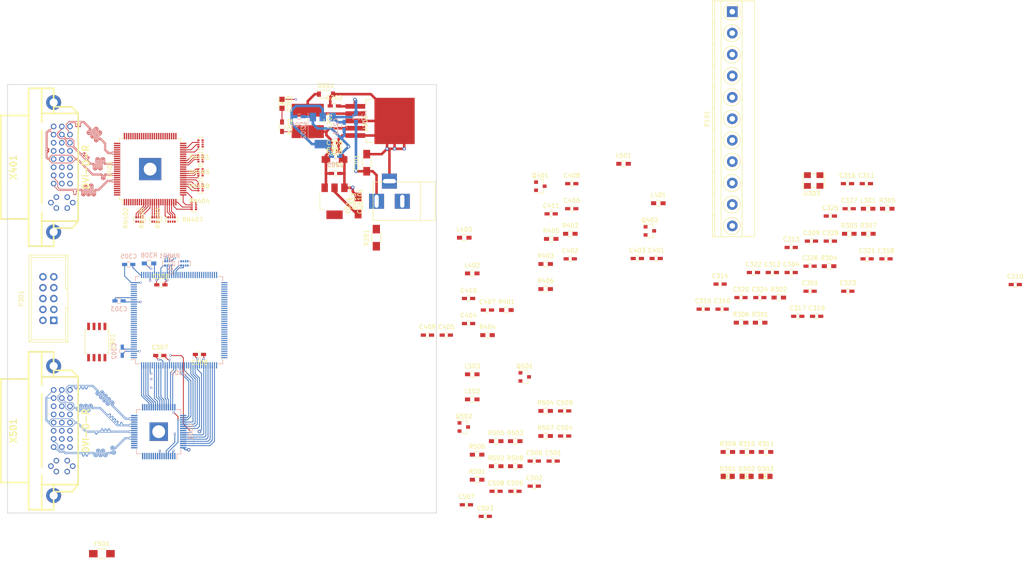
<source format=kicad_pcb>
(kicad_pcb (version 20160815) (host pcbnew "(2016-11-18 revision 19ce3f2)-master")

  (general
    (links 462)
    (no_connects 325)
    (area 19.924999 19.924999 120.075001 120.075001)
    (thickness 1.6)
    (drawings 4)
    (tracks 2816)
    (zones 0)
    (modules 128)
    (nets 240)
  )

  (page A4)
  (layers
    (0 F.Cu signal)
    (1 In1.Cu signal)
    (2 In2.Cu signal)
    (31 B.Cu signal)
    (32 B.Adhes user)
    (33 F.Adhes user)
    (34 B.Paste user)
    (35 F.Paste user)
    (36 B.SilkS user)
    (37 F.SilkS user)
    (38 B.Mask user)
    (39 F.Mask user)
    (40 Dwgs.User user)
    (41 Cmts.User user)
    (42 Eco1.User user)
    (43 Eco2.User user)
    (44 Edge.Cuts user)
    (45 Margin user)
    (46 B.CrtYd user)
    (47 F.CrtYd user)
    (48 B.Fab user)
    (49 F.Fab user)
  )

  (setup
    (last_trace_width 0.2)
    (user_trace_width 0.15)
    (user_trace_width 0.2)
    (user_trace_width 0.4)
    (user_trace_width 0.6)
    (trace_clearance 0.2)
    (zone_clearance 0.508)
    (zone_45_only no)
    (trace_min 0.15)
    (segment_width 0.2)
    (edge_width 0.15)
    (via_size 0.8)
    (via_drill 0.4)
    (via_min_size 0.4)
    (via_min_drill 0.3)
    (user_via 0.5 0.3)
    (uvia_size 0.3)
    (uvia_drill 0.1)
    (uvias_allowed no)
    (uvia_min_size 0.2)
    (uvia_min_drill 0.1)
    (pcb_text_width 0.3)
    (pcb_text_size 1.5 1.5)
    (mod_edge_width 0.15)
    (mod_text_size 1 1)
    (mod_text_width 0.15)
    (pad_size 1.524 1.524)
    (pad_drill 0.762)
    (pad_to_mask_clearance 0.2)
    (aux_axis_origin 0 0)
    (visible_elements FFFFFF7F)
    (pcbplotparams
      (layerselection 0x00030_ffffffff)
      (usegerberextensions false)
      (excludeedgelayer true)
      (linewidth 0.100000)
      (plotframeref false)
      (viasonmask false)
      (mode 1)
      (useauxorigin false)
      (hpglpennumber 1)
      (hpglpenspeed 20)
      (hpglpendiameter 15)
      (psnegative false)
      (psa4output false)
      (plotreference true)
      (plotvalue true)
      (plotinvisibletext false)
      (padsonsilk false)
      (subtractmaskfromsilk false)
      (outputformat 1)
      (mirror false)
      (drillshape 1)
      (scaleselection 1)
      (outputdirectory ""))
  )

  (net 0 "")
  (net 1 /power/VIN)
  (net 2 GND)
  (net 3 "Net-(C202-Pad2)")
  (net 4 +2V5)
  (net 5 +3V3)
  (net 6 +1V2)
  (net 7 +V_IO)
  (net 8 "Net-(C401-Pad1)")
  (net 9 "Net-(C402-Pad1)")
  (net 10 "Net-(C403-Pad1)")
  (net 11 /dvi_out/TVDD)
  (net 12 "Net-(C504-Pad1)")
  (net 13 "Net-(C505-Pad1)")
  (net 14 "Net-(D201-Pad1)")
  (net 15 "Net-(D202-Pad2)")
  (net 16 "Net-(F501-Pad1)")
  (net 17 +5V)
  (net 18 /GPIO0)
  (net 19 /GPIO1)
  (net 20 /GPIO2)
  (net 21 /GPIO3)
  (net 22 /GPIO4)
  (net 23 /GPIO5)
  (net 24 /GPIO6)
  (net 25 /GPIO7)
  (net 26 "Net-(P301-Pad9)")
  (net 27 "Net-(P301-Pad8)")
  (net 28 "Net-(P301-Pad7)")
  (net 29 "Net-(P301-Pad6)")
  (net 30 "Net-(P301-Pad5)")
  (net 31 "Net-(P301-Pad4)")
  (net 32 "Net-(P301-Pad3)")
  (net 33 "Net-(P301-Pad1)")
  (net 34 /dvi_in/DDCDAT_IN)
  (net 35 /dvi_in/DDCDAT)
  (net 36 /dvi_in/DDCCLK)
  (net 37 /dvi_in/DDCCLK_IN)
  (net 38 /dvi_out/DDCDAT)
  (net 39 /dvi_out/DDCCLK)
  (net 40 "Net-(R301-Pad1)")
  (net 41 "Net-(R302-Pad1)")
  (net 42 "Net-(R303-Pad1)")
  (net 43 "Net-(R304-Pad1)")
  (net 44 "Net-(R305-Pad1)")
  (net 45 "Net-(R306-Pad1)")
  (net 46 /fpga/CLK50)
  (net 47 "Net-(R307-Pad2)")
  (net 48 /dvi_out/TXCLK+)
  (net 49 "Net-(R308-Pad1)")
  (net 50 /fpga/CLKIN)
  (net 51 "Net-(R401-Pad1)")
  (net 52 /dvi_in/HOTPLUG)
  (net 53 "Net-(R501-Pad1)")
  (net 54 /dvi_out/MSEN)
  (net 55 "Net-(R503-Pad2)")
  (net 56 /dvi_out/HOTPLUG)
  (net 57 "Net-(R504-Pad1)")
  (net 58 "Net-(RN301-Pad7)")
  (net 59 "Net-(RN301-Pad6)")
  (net 60 "Net-(RN301-Pad5)")
  (net 61 "Net-(RN301-Pad8)")
  (net 62 /dvi_out/CTL1)
  (net 63 /dvi_out/DE)
  (net 64 /dvi_out/VSYNC)
  (net 65 /dvi_out/HSYNC)
  (net 66 /dvi_out/CTL2)
  (net 67 /dvi_out/CTL3)
  (net 68 "Net-(RN302-Pad3)")
  (net 69 "Net-(RN302-Pad4)")
  (net 70 "Net-(RN302-Pad8)")
  (net 71 "Net-(RN302-Pad5)")
  (net 72 "Net-(RN302-Pad6)")
  (net 73 "Net-(RN302-Pad7)")
  (net 74 /dvi_in/DE)
  (net 75 /dvi_in/VSYNC)
  (net 76 /dvi_in/HSYNC)
  (net 77 "Net-(RN401-Pad4)")
  (net 78 "Net-(RN401-Pad8)")
  (net 79 "Net-(RN401-Pad5)")
  (net 80 "Net-(RN401-Pad6)")
  (net 81 "Net-(RN401-Pad7)")
  (net 82 "Net-(RN402-Pad7)")
  (net 83 "Net-(RN402-Pad6)")
  (net 84 "Net-(RN402-Pad5)")
  (net 85 "Net-(RN402-Pad8)")
  (net 86 /dvi_in/DATI3)
  (net 87 /dvi_in/DATI2)
  (net 88 /dvi_in/DATI1)
  (net 89 /dvi_in/DATI0)
  (net 90 "Net-(RN403-Pad7)")
  (net 91 "Net-(RN403-Pad6)")
  (net 92 "Net-(RN403-Pad5)")
  (net 93 "Net-(RN403-Pad8)")
  (net 94 /dvi_in/DATI11)
  (net 95 /dvi_in/DATI10)
  (net 96 /dvi_in/DATI9)
  (net 97 /dvi_in/DATI8)
  (net 98 "Net-(RN404-Pad7)")
  (net 99 "Net-(RN404-Pad6)")
  (net 100 "Net-(RN404-Pad5)")
  (net 101 "Net-(RN404-Pad8)")
  (net 102 /dvi_in/DATI19)
  (net 103 /dvi_in/DATI18)
  (net 104 /dvi_in/DATI17)
  (net 105 /dvi_in/DATI16)
  (net 106 "Net-(RN405-Pad7)")
  (net 107 "Net-(RN405-Pad6)")
  (net 108 "Net-(RN405-Pad5)")
  (net 109 "Net-(RN405-Pad8)")
  (net 110 /dvi_in/CTL3)
  (net 111 /dvi_in/CTL2)
  (net 112 /dvi_in/CTL1)
  (net 113 "Net-(RN405-Pad1)")
  (net 114 /dvi_in/DATI4)
  (net 115 /dvi_in/DATI5)
  (net 116 /dvi_in/DATI6)
  (net 117 /dvi_in/DATI7)
  (net 118 "Net-(RN406-Pad8)")
  (net 119 "Net-(RN406-Pad5)")
  (net 120 "Net-(RN406-Pad6)")
  (net 121 "Net-(RN406-Pad7)")
  (net 122 /dvi_in/DATI12)
  (net 123 /dvi_in/DATI13)
  (net 124 /dvi_in/DATI14)
  (net 125 /dvi_in/DATI15)
  (net 126 "Net-(RN407-Pad8)")
  (net 127 "Net-(RN407-Pad5)")
  (net 128 "Net-(RN407-Pad6)")
  (net 129 "Net-(RN407-Pad7)")
  (net 130 /dvi_in/DATI20)
  (net 131 /dvi_in/DATI21)
  (net 132 /dvi_in/DATI22)
  (net 133 /dvi_in/DATI23)
  (net 134 "Net-(RN408-Pad8)")
  (net 135 "Net-(RN408-Pad5)")
  (net 136 "Net-(RN408-Pad6)")
  (net 137 "Net-(RN408-Pad7)")
  (net 138 /dvi_out/DATO4)
  (net 139 /dvi_out/DATO5)
  (net 140 /dvi_out/DATO6)
  (net 141 /dvi_out/DATO7)
  (net 142 /dvi_out/DATO12)
  (net 143 /dvi_out/DATO13)
  (net 144 /dvi_out/DATO14)
  (net 145 /dvi_out/DATO15)
  (net 146 /dvi_out/DATO20)
  (net 147 /dvi_out/DATO21)
  (net 148 /dvi_out/DATO22)
  (net 149 /dvi_out/DATO23)
  (net 150 /dvi_out/DATO3)
  (net 151 /dvi_out/DATO2)
  (net 152 /dvi_out/DATO1)
  (net 153 /dvi_out/DATO0)
  (net 154 /dvi_out/DATO11)
  (net 155 /dvi_out/DATO10)
  (net 156 /dvi_out/DATO9)
  (net 157 /dvi_out/DATO8)
  (net 158 /dvi_out/DATO19)
  (net 159 /dvi_out/DATO18)
  (net 160 /dvi_out/DATO17)
  (net 161 /dvi_out/DATO16)
  (net 162 /fpga/DCLK)
  (net 163 /fpga/ASDI)
  (net 164 /fpga/DATA)
  (net 165 /fpga/nCS)
  (net 166 "Net-(U302-Pad127)")
  (net 167 "Net-(U302-Pad67)")
  (net 168 /dvi_in/LINK_ACT)
  (net 169 "Net-(U302-Pad44)")
  (net 170 "Net-(U302-Pad34)")
  (net 171 /dvi_in/PDOWN)
  (net 172 /dvi_out/EDGE)
  (net 173 /dvi_out/DKEN)
  (net 174 "Net-(U303-Pad1)")
  (net 175 "Net-(U401-Pad96)")
  (net 176 /dvi_in/RxC-)
  (net 177 /dvi_in/RxC+)
  (net 178 /dvi_in/Rx0+)
  (net 179 /dvi_in/Rx1-)
  (net 180 /dvi_in/Rx1+)
  (net 181 /dvi_in/Rx2-)
  (net 182 /dvi_in/Rx2+)
  (net 183 "Net-(U401-Pad18)")
  (net 184 "Net-(U401-Pad77)")
  (net 185 "Net-(U401-Pad75)")
  (net 186 "Net-(U401-Pad74)")
  (net 187 "Net-(U401-Pad73)")
  (net 188 "Net-(U401-Pad72)")
  (net 189 "Net-(U401-Pad71)")
  (net 190 "Net-(U401-Pad70)")
  (net 191 "Net-(U401-Pad69)")
  (net 192 "Net-(U401-Pad66)")
  (net 193 "Net-(U401-Pad65)")
  (net 194 "Net-(U401-Pad64)")
  (net 195 "Net-(U401-Pad63)")
  (net 196 "Net-(U401-Pad62)")
  (net 197 "Net-(U401-Pad61)")
  (net 198 "Net-(U401-Pad60)")
  (net 199 "Net-(U401-Pad59)")
  (net 200 "Net-(U401-Pad56)")
  (net 201 "Net-(U401-Pad55)")
  (net 202 "Net-(U401-Pad54)")
  (net 203 "Net-(U401-Pad53)")
  (net 204 "Net-(U401-Pad52)")
  (net 205 "Net-(U401-Pad51)")
  (net 206 "Net-(U401-Pad50)")
  (net 207 "Net-(U401-Pad49)")
  (net 208 "Net-(U501-Pad56)")
  (net 209 "Net-(U501-Pad49)")
  (net 210 /dvi_out/TX2+)
  (net 211 /dvi_out/TX2-)
  (net 212 /dvi_out/TX1+)
  (net 213 /dvi_out/TX1-)
  (net 214 /dvi_out/TX0+)
  (net 215 /dvi_out/TX0-)
  (net 216 /dvi_out/TXC+)
  (net 217 /dvi_out/TXC-)
  (net 218 "Net-(X401-Pad8)")
  (net 219 "Net-(X401-Pad21)")
  (net 220 "Net-(X401-Pad20)")
  (net 221 "Net-(X401-Pad14)")
  (net 222 "Net-(X401-Pad13)")
  (net 223 "Net-(X401-Pad12)")
  (net 224 "Net-(X401-Pad5)")
  (net 225 "Net-(X401-Pad4)")
  (net 226 "Net-(X501-Pad4)")
  (net 227 "Net-(X501-Pad5)")
  (net 228 "Net-(X501-Pad12)")
  (net 229 "Net-(X501-Pad13)")
  (net 230 "Net-(X501-Pad20)")
  (net 231 "Net-(X501-Pad21)")
  (net 232 "Net-(X501-Pad8)")
  (net 233 "Net-(D301-Pad2)")
  (net 234 "Net-(D302-Pad2)")
  (net 235 "Net-(D303-Pad2)")
  (net 236 "Net-(R309-Pad1)")
  (net 237 "Net-(R310-Pad1)")
  (net 238 "Net-(R311-Pad1)")
  (net 239 /dvi_in/Rx0-)

  (net_class Default "This is the default net class."
    (clearance 0.2)
    (trace_width 0.25)
    (via_dia 0.8)
    (via_drill 0.4)
    (uvia_dia 0.3)
    (uvia_drill 0.1)
    (diff_pair_gap 0.25)
    (diff_pair_width 0.2)
    (add_net +1V2)
    (add_net +2V5)
    (add_net +3V3)
    (add_net +5V)
    (add_net +V_IO)
    (add_net /GPIO0)
    (add_net /GPIO1)
    (add_net /GPIO2)
    (add_net /GPIO3)
    (add_net /GPIO4)
    (add_net /GPIO5)
    (add_net /GPIO6)
    (add_net /GPIO7)
    (add_net /dvi_in/CTL1)
    (add_net /dvi_in/CTL2)
    (add_net /dvi_in/CTL3)
    (add_net /dvi_in/DATI0)
    (add_net /dvi_in/DATI1)
    (add_net /dvi_in/DATI10)
    (add_net /dvi_in/DATI11)
    (add_net /dvi_in/DATI12)
    (add_net /dvi_in/DATI13)
    (add_net /dvi_in/DATI14)
    (add_net /dvi_in/DATI15)
    (add_net /dvi_in/DATI16)
    (add_net /dvi_in/DATI17)
    (add_net /dvi_in/DATI18)
    (add_net /dvi_in/DATI19)
    (add_net /dvi_in/DATI2)
    (add_net /dvi_in/DATI20)
    (add_net /dvi_in/DATI21)
    (add_net /dvi_in/DATI22)
    (add_net /dvi_in/DATI23)
    (add_net /dvi_in/DATI3)
    (add_net /dvi_in/DATI4)
    (add_net /dvi_in/DATI5)
    (add_net /dvi_in/DATI6)
    (add_net /dvi_in/DATI7)
    (add_net /dvi_in/DATI8)
    (add_net /dvi_in/DATI9)
    (add_net /dvi_in/DDCCLK)
    (add_net /dvi_in/DDCCLK_IN)
    (add_net /dvi_in/DDCDAT)
    (add_net /dvi_in/DDCDAT_IN)
    (add_net /dvi_in/DE)
    (add_net /dvi_in/HOTPLUG)
    (add_net /dvi_in/HSYNC)
    (add_net /dvi_in/LINK_ACT)
    (add_net /dvi_in/PDOWN)
    (add_net /dvi_in/Rx0+)
    (add_net /dvi_in/Rx0-)
    (add_net /dvi_in/Rx1+)
    (add_net /dvi_in/Rx1-)
    (add_net /dvi_in/Rx2+)
    (add_net /dvi_in/Rx2-)
    (add_net /dvi_in/RxC+)
    (add_net /dvi_in/RxC-)
    (add_net /dvi_in/VSYNC)
    (add_net /dvi_out/CTL1)
    (add_net /dvi_out/CTL2)
    (add_net /dvi_out/CTL3)
    (add_net /dvi_out/DATO0)
    (add_net /dvi_out/DATO1)
    (add_net /dvi_out/DATO10)
    (add_net /dvi_out/DATO11)
    (add_net /dvi_out/DATO12)
    (add_net /dvi_out/DATO13)
    (add_net /dvi_out/DATO14)
    (add_net /dvi_out/DATO15)
    (add_net /dvi_out/DATO16)
    (add_net /dvi_out/DATO17)
    (add_net /dvi_out/DATO18)
    (add_net /dvi_out/DATO19)
    (add_net /dvi_out/DATO2)
    (add_net /dvi_out/DATO20)
    (add_net /dvi_out/DATO21)
    (add_net /dvi_out/DATO22)
    (add_net /dvi_out/DATO23)
    (add_net /dvi_out/DATO3)
    (add_net /dvi_out/DATO4)
    (add_net /dvi_out/DATO5)
    (add_net /dvi_out/DATO6)
    (add_net /dvi_out/DATO7)
    (add_net /dvi_out/DATO8)
    (add_net /dvi_out/DATO9)
    (add_net /dvi_out/DDCCLK)
    (add_net /dvi_out/DDCDAT)
    (add_net /dvi_out/DE)
    (add_net /dvi_out/DKEN)
    (add_net /dvi_out/EDGE)
    (add_net /dvi_out/HOTPLUG)
    (add_net /dvi_out/HSYNC)
    (add_net /dvi_out/MSEN)
    (add_net /dvi_out/TVDD)
    (add_net /dvi_out/TX0+)
    (add_net /dvi_out/TX0-)
    (add_net /dvi_out/TX1+)
    (add_net /dvi_out/TX1-)
    (add_net /dvi_out/TX2+)
    (add_net /dvi_out/TX2-)
    (add_net /dvi_out/TXC+)
    (add_net /dvi_out/TXC-)
    (add_net /dvi_out/TXCLK+)
    (add_net /dvi_out/VSYNC)
    (add_net /fpga/ASDI)
    (add_net /fpga/CLK50)
    (add_net /fpga/CLKIN)
    (add_net /fpga/DATA)
    (add_net /fpga/DCLK)
    (add_net /fpga/nCS)
    (add_net /power/VIN)
    (add_net GND)
    (add_net "Net-(C202-Pad2)")
    (add_net "Net-(C401-Pad1)")
    (add_net "Net-(C402-Pad1)")
    (add_net "Net-(C403-Pad1)")
    (add_net "Net-(C504-Pad1)")
    (add_net "Net-(C505-Pad1)")
    (add_net "Net-(D201-Pad1)")
    (add_net "Net-(D202-Pad2)")
    (add_net "Net-(D301-Pad2)")
    (add_net "Net-(D302-Pad2)")
    (add_net "Net-(D303-Pad2)")
    (add_net "Net-(F501-Pad1)")
    (add_net "Net-(P301-Pad1)")
    (add_net "Net-(P301-Pad3)")
    (add_net "Net-(P301-Pad4)")
    (add_net "Net-(P301-Pad5)")
    (add_net "Net-(P301-Pad6)")
    (add_net "Net-(P301-Pad7)")
    (add_net "Net-(P301-Pad8)")
    (add_net "Net-(P301-Pad9)")
    (add_net "Net-(R301-Pad1)")
    (add_net "Net-(R302-Pad1)")
    (add_net "Net-(R303-Pad1)")
    (add_net "Net-(R304-Pad1)")
    (add_net "Net-(R305-Pad1)")
    (add_net "Net-(R306-Pad1)")
    (add_net "Net-(R307-Pad2)")
    (add_net "Net-(R308-Pad1)")
    (add_net "Net-(R309-Pad1)")
    (add_net "Net-(R310-Pad1)")
    (add_net "Net-(R311-Pad1)")
    (add_net "Net-(R401-Pad1)")
    (add_net "Net-(R501-Pad1)")
    (add_net "Net-(R503-Pad2)")
    (add_net "Net-(R504-Pad1)")
    (add_net "Net-(RN301-Pad5)")
    (add_net "Net-(RN301-Pad6)")
    (add_net "Net-(RN301-Pad7)")
    (add_net "Net-(RN301-Pad8)")
    (add_net "Net-(RN302-Pad3)")
    (add_net "Net-(RN302-Pad4)")
    (add_net "Net-(RN302-Pad5)")
    (add_net "Net-(RN302-Pad6)")
    (add_net "Net-(RN302-Pad7)")
    (add_net "Net-(RN302-Pad8)")
    (add_net "Net-(RN401-Pad4)")
    (add_net "Net-(RN401-Pad5)")
    (add_net "Net-(RN401-Pad6)")
    (add_net "Net-(RN401-Pad7)")
    (add_net "Net-(RN401-Pad8)")
    (add_net "Net-(RN402-Pad5)")
    (add_net "Net-(RN402-Pad6)")
    (add_net "Net-(RN402-Pad7)")
    (add_net "Net-(RN402-Pad8)")
    (add_net "Net-(RN403-Pad5)")
    (add_net "Net-(RN403-Pad6)")
    (add_net "Net-(RN403-Pad7)")
    (add_net "Net-(RN403-Pad8)")
    (add_net "Net-(RN404-Pad5)")
    (add_net "Net-(RN404-Pad6)")
    (add_net "Net-(RN404-Pad7)")
    (add_net "Net-(RN404-Pad8)")
    (add_net "Net-(RN405-Pad1)")
    (add_net "Net-(RN405-Pad5)")
    (add_net "Net-(RN405-Pad6)")
    (add_net "Net-(RN405-Pad7)")
    (add_net "Net-(RN405-Pad8)")
    (add_net "Net-(RN406-Pad5)")
    (add_net "Net-(RN406-Pad6)")
    (add_net "Net-(RN406-Pad7)")
    (add_net "Net-(RN406-Pad8)")
    (add_net "Net-(RN407-Pad5)")
    (add_net "Net-(RN407-Pad6)")
    (add_net "Net-(RN407-Pad7)")
    (add_net "Net-(RN407-Pad8)")
    (add_net "Net-(RN408-Pad5)")
    (add_net "Net-(RN408-Pad6)")
    (add_net "Net-(RN408-Pad7)")
    (add_net "Net-(RN408-Pad8)")
    (add_net "Net-(U302-Pad127)")
    (add_net "Net-(U302-Pad34)")
    (add_net "Net-(U302-Pad44)")
    (add_net "Net-(U302-Pad67)")
    (add_net "Net-(U303-Pad1)")
    (add_net "Net-(U401-Pad18)")
    (add_net "Net-(U401-Pad49)")
    (add_net "Net-(U401-Pad50)")
    (add_net "Net-(U401-Pad51)")
    (add_net "Net-(U401-Pad52)")
    (add_net "Net-(U401-Pad53)")
    (add_net "Net-(U401-Pad54)")
    (add_net "Net-(U401-Pad55)")
    (add_net "Net-(U401-Pad56)")
    (add_net "Net-(U401-Pad59)")
    (add_net "Net-(U401-Pad60)")
    (add_net "Net-(U401-Pad61)")
    (add_net "Net-(U401-Pad62)")
    (add_net "Net-(U401-Pad63)")
    (add_net "Net-(U401-Pad64)")
    (add_net "Net-(U401-Pad65)")
    (add_net "Net-(U401-Pad66)")
    (add_net "Net-(U401-Pad69)")
    (add_net "Net-(U401-Pad70)")
    (add_net "Net-(U401-Pad71)")
    (add_net "Net-(U401-Pad72)")
    (add_net "Net-(U401-Pad73)")
    (add_net "Net-(U401-Pad74)")
    (add_net "Net-(U401-Pad75)")
    (add_net "Net-(U401-Pad77)")
    (add_net "Net-(U401-Pad96)")
    (add_net "Net-(U501-Pad49)")
    (add_net "Net-(U501-Pad56)")
    (add_net "Net-(X401-Pad12)")
    (add_net "Net-(X401-Pad13)")
    (add_net "Net-(X401-Pad14)")
    (add_net "Net-(X401-Pad20)")
    (add_net "Net-(X401-Pad21)")
    (add_net "Net-(X401-Pad4)")
    (add_net "Net-(X401-Pad5)")
    (add_net "Net-(X401-Pad8)")
    (add_net "Net-(X501-Pad12)")
    (add_net "Net-(X501-Pad13)")
    (add_net "Net-(X501-Pad20)")
    (add_net "Net-(X501-Pad21)")
    (add_net "Net-(X501-Pad4)")
    (add_net "Net-(X501-Pad5)")
    (add_net "Net-(X501-Pad8)")
  )

  (module dvi:dvi (layer F.Cu) (tedit 0) (tstamp 584DB9AE)
    (at 27.448 100.81 270)
    (descr "DVI connector, Tyco P/N 1-1734147-1")
    (path /583BE4A7/5847F98E)
    (fp_text reference X501 (at 0 6.10108 270) (layer F.SilkS)
      (effects (font (thickness 0.3048)))
    )
    (fp_text value DVI-D-R (at 0 -10.795 270) (layer F.SilkS)
      (effects (font (thickness 0.3048)))
    )
    (fp_line (start -12.573 -9.017) (end -14.097 -7.493) (layer F.SilkS) (width 0.381))
    (fp_line (start -14.097 -7.493) (end -14.097 -3.302) (layer F.SilkS) (width 0.381))
    (fp_line (start 14.224 -7.62) (end 14.224 -3.302) (layer F.SilkS) (width 0.381))
    (fp_line (start 12.573 -9.017) (end 14.224 -7.62) (layer F.SilkS) (width 0.381))
    (fp_line (start -12.573 -9.017) (end -12.573 -0.508) (layer F.SilkS) (width 0.381))
    (fp_line (start 12.573 -9.017) (end 12.573 -0.508) (layer F.SilkS) (width 0.381))
    (fp_line (start -18.415 -0.508) (end -18.415 -3.302) (layer F.SilkS) (width 0.381))
    (fp_line (start -18.415 -3.302) (end -12.573 -3.302) (layer F.SilkS) (width 0.381))
    (fp_line (start 18.415 -0.508) (end 18.415 -3.302) (layer F.SilkS) (width 0.381))
    (fp_line (start 18.415 -3.302) (end 12.573 -3.302) (layer F.SilkS) (width 0.381))
    (fp_line (start 18.415 -0.508) (end 18.415 2.54) (layer F.SilkS) (width 0.381))
    (fp_line (start -18.415 -0.508) (end -18.415 2.54) (layer F.SilkS) (width 0.381))
    (fp_line (start -18.415 -0.508) (end 18.415 -0.508) (layer F.SilkS) (width 0.381))
    (fp_line (start -12.573 -9.017) (end 12.573 -9.017) (layer F.SilkS) (width 0.381))
    (fp_line (start -12.065 9.017) (end 12.065 9.017) (layer F.SilkS) (width 0.381))
    (fp_line (start 12.065 9.017) (end 12.065 2.54) (layer F.SilkS) (width 0.381))
    (fp_line (start -12.065 9.017) (end -12.065 2.54) (layer F.SilkS) (width 0.381))
    (fp_line (start -18.415 2.54) (end 18.415 2.54) (layer F.SilkS) (width 0.381))
    (pad "" thru_hole circle (at 15.11046 -3.302 270) (size 3.50012 3.50012) (drill 1.89992) (layers *.Cu *.Mask))
    (pad 3 thru_hole circle (at -5.715 -7.112 270) (size 1.30048 1.30048) (drill 0.8001) (layers *.Cu *.Mask)
      (net 2 GND))
    (pad 2 thru_hole circle (at -7.62 -7.112 270) (size 1.30048 1.30048) (drill 0.8001) (layers *.Cu *.Mask)
      (net 210 /dvi_out/TX2+))
    (pad 1 thru_hole circle (at -9.525 -7.112 270) (size 1.30048 1.30048) (drill 0.8001) (layers *.Cu *.Mask)
      (net 211 /dvi_out/TX2-))
    (pad 4 thru_hole circle (at -3.81 -7.112 270) (size 1.30048 1.30048) (drill 0.8001) (layers *.Cu *.Mask)
      (net 226 "Net-(X501-Pad4)"))
    (pad 5 thru_hole circle (at -1.905 -7.112 270) (size 1.30048 1.30048) (drill 0.8001) (layers *.Cu *.Mask)
      (net 227 "Net-(X501-Pad5)"))
    (pad 9 thru_hole circle (at -9.525 -5.207 270) (size 1.30048 1.30048) (drill 0.8001) (layers *.Cu *.Mask)
      (net 213 /dvi_out/TX1-))
    (pad 7 thru_hole circle (at 1.905 -7.112 270) (size 1.30048 1.30048) (drill 0.8001) (layers *.Cu *.Mask)
      (net 38 /dvi_out/DDCDAT))
    (pad 6 thru_hole circle (at 0 -7.112 270) (size 1.30048 1.30048) (drill 0.8001) (layers *.Cu *.Mask)
      (net 39 /dvi_out/DDCCLK))
    (pad "" thru_hole circle (at -15.11046 -3.302 270) (size 3.50012 3.50012) (drill 1.89992) (layers *.Cu *.Mask))
    (pad 10 thru_hole circle (at -7.62 -5.207 270) (size 1.30048 1.30048) (drill 0.8001) (layers *.Cu *.Mask)
      (net 212 /dvi_out/TX1+))
    (pad 11 thru_hole circle (at -5.715 -5.207 270) (size 1.30048 1.30048) (drill 0.8001) (layers *.Cu *.Mask)
      (net 2 GND))
    (pad 12 thru_hole circle (at -3.81 -5.207 270) (size 1.30048 1.30048) (drill 0.8001) (layers *.Cu *.Mask)
      (net 228 "Net-(X501-Pad12)"))
    (pad 13 thru_hole circle (at -1.905 -5.207 270) (size 1.30048 1.30048) (drill 0.8001) (layers *.Cu *.Mask)
      (net 229 "Net-(X501-Pad13)"))
    (pad 14 thru_hole circle (at 0 -5.207 270) (size 1.30048 1.30048) (drill 0.8001) (layers *.Cu *.Mask)
      (net 16 "Net-(F501-Pad1)"))
    (pad 15 thru_hole circle (at 1.905 -5.207 270) (size 1.30048 1.30048) (drill 0.8001) (layers *.Cu *.Mask)
      (net 2 GND))
    (pad 16 thru_hole circle (at 3.81 -5.207 270) (size 1.30048 1.30048) (drill 0.8001) (layers *.Cu *.Mask)
      (net 57 "Net-(R504-Pad1)"))
    (pad 17 thru_hole circle (at -9.525 -3.302 270) (size 1.30048 1.30048) (drill 0.8001) (layers *.Cu *.Mask)
      (net 215 /dvi_out/TX0-))
    (pad 18 thru_hole circle (at -7.62 -3.302 270) (size 1.30048 1.30048) (drill 0.8001) (layers *.Cu *.Mask)
      (net 214 /dvi_out/TX0+))
    (pad 19 thru_hole circle (at -5.715 -3.302 270) (size 1.30048 1.30048) (drill 0.8001) (layers *.Cu *.Mask)
      (net 2 GND))
    (pad 20 thru_hole circle (at -3.81 -3.302 270) (size 1.30048 1.30048) (drill 0.8001) (layers *.Cu *.Mask)
      (net 230 "Net-(X501-Pad20)"))
    (pad 21 thru_hole circle (at -1.905 -3.302 270) (size 1.30048 1.30048) (drill 0.8001) (layers *.Cu *.Mask)
      (net 231 "Net-(X501-Pad21)"))
    (pad 22 thru_hole circle (at 0 -3.302 270) (size 1.30048 1.30048) (drill 0.8001) (layers *.Cu *.Mask)
      (net 2 GND))
    (pad 23 thru_hole circle (at 1.905 -3.302 270) (size 1.30048 1.30048) (drill 0.8001) (layers *.Cu *.Mask)
      (net 216 /dvi_out/TXC+))
    (pad 24 thru_hole circle (at 3.81 -3.302 270) (size 1.30048 1.30048) (drill 0.8001) (layers *.Cu *.Mask)
      (net 217 /dvi_out/TXC-))
    (pad 8 thru_hole circle (at 3.81 -7.112 270) (size 1.30048 1.30048) (drill 0.8001) (layers *.Cu *.Mask)
      (net 232 "Net-(X501-Pad8)"))
    (pad C2 thru_hole circle (at 9.525 -6.477 270) (size 1.30048 1.30048) (drill 0.8001) (layers *.Cu *.Mask))
    (pad C1 thru_hole circle (at 6.985 -6.477 270) (size 1.30048 1.30048) (drill 0.8001) (layers *.Cu *.Mask))
    (pad C3 thru_hole circle (at 6.985 -3.937 270) (size 1.30048 1.30048) (drill 0.8001) (layers *.Cu *.Mask))
    (pad C4 thru_hole circle (at 9.525 -3.937 270) (size 1.30048 1.30048) (drill 0.8001) (layers *.Cu *.Mask))
    (pad C5 thru_hole circle (at 8.255 -7.747 270) (size 1.30048 1.30048) (drill 0.8001) (layers *.Cu *.Mask))
    (pad C5 thru_hole circle (at 8.255 -2.667 270) (size 1.30048 1.30048) (drill 0.8001) (layers *.Cu *.Mask))
    (pad "" np_thru_hole circle (at -9.525 -0.00254 270) (size 1.99898 1.99898) (drill 1.99898) (layers *.Cu))
    (pad "" np_thru_hole circle (at 9.525 -0.00254 270) (size 1.99898 1.99898) (drill 1.99898) (layers *.Cu))
    (model walter/conn_pc/dvi.wrl
      (at (xyz 0 0 0))
      (scale (xyz 1 1 1))
      (rotate (xyz 0 0 0))
    )
  )

  (module Capacitors_SMD:C_1206_HandSoldering (layer F.Cu) (tedit 541A9C03) (tstamp 584DB4BE)
    (at 103.75 38.25 90)
    (descr "Capacitor SMD 1206, hand soldering")
    (tags "capacitor 1206")
    (path /5839A46D/5839CFD0)
    (attr smd)
    (fp_text reference C201 (at 0 -2.3 90) (layer F.SilkS)
      (effects (font (size 1 1) (thickness 0.15)))
    )
    (fp_text value 100u (at 0 2.3 90) (layer F.Fab)
      (effects (font (size 1 1) (thickness 0.15)))
    )
    (fp_line (start -1.6 0.8) (end -1.6 -0.8) (layer F.Fab) (width 0.15))
    (fp_line (start 1.6 0.8) (end -1.6 0.8) (layer F.Fab) (width 0.15))
    (fp_line (start 1.6 -0.8) (end 1.6 0.8) (layer F.Fab) (width 0.15))
    (fp_line (start -1.6 -0.8) (end 1.6 -0.8) (layer F.Fab) (width 0.15))
    (fp_line (start -3.3 -1.15) (end 3.3 -1.15) (layer F.CrtYd) (width 0.05))
    (fp_line (start -3.3 1.15) (end 3.3 1.15) (layer F.CrtYd) (width 0.05))
    (fp_line (start -3.3 -1.15) (end -3.3 1.15) (layer F.CrtYd) (width 0.05))
    (fp_line (start 3.3 -1.15) (end 3.3 1.15) (layer F.CrtYd) (width 0.05))
    (fp_line (start 1 -1.025) (end -1 -1.025) (layer F.SilkS) (width 0.15))
    (fp_line (start -1 1.025) (end 1 1.025) (layer F.SilkS) (width 0.15))
    (pad 1 smd rect (at -2 0 90) (size 2 1.6) (layers F.Cu F.Paste F.Mask)
      (net 1 /power/VIN))
    (pad 2 smd rect (at 2 0 90) (size 2 1.6) (layers F.Cu F.Paste F.Mask)
      (net 2 GND))
    (model Capacitors_SMD.3dshapes/C_1206_HandSoldering.wrl
      (at (xyz 0 0 0))
      (scale (xyz 1 1 1))
      (rotate (xyz 0 0 0))
    )
  )

  (module Capacitors_SMD:C_0603_HandSoldering (layer F.Cu) (tedit 541A9B4D) (tstamp 584DB4C4)
    (at 96.2 25)
    (descr "Capacitor SMD 0603, hand soldering")
    (tags "capacitor 0603")
    (path /5839A46D/5839CF57)
    (attr smd)
    (fp_text reference C202 (at 0 -1.9) (layer F.SilkS)
      (effects (font (size 1 1) (thickness 0.15)))
    )
    (fp_text value 100n (at 0 1.9) (layer F.Fab)
      (effects (font (size 1 1) (thickness 0.15)))
    )
    (fp_line (start 0.35 0.6) (end -0.35 0.6) (layer F.SilkS) (width 0.15))
    (fp_line (start -0.35 -0.6) (end 0.35 -0.6) (layer F.SilkS) (width 0.15))
    (fp_line (start 1.85 -0.75) (end 1.85 0.75) (layer F.CrtYd) (width 0.05))
    (fp_line (start -1.85 -0.75) (end -1.85 0.75) (layer F.CrtYd) (width 0.05))
    (fp_line (start -1.85 0.75) (end 1.85 0.75) (layer F.CrtYd) (width 0.05))
    (fp_line (start -1.85 -0.75) (end 1.85 -0.75) (layer F.CrtYd) (width 0.05))
    (fp_line (start -0.8 -0.4) (end 0.8 -0.4) (layer F.Fab) (width 0.15))
    (fp_line (start 0.8 -0.4) (end 0.8 0.4) (layer F.Fab) (width 0.15))
    (fp_line (start 0.8 0.4) (end -0.8 0.4) (layer F.Fab) (width 0.15))
    (fp_line (start -0.8 0.4) (end -0.8 -0.4) (layer F.Fab) (width 0.15))
    (pad 2 smd rect (at 0.95 0) (size 1.2 0.75) (layers F.Cu F.Paste F.Mask)
      (net 3 "Net-(C202-Pad2)"))
    (pad 1 smd rect (at -0.95 0) (size 1.2 0.75) (layers F.Cu F.Paste F.Mask)
      (net 2 GND))
    (model Capacitors_SMD.3dshapes/C_0603_HandSoldering.wrl
      (at (xyz 0 0 0))
      (scale (xyz 1 1 1))
      (rotate (xyz 0 0 0))
    )
  )

  (module Capacitors_SMD:C_0603_HandSoldering (layer B.Cu) (tedit 541A9B4D) (tstamp 584DB4CA)
    (at 98.5 29.75 270)
    (descr "Capacitor SMD 0603, hand soldering")
    (tags "capacitor 0603")
    (path /5839A46D/583A1362)
    (attr smd)
    (fp_text reference C203 (at 0 1.9 270) (layer B.SilkS)
      (effects (font (size 1 1) (thickness 0.15)) (justify mirror))
    )
    (fp_text value 100n (at 0 -1.9 270) (layer B.Fab)
      (effects (font (size 1 1) (thickness 0.15)) (justify mirror))
    )
    (fp_line (start -0.8 -0.4) (end -0.8 0.4) (layer B.Fab) (width 0.15))
    (fp_line (start 0.8 -0.4) (end -0.8 -0.4) (layer B.Fab) (width 0.15))
    (fp_line (start 0.8 0.4) (end 0.8 -0.4) (layer B.Fab) (width 0.15))
    (fp_line (start -0.8 0.4) (end 0.8 0.4) (layer B.Fab) (width 0.15))
    (fp_line (start -1.85 0.75) (end 1.85 0.75) (layer B.CrtYd) (width 0.05))
    (fp_line (start -1.85 -0.75) (end 1.85 -0.75) (layer B.CrtYd) (width 0.05))
    (fp_line (start -1.85 0.75) (end -1.85 -0.75) (layer B.CrtYd) (width 0.05))
    (fp_line (start 1.85 0.75) (end 1.85 -0.75) (layer B.CrtYd) (width 0.05))
    (fp_line (start -0.35 0.6) (end 0.35 0.6) (layer B.SilkS) (width 0.15))
    (fp_line (start 0.35 -0.6) (end -0.35 -0.6) (layer B.SilkS) (width 0.15))
    (pad 1 smd rect (at -0.95 0 270) (size 1.2 0.75) (layers B.Cu B.Paste B.Mask)
      (net 3 "Net-(C202-Pad2)"))
    (pad 2 smd rect (at 0.95 0 270) (size 1.2 0.75) (layers B.Cu B.Paste B.Mask)
      (net 2 GND))
    (model Capacitors_SMD.3dshapes/C_0603_HandSoldering.wrl
      (at (xyz 0 0 0))
      (scale (xyz 1 1 1))
      (rotate (xyz 0 0 0))
    )
  )

  (module Capacitors_SMD:C_0603_HandSoldering (layer B.Cu) (tedit 541A9B4D) (tstamp 584DB4D0)
    (at 88 27.5)
    (descr "Capacitor SMD 0603, hand soldering")
    (tags "capacitor 0603")
    (path /5839A46D/583A12DF)
    (attr smd)
    (fp_text reference C204 (at 0 1.9) (layer B.SilkS)
      (effects (font (size 1 1) (thickness 0.15)) (justify mirror))
    )
    (fp_text value 100n (at 0 -1.9) (layer B.Fab)
      (effects (font (size 1 1) (thickness 0.15)) (justify mirror))
    )
    (fp_line (start 0.35 -0.6) (end -0.35 -0.6) (layer B.SilkS) (width 0.15))
    (fp_line (start -0.35 0.6) (end 0.35 0.6) (layer B.SilkS) (width 0.15))
    (fp_line (start 1.85 0.75) (end 1.85 -0.75) (layer B.CrtYd) (width 0.05))
    (fp_line (start -1.85 0.75) (end -1.85 -0.75) (layer B.CrtYd) (width 0.05))
    (fp_line (start -1.85 -0.75) (end 1.85 -0.75) (layer B.CrtYd) (width 0.05))
    (fp_line (start -1.85 0.75) (end 1.85 0.75) (layer B.CrtYd) (width 0.05))
    (fp_line (start -0.8 0.4) (end 0.8 0.4) (layer B.Fab) (width 0.15))
    (fp_line (start 0.8 0.4) (end 0.8 -0.4) (layer B.Fab) (width 0.15))
    (fp_line (start 0.8 -0.4) (end -0.8 -0.4) (layer B.Fab) (width 0.15))
    (fp_line (start -0.8 -0.4) (end -0.8 0.4) (layer B.Fab) (width 0.15))
    (pad 2 smd rect (at 0.95 0) (size 1.2 0.75) (layers B.Cu B.Paste B.Mask)
      (net 2 GND))
    (pad 1 smd rect (at -0.95 0) (size 1.2 0.75) (layers B.Cu B.Paste B.Mask)
      (net 4 +2V5))
    (model Capacitors_SMD.3dshapes/C_0603_HandSoldering.wrl
      (at (xyz 0 0 0))
      (scale (xyz 1 1 1))
      (rotate (xyz 0 0 0))
    )
  )

  (module Capacitors_SMD:C_0603_HandSoldering (layer B.Cu) (tedit 541A9B4D) (tstamp 584DB4D6)
    (at 96.5 36.75)
    (descr "Capacitor SMD 0603, hand soldering")
    (tags "capacitor 0603")
    (path /5839A46D/583A189E)
    (attr smd)
    (fp_text reference C205 (at 0 1.9) (layer B.SilkS)
      (effects (font (size 1 1) (thickness 0.15)) (justify mirror))
    )
    (fp_text value 10u (at 0 -1.9) (layer B.Fab)
      (effects (font (size 1 1) (thickness 0.15)) (justify mirror))
    )
    (fp_line (start -0.8 -0.4) (end -0.8 0.4) (layer B.Fab) (width 0.15))
    (fp_line (start 0.8 -0.4) (end -0.8 -0.4) (layer B.Fab) (width 0.15))
    (fp_line (start 0.8 0.4) (end 0.8 -0.4) (layer B.Fab) (width 0.15))
    (fp_line (start -0.8 0.4) (end 0.8 0.4) (layer B.Fab) (width 0.15))
    (fp_line (start -1.85 0.75) (end 1.85 0.75) (layer B.CrtYd) (width 0.05))
    (fp_line (start -1.85 -0.75) (end 1.85 -0.75) (layer B.CrtYd) (width 0.05))
    (fp_line (start -1.85 0.75) (end -1.85 -0.75) (layer B.CrtYd) (width 0.05))
    (fp_line (start 1.85 0.75) (end 1.85 -0.75) (layer B.CrtYd) (width 0.05))
    (fp_line (start -0.35 0.6) (end 0.35 0.6) (layer B.SilkS) (width 0.15))
    (fp_line (start 0.35 -0.6) (end -0.35 -0.6) (layer B.SilkS) (width 0.15))
    (pad 1 smd rect (at -0.95 0) (size 1.2 0.75) (layers B.Cu B.Paste B.Mask)
      (net 4 +2V5))
    (pad 2 smd rect (at 0.95 0) (size 1.2 0.75) (layers B.Cu B.Paste B.Mask)
      (net 2 GND))
    (model Capacitors_SMD.3dshapes/C_0603_HandSoldering.wrl
      (at (xyz 0 0 0))
      (scale (xyz 1 1 1))
      (rotate (xyz 0 0 0))
    )
  )

  (module Capacitors_SMD:C_0603_HandSoldering (layer F.Cu) (tedit 541A9B4D) (tstamp 584DB4DC)
    (at 96.25 33.75 180)
    (descr "Capacitor SMD 0603, hand soldering")
    (tags "capacitor 0603")
    (path /5839A46D/5839CB13)
    (attr smd)
    (fp_text reference C206 (at 0 -1.9 180) (layer F.SilkS)
      (effects (font (size 1 1) (thickness 0.15)))
    )
    (fp_text value 100n (at 0 1.9 180) (layer F.Fab)
      (effects (font (size 1 1) (thickness 0.15)))
    )
    (fp_line (start -0.8 0.4) (end -0.8 -0.4) (layer F.Fab) (width 0.15))
    (fp_line (start 0.8 0.4) (end -0.8 0.4) (layer F.Fab) (width 0.15))
    (fp_line (start 0.8 -0.4) (end 0.8 0.4) (layer F.Fab) (width 0.15))
    (fp_line (start -0.8 -0.4) (end 0.8 -0.4) (layer F.Fab) (width 0.15))
    (fp_line (start -1.85 -0.75) (end 1.85 -0.75) (layer F.CrtYd) (width 0.05))
    (fp_line (start -1.85 0.75) (end 1.85 0.75) (layer F.CrtYd) (width 0.05))
    (fp_line (start -1.85 -0.75) (end -1.85 0.75) (layer F.CrtYd) (width 0.05))
    (fp_line (start 1.85 -0.75) (end 1.85 0.75) (layer F.CrtYd) (width 0.05))
    (fp_line (start -0.35 -0.6) (end 0.35 -0.6) (layer F.SilkS) (width 0.15))
    (fp_line (start 0.35 0.6) (end -0.35 0.6) (layer F.SilkS) (width 0.15))
    (pad 1 smd rect (at -0.95 0 180) (size 1.2 0.75) (layers F.Cu F.Paste F.Mask)
      (net 2 GND))
    (pad 2 smd rect (at 0.95 0 180) (size 1.2 0.75) (layers F.Cu F.Paste F.Mask)
      (net 5 +3V3))
    (model Capacitors_SMD.3dshapes/C_0603_HandSoldering.wrl
      (at (xyz 0 0 0))
      (scale (xyz 1 1 1))
      (rotate (xyz 0 0 0))
    )
  )

  (module Capacitors_SMD:C_1206_HandSoldering (layer F.Cu) (tedit 541A9C03) (tstamp 584DB4E2)
    (at 96.25 37.5)
    (descr "Capacitor SMD 1206, hand soldering")
    (tags "capacitor 1206")
    (path /5839A46D/5839CB5E)
    (attr smd)
    (fp_text reference C207 (at 0 -2.3) (layer F.SilkS)
      (effects (font (size 1 1) (thickness 0.15)))
    )
    (fp_text value 100u (at 0 2.3) (layer F.Fab)
      (effects (font (size 1 1) (thickness 0.15)))
    )
    (fp_line (start -1 1.025) (end 1 1.025) (layer F.SilkS) (width 0.15))
    (fp_line (start 1 -1.025) (end -1 -1.025) (layer F.SilkS) (width 0.15))
    (fp_line (start 3.3 -1.15) (end 3.3 1.15) (layer F.CrtYd) (width 0.05))
    (fp_line (start -3.3 -1.15) (end -3.3 1.15) (layer F.CrtYd) (width 0.05))
    (fp_line (start -3.3 1.15) (end 3.3 1.15) (layer F.CrtYd) (width 0.05))
    (fp_line (start -3.3 -1.15) (end 3.3 -1.15) (layer F.CrtYd) (width 0.05))
    (fp_line (start -1.6 -0.8) (end 1.6 -0.8) (layer F.Fab) (width 0.15))
    (fp_line (start 1.6 -0.8) (end 1.6 0.8) (layer F.Fab) (width 0.15))
    (fp_line (start 1.6 0.8) (end -1.6 0.8) (layer F.Fab) (width 0.15))
    (fp_line (start -1.6 0.8) (end -1.6 -0.8) (layer F.Fab) (width 0.15))
    (pad 2 smd rect (at 2 0) (size 2 1.6) (layers F.Cu F.Paste F.Mask)
      (net 2 GND))
    (pad 1 smd rect (at -2 0) (size 2 1.6) (layers F.Cu F.Paste F.Mask)
      (net 5 +3V3))
    (model Capacitors_SMD.3dshapes/C_1206_HandSoldering.wrl
      (at (xyz 0 0 0))
      (scale (xyz 1 1 1))
      (rotate (xyz 0 0 0))
    )
  )

  (module Capacitors_SMD:C_0603_HandSoldering (layer F.Cu) (tedit 541A9B4D) (tstamp 584DB4E8)
    (at 96.25 35.5)
    (descr "Capacitor SMD 0603, hand soldering")
    (tags "capacitor 0603")
    (path /5839A46D/583B5E87)
    (attr smd)
    (fp_text reference C208 (at 0 -1.9) (layer F.SilkS)
      (effects (font (size 1 1) (thickness 0.15)))
    )
    (fp_text value 10u (at 0 1.9) (layer F.Fab)
      (effects (font (size 1 1) (thickness 0.15)))
    )
    (fp_line (start 0.35 0.6) (end -0.35 0.6) (layer F.SilkS) (width 0.15))
    (fp_line (start -0.35 -0.6) (end 0.35 -0.6) (layer F.SilkS) (width 0.15))
    (fp_line (start 1.85 -0.75) (end 1.85 0.75) (layer F.CrtYd) (width 0.05))
    (fp_line (start -1.85 -0.75) (end -1.85 0.75) (layer F.CrtYd) (width 0.05))
    (fp_line (start -1.85 0.75) (end 1.85 0.75) (layer F.CrtYd) (width 0.05))
    (fp_line (start -1.85 -0.75) (end 1.85 -0.75) (layer F.CrtYd) (width 0.05))
    (fp_line (start -0.8 -0.4) (end 0.8 -0.4) (layer F.Fab) (width 0.15))
    (fp_line (start 0.8 -0.4) (end 0.8 0.4) (layer F.Fab) (width 0.15))
    (fp_line (start 0.8 0.4) (end -0.8 0.4) (layer F.Fab) (width 0.15))
    (fp_line (start -0.8 0.4) (end -0.8 -0.4) (layer F.Fab) (width 0.15))
    (pad 2 smd rect (at 0.95 0) (size 1.2 0.75) (layers F.Cu F.Paste F.Mask)
      (net 2 GND))
    (pad 1 smd rect (at -0.95 0) (size 1.2 0.75) (layers F.Cu F.Paste F.Mask)
      (net 5 +3V3))
    (model Capacitors_SMD.3dshapes/C_0603_HandSoldering.wrl
      (at (xyz 0 0 0))
      (scale (xyz 1 1 1))
      (rotate (xyz 0 0 0))
    )
  )

  (module Capacitors_SMD:C_0603_HandSoldering (layer F.Cu) (tedit 541A9B4D) (tstamp 584DB4EE)
    (at 96.5 40.75)
    (descr "Capacitor SMD 0603, hand soldering")
    (tags "capacitor 0603")
    (path /5839A46D/5839A82D)
    (attr smd)
    (fp_text reference C209 (at 0 -1.9) (layer F.SilkS)
      (effects (font (size 1 1) (thickness 0.15)))
    )
    (fp_text value 100n (at 0 1.9) (layer F.Fab)
      (effects (font (size 1 1) (thickness 0.15)))
    )
    (fp_line (start -0.8 0.4) (end -0.8 -0.4) (layer F.Fab) (width 0.15))
    (fp_line (start 0.8 0.4) (end -0.8 0.4) (layer F.Fab) (width 0.15))
    (fp_line (start 0.8 -0.4) (end 0.8 0.4) (layer F.Fab) (width 0.15))
    (fp_line (start -0.8 -0.4) (end 0.8 -0.4) (layer F.Fab) (width 0.15))
    (fp_line (start -1.85 -0.75) (end 1.85 -0.75) (layer F.CrtYd) (width 0.05))
    (fp_line (start -1.85 0.75) (end 1.85 0.75) (layer F.CrtYd) (width 0.05))
    (fp_line (start -1.85 -0.75) (end -1.85 0.75) (layer F.CrtYd) (width 0.05))
    (fp_line (start 1.85 -0.75) (end 1.85 0.75) (layer F.CrtYd) (width 0.05))
    (fp_line (start -0.35 -0.6) (end 0.35 -0.6) (layer F.SilkS) (width 0.15))
    (fp_line (start 0.35 0.6) (end -0.35 0.6) (layer F.SilkS) (width 0.15))
    (pad 1 smd rect (at -0.95 0) (size 1.2 0.75) (layers F.Cu F.Paste F.Mask)
      (net 5 +3V3))
    (pad 2 smd rect (at 0.95 0) (size 1.2 0.75) (layers F.Cu F.Paste F.Mask)
      (net 2 GND))
    (model Capacitors_SMD.3dshapes/C_0603_HandSoldering.wrl
      (at (xyz 0 0 0))
      (scale (xyz 1 1 1))
      (rotate (xyz 0 0 0))
    )
  )

  (module Capacitors_SMD:C_0603_HandSoldering (layer F.Cu) (tedit 541A9B4D) (tstamp 584DB4F4)
    (at 254.993347 66.686568)
    (descr "Capacitor SMD 0603, hand soldering")
    (tags "capacitor 0603")
    (path /5839A46D/5839A663)
    (attr smd)
    (fp_text reference C210 (at 0 -1.9) (layer F.SilkS)
      (effects (font (size 1 1) (thickness 0.15)))
    )
    (fp_text value 100n (at 0 1.9) (layer F.Fab)
      (effects (font (size 1 1) (thickness 0.15)))
    )
    (fp_line (start 0.35 0.6) (end -0.35 0.6) (layer F.SilkS) (width 0.15))
    (fp_line (start -0.35 -0.6) (end 0.35 -0.6) (layer F.SilkS) (width 0.15))
    (fp_line (start 1.85 -0.75) (end 1.85 0.75) (layer F.CrtYd) (width 0.05))
    (fp_line (start -1.85 -0.75) (end -1.85 0.75) (layer F.CrtYd) (width 0.05))
    (fp_line (start -1.85 0.75) (end 1.85 0.75) (layer F.CrtYd) (width 0.05))
    (fp_line (start -1.85 -0.75) (end 1.85 -0.75) (layer F.CrtYd) (width 0.05))
    (fp_line (start -0.8 -0.4) (end 0.8 -0.4) (layer F.Fab) (width 0.15))
    (fp_line (start 0.8 -0.4) (end 0.8 0.4) (layer F.Fab) (width 0.15))
    (fp_line (start 0.8 0.4) (end -0.8 0.4) (layer F.Fab) (width 0.15))
    (fp_line (start -0.8 0.4) (end -0.8 -0.4) (layer F.Fab) (width 0.15))
    (pad 2 smd rect (at 0.95 0) (size 1.2 0.75) (layers F.Cu F.Paste F.Mask)
      (net 2 GND))
    (pad 1 smd rect (at -0.95 0) (size 1.2 0.75) (layers F.Cu F.Paste F.Mask)
      (net 6 +1V2))
    (model Capacitors_SMD.3dshapes/C_0603_HandSoldering.wrl
      (at (xyz 0 0 0))
      (scale (xyz 1 1 1))
      (rotate (xyz 0 0 0))
    )
  )

  (module Capacitors_SMD:C_1206_HandSoldering (layer F.Cu) (tedit 541A9C03) (tstamp 584DB4FA)
    (at 101.75 48.25 90)
    (descr "Capacitor SMD 1206, hand soldering")
    (tags "capacitor 1206")
    (path /5839A46D/5839A62D)
    (attr smd)
    (fp_text reference C211 (at 0 -2.3 90) (layer F.SilkS)
      (effects (font (size 1 1) (thickness 0.15)))
    )
    (fp_text value 10u (at 0 2.3 90) (layer F.Fab)
      (effects (font (size 1 1) (thickness 0.15)))
    )
    (fp_line (start -1 1.025) (end 1 1.025) (layer F.SilkS) (width 0.15))
    (fp_line (start 1 -1.025) (end -1 -1.025) (layer F.SilkS) (width 0.15))
    (fp_line (start 3.3 -1.15) (end 3.3 1.15) (layer F.CrtYd) (width 0.05))
    (fp_line (start -3.3 -1.15) (end -3.3 1.15) (layer F.CrtYd) (width 0.05))
    (fp_line (start -3.3 1.15) (end 3.3 1.15) (layer F.CrtYd) (width 0.05))
    (fp_line (start -3.3 -1.15) (end 3.3 -1.15) (layer F.CrtYd) (width 0.05))
    (fp_line (start -1.6 -0.8) (end 1.6 -0.8) (layer F.Fab) (width 0.15))
    (fp_line (start 1.6 -0.8) (end 1.6 0.8) (layer F.Fab) (width 0.15))
    (fp_line (start 1.6 0.8) (end -1.6 0.8) (layer F.Fab) (width 0.15))
    (fp_line (start -1.6 0.8) (end -1.6 -0.8) (layer F.Fab) (width 0.15))
    (pad 2 smd rect (at 2 0 90) (size 2 1.6) (layers F.Cu F.Paste F.Mask)
      (net 2 GND))
    (pad 1 smd rect (at -2 0 90) (size 2 1.6) (layers F.Cu F.Paste F.Mask)
      (net 6 +1V2))
    (model Capacitors_SMD.3dshapes/C_1206_HandSoldering.wrl
      (at (xyz 0 0 0))
      (scale (xyz 1 1 1))
      (rotate (xyz 0 0 0))
    )
  )

  (module Capacitors_SMD:C_0603_HandSoldering (layer F.Cu) (tedit 541A9B4D) (tstamp 584DB500)
    (at 207.143347 68.246568)
    (descr "Capacitor SMD 0603, hand soldering")
    (tags "capacitor 0603")
    (path /583A26B6/583B7DED)
    (attr smd)
    (fp_text reference C301 (at 0 -1.9) (layer F.SilkS)
      (effects (font (size 1 1) (thickness 0.15)))
    )
    (fp_text value 100n (at 0 1.9) (layer F.Fab)
      (effects (font (size 1 1) (thickness 0.15)))
    )
    (fp_line (start 0.35 0.6) (end -0.35 0.6) (layer F.SilkS) (width 0.15))
    (fp_line (start -0.35 -0.6) (end 0.35 -0.6) (layer F.SilkS) (width 0.15))
    (fp_line (start 1.85 -0.75) (end 1.85 0.75) (layer F.CrtYd) (width 0.05))
    (fp_line (start -1.85 -0.75) (end -1.85 0.75) (layer F.CrtYd) (width 0.05))
    (fp_line (start -1.85 0.75) (end 1.85 0.75) (layer F.CrtYd) (width 0.05))
    (fp_line (start -1.85 -0.75) (end 1.85 -0.75) (layer F.CrtYd) (width 0.05))
    (fp_line (start -0.8 -0.4) (end 0.8 -0.4) (layer F.Fab) (width 0.15))
    (fp_line (start 0.8 -0.4) (end 0.8 0.4) (layer F.Fab) (width 0.15))
    (fp_line (start 0.8 0.4) (end -0.8 0.4) (layer F.Fab) (width 0.15))
    (fp_line (start -0.8 0.4) (end -0.8 -0.4) (layer F.Fab) (width 0.15))
    (pad 2 smd rect (at 0.95 0) (size 1.2 0.75) (layers F.Cu F.Paste F.Mask)
      (net 2 GND))
    (pad 1 smd rect (at -0.95 0) (size 1.2 0.75) (layers F.Cu F.Paste F.Mask)
      (net 4 +2V5))
    (model Capacitors_SMD.3dshapes/C_0603_HandSoldering.wrl
      (at (xyz 0 0 0))
      (scale (xyz 1 1 1))
      (rotate (xyz 0 0 0))
    )
  )

  (module Capacitors_SMD:C_0603_HandSoldering (layer B.Cu) (tedit 541A9B4D) (tstamp 584DB506)
    (at 46.75 82.25 270)
    (descr "Capacitor SMD 0603, hand soldering")
    (tags "capacitor 0603")
    (path /583A26B6/583B1B7A)
    (attr smd)
    (fp_text reference C302 (at 0 1.9 270) (layer B.SilkS)
      (effects (font (size 1 1) (thickness 0.15)) (justify mirror))
    )
    (fp_text value 100n (at 0 -1.9 270) (layer B.Fab)
      (effects (font (size 1 1) (thickness 0.15)) (justify mirror))
    )
    (fp_line (start -0.8 -0.4) (end -0.8 0.4) (layer B.Fab) (width 0.15))
    (fp_line (start 0.8 -0.4) (end -0.8 -0.4) (layer B.Fab) (width 0.15))
    (fp_line (start 0.8 0.4) (end 0.8 -0.4) (layer B.Fab) (width 0.15))
    (fp_line (start -0.8 0.4) (end 0.8 0.4) (layer B.Fab) (width 0.15))
    (fp_line (start -1.85 0.75) (end 1.85 0.75) (layer B.CrtYd) (width 0.05))
    (fp_line (start -1.85 -0.75) (end 1.85 -0.75) (layer B.CrtYd) (width 0.05))
    (fp_line (start -1.85 0.75) (end -1.85 -0.75) (layer B.CrtYd) (width 0.05))
    (fp_line (start 1.85 0.75) (end 1.85 -0.75) (layer B.CrtYd) (width 0.05))
    (fp_line (start -0.35 0.6) (end 0.35 0.6) (layer B.SilkS) (width 0.15))
    (fp_line (start 0.35 -0.6) (end -0.35 -0.6) (layer B.SilkS) (width 0.15))
    (pad 1 smd rect (at -0.95 0 270) (size 1.2 0.75) (layers B.Cu B.Paste B.Mask)
      (net 6 +1V2))
    (pad 2 smd rect (at 0.95 0 270) (size 1.2 0.75) (layers B.Cu B.Paste B.Mask)
      (net 2 GND))
    (model Capacitors_SMD.3dshapes/C_0603_HandSoldering.wrl
      (at (xyz 0 0 0))
      (scale (xyz 1 1 1))
      (rotate (xyz 0 0 0))
    )
  )

  (module Capacitors_SMD:C_0603_HandSoldering (layer B.Cu) (tedit 541A9B4D) (tstamp 584DB50C)
    (at 46 70.5)
    (descr "Capacitor SMD 0603, hand soldering")
    (tags "capacitor 0603")
    (path /583A26B6/583B1619)
    (attr smd)
    (fp_text reference C303 (at 0 1.9) (layer B.SilkS)
      (effects (font (size 1 1) (thickness 0.15)) (justify mirror))
    )
    (fp_text value 100n (at 0 -1.9) (layer B.Fab)
      (effects (font (size 1 1) (thickness 0.15)) (justify mirror))
    )
    (fp_line (start -0.8 -0.4) (end -0.8 0.4) (layer B.Fab) (width 0.15))
    (fp_line (start 0.8 -0.4) (end -0.8 -0.4) (layer B.Fab) (width 0.15))
    (fp_line (start 0.8 0.4) (end 0.8 -0.4) (layer B.Fab) (width 0.15))
    (fp_line (start -0.8 0.4) (end 0.8 0.4) (layer B.Fab) (width 0.15))
    (fp_line (start -1.85 0.75) (end 1.85 0.75) (layer B.CrtYd) (width 0.05))
    (fp_line (start -1.85 -0.75) (end 1.85 -0.75) (layer B.CrtYd) (width 0.05))
    (fp_line (start -1.85 0.75) (end -1.85 -0.75) (layer B.CrtYd) (width 0.05))
    (fp_line (start 1.85 0.75) (end 1.85 -0.75) (layer B.CrtYd) (width 0.05))
    (fp_line (start -0.35 0.6) (end 0.35 0.6) (layer B.SilkS) (width 0.15))
    (fp_line (start 0.35 -0.6) (end -0.35 -0.6) (layer B.SilkS) (width 0.15))
    (pad 1 smd rect (at -0.95 0) (size 1.2 0.75) (layers B.Cu B.Paste B.Mask)
      (net 6 +1V2))
    (pad 2 smd rect (at 0.95 0) (size 1.2 0.75) (layers B.Cu B.Paste B.Mask)
      (net 2 GND))
    (model Capacitors_SMD.3dshapes/C_0603_HandSoldering.wrl
      (at (xyz 0 0 0))
      (scale (xyz 1 1 1))
      (rotate (xyz 0 0 0))
    )
  )

  (module Capacitors_SMD:C_0603_HandSoldering (layer F.Cu) (tedit 541A9B4D) (tstamp 584DB512)
    (at 202.743347 63.876568)
    (descr "Capacitor SMD 0603, hand soldering")
    (tags "capacitor 0603")
    (path /583A26B6/583B32A4)
    (attr smd)
    (fp_text reference C304 (at 0 -1.9) (layer F.SilkS)
      (effects (font (size 1 1) (thickness 0.15)))
    )
    (fp_text value 100n (at 0 1.9) (layer F.Fab)
      (effects (font (size 1 1) (thickness 0.15)))
    )
    (fp_line (start -0.8 0.4) (end -0.8 -0.4) (layer F.Fab) (width 0.15))
    (fp_line (start 0.8 0.4) (end -0.8 0.4) (layer F.Fab) (width 0.15))
    (fp_line (start 0.8 -0.4) (end 0.8 0.4) (layer F.Fab) (width 0.15))
    (fp_line (start -0.8 -0.4) (end 0.8 -0.4) (layer F.Fab) (width 0.15))
    (fp_line (start -1.85 -0.75) (end 1.85 -0.75) (layer F.CrtYd) (width 0.05))
    (fp_line (start -1.85 0.75) (end 1.85 0.75) (layer F.CrtYd) (width 0.05))
    (fp_line (start -1.85 -0.75) (end -1.85 0.75) (layer F.CrtYd) (width 0.05))
    (fp_line (start 1.85 -0.75) (end 1.85 0.75) (layer F.CrtYd) (width 0.05))
    (fp_line (start -0.35 -0.6) (end 0.35 -0.6) (layer F.SilkS) (width 0.15))
    (fp_line (start 0.35 0.6) (end -0.35 0.6) (layer F.SilkS) (width 0.15))
    (pad 1 smd rect (at -0.95 0) (size 1.2 0.75) (layers F.Cu F.Paste F.Mask)
      (net 2 GND))
    (pad 2 smd rect (at 0.95 0) (size 1.2 0.75) (layers F.Cu F.Paste F.Mask)
      (net 5 +3V3))
    (model Capacitors_SMD.3dshapes/C_0603_HandSoldering.wrl
      (at (xyz 0 0 0))
      (scale (xyz 1 1 1))
      (rotate (xyz 0 0 0))
    )
  )

  (module Capacitors_SMD:C_0603_HandSoldering (layer B.Cu) (tedit 541A9B4D) (tstamp 584DB518)
    (at 48.25 62 180)
    (descr "Capacitor SMD 0603, hand soldering")
    (tags "capacitor 0603")
    (path /583A26B6/583B1B80)
    (attr smd)
    (fp_text reference C305 (at 0 1.9 180) (layer B.SilkS)
      (effects (font (size 1 1) (thickness 0.15)) (justify mirror))
    )
    (fp_text value 100n (at 0 -1.9 180) (layer B.Fab)
      (effects (font (size 1 1) (thickness 0.15)) (justify mirror))
    )
    (fp_line (start 0.35 -0.6) (end -0.35 -0.6) (layer B.SilkS) (width 0.15))
    (fp_line (start -0.35 0.6) (end 0.35 0.6) (layer B.SilkS) (width 0.15))
    (fp_line (start 1.85 0.75) (end 1.85 -0.75) (layer B.CrtYd) (width 0.05))
    (fp_line (start -1.85 0.75) (end -1.85 -0.75) (layer B.CrtYd) (width 0.05))
    (fp_line (start -1.85 -0.75) (end 1.85 -0.75) (layer B.CrtYd) (width 0.05))
    (fp_line (start -1.85 0.75) (end 1.85 0.75) (layer B.CrtYd) (width 0.05))
    (fp_line (start -0.8 0.4) (end 0.8 0.4) (layer B.Fab) (width 0.15))
    (fp_line (start 0.8 0.4) (end 0.8 -0.4) (layer B.Fab) (width 0.15))
    (fp_line (start 0.8 -0.4) (end -0.8 -0.4) (layer B.Fab) (width 0.15))
    (fp_line (start -0.8 -0.4) (end -0.8 0.4) (layer B.Fab) (width 0.15))
    (pad 2 smd rect (at 0.95 0 180) (size 1.2 0.75) (layers B.Cu B.Paste B.Mask)
      (net 2 GND))
    (pad 1 smd rect (at -0.95 0 180) (size 1.2 0.75) (layers B.Cu B.Paste B.Mask)
      (net 6 +1V2))
    (model Capacitors_SMD.3dshapes/C_0603_HandSoldering.wrl
      (at (xyz 0 0 0))
      (scale (xyz 1 1 1))
      (rotate (xyz 0 0 0))
    )
  )

  (module Capacitors_SMD:C_0603_HandSoldering (layer F.Cu) (tedit 541A9B4D) (tstamp 584DB51E)
    (at 55.75 66.75)
    (descr "Capacitor SMD 0603, hand soldering")
    (tags "capacitor 0603")
    (path /583A26B6/583B1669)
    (attr smd)
    (fp_text reference C306 (at 0 -1.9) (layer F.SilkS)
      (effects (font (size 1 1) (thickness 0.15)))
    )
    (fp_text value 100n (at 0 1.9) (layer F.Fab)
      (effects (font (size 1 1) (thickness 0.15)))
    )
    (fp_line (start 0.35 0.6) (end -0.35 0.6) (layer F.SilkS) (width 0.15))
    (fp_line (start -0.35 -0.6) (end 0.35 -0.6) (layer F.SilkS) (width 0.15))
    (fp_line (start 1.85 -0.75) (end 1.85 0.75) (layer F.CrtYd) (width 0.05))
    (fp_line (start -1.85 -0.75) (end -1.85 0.75) (layer F.CrtYd) (width 0.05))
    (fp_line (start -1.85 0.75) (end 1.85 0.75) (layer F.CrtYd) (width 0.05))
    (fp_line (start -1.85 -0.75) (end 1.85 -0.75) (layer F.CrtYd) (width 0.05))
    (fp_line (start -0.8 -0.4) (end 0.8 -0.4) (layer F.Fab) (width 0.15))
    (fp_line (start 0.8 -0.4) (end 0.8 0.4) (layer F.Fab) (width 0.15))
    (fp_line (start 0.8 0.4) (end -0.8 0.4) (layer F.Fab) (width 0.15))
    (fp_line (start -0.8 0.4) (end -0.8 -0.4) (layer F.Fab) (width 0.15))
    (pad 2 smd rect (at 0.95 0) (size 1.2 0.75) (layers F.Cu F.Paste F.Mask)
      (net 2 GND))
    (pad 1 smd rect (at -0.95 0) (size 1.2 0.75) (layers F.Cu F.Paste F.Mask)
      (net 6 +1V2))
    (model Capacitors_SMD.3dshapes/C_0603_HandSoldering.wrl
      (at (xyz 0 0 0))
      (scale (xyz 1 1 1))
      (rotate (xyz 0 0 0))
    )
  )

  (module Capacitors_SMD:C_0603_HandSoldering (layer F.Cu) (tedit 541A9B4D) (tstamp 584DB524)
    (at 55.5 83.25)
    (descr "Capacitor SMD 0603, hand soldering")
    (tags "capacitor 0603")
    (path /583A26B6/583B1B86)
    (attr smd)
    (fp_text reference C307 (at 0 -1.9) (layer F.SilkS)
      (effects (font (size 1 1) (thickness 0.15)))
    )
    (fp_text value 100n (at 0 1.9) (layer F.Fab)
      (effects (font (size 1 1) (thickness 0.15)))
    )
    (fp_line (start -0.8 0.4) (end -0.8 -0.4) (layer F.Fab) (width 0.15))
    (fp_line (start 0.8 0.4) (end -0.8 0.4) (layer F.Fab) (width 0.15))
    (fp_line (start 0.8 -0.4) (end 0.8 0.4) (layer F.Fab) (width 0.15))
    (fp_line (start -0.8 -0.4) (end 0.8 -0.4) (layer F.Fab) (width 0.15))
    (fp_line (start -1.85 -0.75) (end 1.85 -0.75) (layer F.CrtYd) (width 0.05))
    (fp_line (start -1.85 0.75) (end 1.85 0.75) (layer F.CrtYd) (width 0.05))
    (fp_line (start -1.85 -0.75) (end -1.85 0.75) (layer F.CrtYd) (width 0.05))
    (fp_line (start 1.85 -0.75) (end 1.85 0.75) (layer F.CrtYd) (width 0.05))
    (fp_line (start -0.35 -0.6) (end 0.35 -0.6) (layer F.SilkS) (width 0.15))
    (fp_line (start 0.35 0.6) (end -0.35 0.6) (layer F.SilkS) (width 0.15))
    (pad 1 smd rect (at -0.95 0) (size 1.2 0.75) (layers F.Cu F.Paste F.Mask)
      (net 6 +1V2))
    (pad 2 smd rect (at 0.95 0) (size 1.2 0.75) (layers F.Cu F.Paste F.Mask)
      (net 2 GND))
    (model Capacitors_SMD.3dshapes/C_0603_HandSoldering.wrl
      (at (xyz 0 0 0))
      (scale (xyz 1 1 1))
      (rotate (xyz 0 0 0))
    )
  )

  (module Capacitors_SMD:C_0603_HandSoldering (layer F.Cu) (tedit 541A9B4D) (tstamp 584DB52A)
    (at 64.75 83 180)
    (descr "Capacitor SMD 0603, hand soldering")
    (tags "capacitor 0603")
    (path /583A26B6/583B18AC)
    (attr smd)
    (fp_text reference C308 (at 0 -1.9 180) (layer F.SilkS)
      (effects (font (size 1 1) (thickness 0.15)))
    )
    (fp_text value 100n (at 0 1.9 180) (layer F.Fab)
      (effects (font (size 1 1) (thickness 0.15)))
    )
    (fp_line (start -0.8 0.4) (end -0.8 -0.4) (layer F.Fab) (width 0.15))
    (fp_line (start 0.8 0.4) (end -0.8 0.4) (layer F.Fab) (width 0.15))
    (fp_line (start 0.8 -0.4) (end 0.8 0.4) (layer F.Fab) (width 0.15))
    (fp_line (start -0.8 -0.4) (end 0.8 -0.4) (layer F.Fab) (width 0.15))
    (fp_line (start -1.85 -0.75) (end 1.85 -0.75) (layer F.CrtYd) (width 0.05))
    (fp_line (start -1.85 0.75) (end 1.85 0.75) (layer F.CrtYd) (width 0.05))
    (fp_line (start -1.85 -0.75) (end -1.85 0.75) (layer F.CrtYd) (width 0.05))
    (fp_line (start 1.85 -0.75) (end 1.85 0.75) (layer F.CrtYd) (width 0.05))
    (fp_line (start -0.35 -0.6) (end 0.35 -0.6) (layer F.SilkS) (width 0.15))
    (fp_line (start 0.35 0.6) (end -0.35 0.6) (layer F.SilkS) (width 0.15))
    (pad 1 smd rect (at -0.95 0 180) (size 1.2 0.75) (layers F.Cu F.Paste F.Mask)
      (net 6 +1V2))
    (pad 2 smd rect (at 0.95 0 180) (size 1.2 0.75) (layers F.Cu F.Paste F.Mask)
      (net 2 GND))
    (model Capacitors_SMD.3dshapes/C_0603_HandSoldering.wrl
      (at (xyz 0 0 0))
      (scale (xyz 1 1 1))
      (rotate (xyz 0 0 0))
    )
  )

  (module Capacitors_SMD:C_0603_HandSoldering (layer F.Cu) (tedit 541A9B4D) (tstamp 584DB530)
    (at 207.463347 56.546568)
    (descr "Capacitor SMD 0603, hand soldering")
    (tags "capacitor 0603")
    (path /583A26B6/583B1C83)
    (attr smd)
    (fp_text reference C309 (at 0 -1.9) (layer F.SilkS)
      (effects (font (size 1 1) (thickness 0.15)))
    )
    (fp_text value 100n (at 0 1.9) (layer F.Fab)
      (effects (font (size 1 1) (thickness 0.15)))
    )
    (fp_line (start 0.35 0.6) (end -0.35 0.6) (layer F.SilkS) (width 0.15))
    (fp_line (start -0.35 -0.6) (end 0.35 -0.6) (layer F.SilkS) (width 0.15))
    (fp_line (start 1.85 -0.75) (end 1.85 0.75) (layer F.CrtYd) (width 0.05))
    (fp_line (start -1.85 -0.75) (end -1.85 0.75) (layer F.CrtYd) (width 0.05))
    (fp_line (start -1.85 0.75) (end 1.85 0.75) (layer F.CrtYd) (width 0.05))
    (fp_line (start -1.85 -0.75) (end 1.85 -0.75) (layer F.CrtYd) (width 0.05))
    (fp_line (start -0.8 -0.4) (end 0.8 -0.4) (layer F.Fab) (width 0.15))
    (fp_line (start 0.8 -0.4) (end 0.8 0.4) (layer F.Fab) (width 0.15))
    (fp_line (start 0.8 0.4) (end -0.8 0.4) (layer F.Fab) (width 0.15))
    (fp_line (start -0.8 0.4) (end -0.8 -0.4) (layer F.Fab) (width 0.15))
    (pad 2 smd rect (at 0.95 0) (size 1.2 0.75) (layers F.Cu F.Paste F.Mask)
      (net 2 GND))
    (pad 1 smd rect (at -0.95 0) (size 1.2 0.75) (layers F.Cu F.Paste F.Mask)
      (net 6 +1V2))
    (model Capacitors_SMD.3dshapes/C_0603_HandSoldering.wrl
      (at (xyz 0 0 0))
      (scale (xyz 1 1 1))
      (rotate (xyz 0 0 0))
    )
  )

  (module Capacitors_SMD:C_0603_HandSoldering (layer F.Cu) (tedit 541A9B4D) (tstamp 584DB536)
    (at 186.623347 72.426568)
    (descr "Capacitor SMD 0603, hand soldering")
    (tags "capacitor 0603")
    (path /583A26B6/583B1C7D)
    (attr smd)
    (fp_text reference C310 (at 0 -1.9) (layer F.SilkS)
      (effects (font (size 1 1) (thickness 0.15)))
    )
    (fp_text value 100n (at 0 1.9) (layer F.Fab)
      (effects (font (size 1 1) (thickness 0.15)))
    )
    (fp_line (start -0.8 0.4) (end -0.8 -0.4) (layer F.Fab) (width 0.15))
    (fp_line (start 0.8 0.4) (end -0.8 0.4) (layer F.Fab) (width 0.15))
    (fp_line (start 0.8 -0.4) (end 0.8 0.4) (layer F.Fab) (width 0.15))
    (fp_line (start -0.8 -0.4) (end 0.8 -0.4) (layer F.Fab) (width 0.15))
    (fp_line (start -1.85 -0.75) (end 1.85 -0.75) (layer F.CrtYd) (width 0.05))
    (fp_line (start -1.85 0.75) (end 1.85 0.75) (layer F.CrtYd) (width 0.05))
    (fp_line (start -1.85 -0.75) (end -1.85 0.75) (layer F.CrtYd) (width 0.05))
    (fp_line (start 1.85 -0.75) (end 1.85 0.75) (layer F.CrtYd) (width 0.05))
    (fp_line (start -0.35 -0.6) (end 0.35 -0.6) (layer F.SilkS) (width 0.15))
    (fp_line (start 0.35 0.6) (end -0.35 0.6) (layer F.SilkS) (width 0.15))
    (pad 1 smd rect (at -0.95 0) (size 1.2 0.75) (layers F.Cu F.Paste F.Mask)
      (net 6 +1V2))
    (pad 2 smd rect (at 0.95 0) (size 1.2 0.75) (layers F.Cu F.Paste F.Mask)
      (net 2 GND))
    (model Capacitors_SMD.3dshapes/C_0603_HandSoldering.wrl
      (at (xyz 0 0 0))
      (scale (xyz 1 1 1))
      (rotate (xyz 0 0 0))
    )
  )

  (module Capacitors_SMD:C_0603_HandSoldering (layer F.Cu) (tedit 541A9B4D) (tstamp 584DB53C)
    (at 220.263347 43.136568)
    (descr "Capacitor SMD 0603, hand soldering")
    (tags "capacitor 0603")
    (path /583A26B6/583B1B8C)
    (attr smd)
    (fp_text reference C311 (at 0 -1.9) (layer F.SilkS)
      (effects (font (size 1 1) (thickness 0.15)))
    )
    (fp_text value 100n (at 0 1.9) (layer F.Fab)
      (effects (font (size 1 1) (thickness 0.15)))
    )
    (fp_line (start 0.35 0.6) (end -0.35 0.6) (layer F.SilkS) (width 0.15))
    (fp_line (start -0.35 -0.6) (end 0.35 -0.6) (layer F.SilkS) (width 0.15))
    (fp_line (start 1.85 -0.75) (end 1.85 0.75) (layer F.CrtYd) (width 0.05))
    (fp_line (start -1.85 -0.75) (end -1.85 0.75) (layer F.CrtYd) (width 0.05))
    (fp_line (start -1.85 0.75) (end 1.85 0.75) (layer F.CrtYd) (width 0.05))
    (fp_line (start -1.85 -0.75) (end 1.85 -0.75) (layer F.CrtYd) (width 0.05))
    (fp_line (start -0.8 -0.4) (end 0.8 -0.4) (layer F.Fab) (width 0.15))
    (fp_line (start 0.8 -0.4) (end 0.8 0.4) (layer F.Fab) (width 0.15))
    (fp_line (start 0.8 0.4) (end -0.8 0.4) (layer F.Fab) (width 0.15))
    (fp_line (start -0.8 0.4) (end -0.8 -0.4) (layer F.Fab) (width 0.15))
    (pad 2 smd rect (at 0.95 0) (size 1.2 0.75) (layers F.Cu F.Paste F.Mask)
      (net 2 GND))
    (pad 1 smd rect (at -0.95 0) (size 1.2 0.75) (layers F.Cu F.Paste F.Mask)
      (net 6 +1V2))
    (model Capacitors_SMD.3dshapes/C_0603_HandSoldering.wrl
      (at (xyz 0 0 0))
      (scale (xyz 1 1 1))
      (rotate (xyz 0 0 0))
    )
  )

  (module Capacitors_SMD:C_0603_HandSoldering (layer F.Cu) (tedit 541A9B4D) (tstamp 584DB542)
    (at 198.343347 63.876568)
    (descr "Capacitor SMD 0603, hand soldering")
    (tags "capacitor 0603")
    (path /583A26B6/583B18B2)
    (attr smd)
    (fp_text reference C312 (at 0 -1.9) (layer F.SilkS)
      (effects (font (size 1 1) (thickness 0.15)))
    )
    (fp_text value 100n (at 0 1.9) (layer F.Fab)
      (effects (font (size 1 1) (thickness 0.15)))
    )
    (fp_line (start 0.35 0.6) (end -0.35 0.6) (layer F.SilkS) (width 0.15))
    (fp_line (start -0.35 -0.6) (end 0.35 -0.6) (layer F.SilkS) (width 0.15))
    (fp_line (start 1.85 -0.75) (end 1.85 0.75) (layer F.CrtYd) (width 0.05))
    (fp_line (start -1.85 -0.75) (end -1.85 0.75) (layer F.CrtYd) (width 0.05))
    (fp_line (start -1.85 0.75) (end 1.85 0.75) (layer F.CrtYd) (width 0.05))
    (fp_line (start -1.85 -0.75) (end 1.85 -0.75) (layer F.CrtYd) (width 0.05))
    (fp_line (start -0.8 -0.4) (end 0.8 -0.4) (layer F.Fab) (width 0.15))
    (fp_line (start 0.8 -0.4) (end 0.8 0.4) (layer F.Fab) (width 0.15))
    (fp_line (start 0.8 0.4) (end -0.8 0.4) (layer F.Fab) (width 0.15))
    (fp_line (start -0.8 0.4) (end -0.8 -0.4) (layer F.Fab) (width 0.15))
    (pad 2 smd rect (at 0.95 0) (size 1.2 0.75) (layers F.Cu F.Paste F.Mask)
      (net 2 GND))
    (pad 1 smd rect (at -0.95 0) (size 1.2 0.75) (layers F.Cu F.Paste F.Mask)
      (net 6 +1V2))
    (model Capacitors_SMD.3dshapes/C_0603_HandSoldering.wrl
      (at (xyz 0 0 0))
      (scale (xyz 1 1 1))
      (rotate (xyz 0 0 0))
    )
  )

  (module Capacitors_SMD:C_0603_HandSoldering (layer F.Cu) (tedit 541A9B4D) (tstamp 584DB548)
    (at 202.743347 58.026568)
    (descr "Capacitor SMD 0603, hand soldering")
    (tags "capacitor 0603")
    (path /583A26B6/58489EA0)
    (attr smd)
    (fp_text reference C313 (at 0 -1.9) (layer F.SilkS)
      (effects (font (size 1 1) (thickness 0.15)))
    )
    (fp_text value 22u (at 0 1.9) (layer F.Fab)
      (effects (font (size 1 1) (thickness 0.15)))
    )
    (fp_line (start 0.35 0.6) (end -0.35 0.6) (layer F.SilkS) (width 0.15))
    (fp_line (start -0.35 -0.6) (end 0.35 -0.6) (layer F.SilkS) (width 0.15))
    (fp_line (start 1.85 -0.75) (end 1.85 0.75) (layer F.CrtYd) (width 0.05))
    (fp_line (start -1.85 -0.75) (end -1.85 0.75) (layer F.CrtYd) (width 0.05))
    (fp_line (start -1.85 0.75) (end 1.85 0.75) (layer F.CrtYd) (width 0.05))
    (fp_line (start -1.85 -0.75) (end 1.85 -0.75) (layer F.CrtYd) (width 0.05))
    (fp_line (start -0.8 -0.4) (end 0.8 -0.4) (layer F.Fab) (width 0.15))
    (fp_line (start 0.8 -0.4) (end 0.8 0.4) (layer F.Fab) (width 0.15))
    (fp_line (start 0.8 0.4) (end -0.8 0.4) (layer F.Fab) (width 0.15))
    (fp_line (start -0.8 0.4) (end -0.8 -0.4) (layer F.Fab) (width 0.15))
    (pad 2 smd rect (at 0.95 0) (size 1.2 0.75) (layers F.Cu F.Paste F.Mask)
      (net 2 GND))
    (pad 1 smd rect (at -0.95 0) (size 1.2 0.75) (layers F.Cu F.Paste F.Mask)
      (net 7 +V_IO))
    (model Capacitors_SMD.3dshapes/C_0603_HandSoldering.wrl
      (at (xyz 0 0 0))
      (scale (xyz 1 1 1))
      (rotate (xyz 0 0 0))
    )
  )

  (module Capacitors_SMD:C_0603_HandSoldering (layer F.Cu) (tedit 541A9B4D) (tstamp 584DB54E)
    (at 186.163347 66.576568)
    (descr "Capacitor SMD 0603, hand soldering")
    (tags "capacitor 0603")
    (path /583A26B6/583B734C)
    (attr smd)
    (fp_text reference C314 (at 0 -1.9) (layer F.SilkS)
      (effects (font (size 1 1) (thickness 0.15)))
    )
    (fp_text value 1u (at 0 1.9) (layer F.Fab)
      (effects (font (size 1 1) (thickness 0.15)))
    )
    (fp_line (start 0.35 0.6) (end -0.35 0.6) (layer F.SilkS) (width 0.15))
    (fp_line (start -0.35 -0.6) (end 0.35 -0.6) (layer F.SilkS) (width 0.15))
    (fp_line (start 1.85 -0.75) (end 1.85 0.75) (layer F.CrtYd) (width 0.05))
    (fp_line (start -1.85 -0.75) (end -1.85 0.75) (layer F.CrtYd) (width 0.05))
    (fp_line (start -1.85 0.75) (end 1.85 0.75) (layer F.CrtYd) (width 0.05))
    (fp_line (start -1.85 -0.75) (end 1.85 -0.75) (layer F.CrtYd) (width 0.05))
    (fp_line (start -0.8 -0.4) (end 0.8 -0.4) (layer F.Fab) (width 0.15))
    (fp_line (start 0.8 -0.4) (end 0.8 0.4) (layer F.Fab) (width 0.15))
    (fp_line (start 0.8 0.4) (end -0.8 0.4) (layer F.Fab) (width 0.15))
    (fp_line (start -0.8 0.4) (end -0.8 -0.4) (layer F.Fab) (width 0.15))
    (pad 2 smd rect (at 0.95 0) (size 1.2 0.75) (layers F.Cu F.Paste F.Mask)
      (net 2 GND))
    (pad 1 smd rect (at -0.95 0) (size 1.2 0.75) (layers F.Cu F.Paste F.Mask)
      (net 7 +V_IO))
    (model Capacitors_SMD.3dshapes/C_0603_HandSoldering.wrl
      (at (xyz 0 0 0))
      (scale (xyz 1 1 1))
      (rotate (xyz 0 0 0))
    )
  )

  (module Capacitors_SMD:C_0603_HandSoldering (layer F.Cu) (tedit 541A9B4D) (tstamp 584DB554)
    (at 182.223347 72.426568)
    (descr "Capacitor SMD 0603, hand soldering")
    (tags "capacitor 0603")
    (path /583A26B6/584894DF)
    (attr smd)
    (fp_text reference C315 (at 0 -1.9) (layer F.SilkS)
      (effects (font (size 1 1) (thickness 0.15)))
    )
    (fp_text value 100n (at 0 1.9) (layer F.Fab)
      (effects (font (size 1 1) (thickness 0.15)))
    )
    (fp_line (start 0.35 0.6) (end -0.35 0.6) (layer F.SilkS) (width 0.15))
    (fp_line (start -0.35 -0.6) (end 0.35 -0.6) (layer F.SilkS) (width 0.15))
    (fp_line (start 1.85 -0.75) (end 1.85 0.75) (layer F.CrtYd) (width 0.05))
    (fp_line (start -1.85 -0.75) (end -1.85 0.75) (layer F.CrtYd) (width 0.05))
    (fp_line (start -1.85 0.75) (end 1.85 0.75) (layer F.CrtYd) (width 0.05))
    (fp_line (start -1.85 -0.75) (end 1.85 -0.75) (layer F.CrtYd) (width 0.05))
    (fp_line (start -0.8 -0.4) (end 0.8 -0.4) (layer F.Fab) (width 0.15))
    (fp_line (start 0.8 -0.4) (end 0.8 0.4) (layer F.Fab) (width 0.15))
    (fp_line (start 0.8 0.4) (end -0.8 0.4) (layer F.Fab) (width 0.15))
    (fp_line (start -0.8 0.4) (end -0.8 -0.4) (layer F.Fab) (width 0.15))
    (pad 2 smd rect (at 0.95 0) (size 1.2 0.75) (layers F.Cu F.Paste F.Mask)
      (net 2 GND))
    (pad 1 smd rect (at -0.95 0) (size 1.2 0.75) (layers F.Cu F.Paste F.Mask)
      (net 5 +3V3))
    (model Capacitors_SMD.3dshapes/C_0603_HandSoldering.wrl
      (at (xyz 0 0 0))
      (scale (xyz 1 1 1))
      (rotate (xyz 0 0 0))
    )
  )

  (module Capacitors_SMD:C_0603_HandSoldering (layer F.Cu) (tedit 541A9B4D) (tstamp 584DB55A)
    (at 215.863347 43.136568)
    (descr "Capacitor SMD 0603, hand soldering")
    (tags "capacitor 0603")
    (path /583A26B6/583B0AE8)
    (attr smd)
    (fp_text reference C316 (at 0 -1.9) (layer F.SilkS)
      (effects (font (size 1 1) (thickness 0.15)))
    )
    (fp_text value 10n (at 0 1.9) (layer F.Fab)
      (effects (font (size 1 1) (thickness 0.15)))
    )
    (fp_line (start -0.8 0.4) (end -0.8 -0.4) (layer F.Fab) (width 0.15))
    (fp_line (start 0.8 0.4) (end -0.8 0.4) (layer F.Fab) (width 0.15))
    (fp_line (start 0.8 -0.4) (end 0.8 0.4) (layer F.Fab) (width 0.15))
    (fp_line (start -0.8 -0.4) (end 0.8 -0.4) (layer F.Fab) (width 0.15))
    (fp_line (start -1.85 -0.75) (end 1.85 -0.75) (layer F.CrtYd) (width 0.05))
    (fp_line (start -1.85 0.75) (end 1.85 0.75) (layer F.CrtYd) (width 0.05))
    (fp_line (start -1.85 -0.75) (end -1.85 0.75) (layer F.CrtYd) (width 0.05))
    (fp_line (start 1.85 -0.75) (end 1.85 0.75) (layer F.CrtYd) (width 0.05))
    (fp_line (start -0.35 -0.6) (end 0.35 -0.6) (layer F.SilkS) (width 0.15))
    (fp_line (start 0.35 0.6) (end -0.35 0.6) (layer F.SilkS) (width 0.15))
    (pad 1 smd rect (at -0.95 0) (size 1.2 0.75) (layers F.Cu F.Paste F.Mask)
      (net 5 +3V3))
    (pad 2 smd rect (at 0.95 0) (size 1.2 0.75) (layers F.Cu F.Paste F.Mask)
      (net 2 GND))
    (model Capacitors_SMD.3dshapes/C_0603_HandSoldering.wrl
      (at (xyz 0 0 0))
      (scale (xyz 1 1 1))
      (rotate (xyz 0 0 0))
    )
  )

  (module Capacitors_SMD:C_0603_HandSoldering (layer F.Cu) (tedit 541A9B4D) (tstamp 584DB560)
    (at 204.273347 74.096568)
    (descr "Capacitor SMD 0603, hand soldering")
    (tags "capacitor 0603")
    (path /583A26B6/583B584E)
    (attr smd)
    (fp_text reference C317 (at 0 -1.9) (layer F.SilkS)
      (effects (font (size 1 1) (thickness 0.15)))
    )
    (fp_text value 100n (at 0 1.9) (layer F.Fab)
      (effects (font (size 1 1) (thickness 0.15)))
    )
    (fp_line (start -0.8 0.4) (end -0.8 -0.4) (layer F.Fab) (width 0.15))
    (fp_line (start 0.8 0.4) (end -0.8 0.4) (layer F.Fab) (width 0.15))
    (fp_line (start 0.8 -0.4) (end 0.8 0.4) (layer F.Fab) (width 0.15))
    (fp_line (start -0.8 -0.4) (end 0.8 -0.4) (layer F.Fab) (width 0.15))
    (fp_line (start -1.85 -0.75) (end 1.85 -0.75) (layer F.CrtYd) (width 0.05))
    (fp_line (start -1.85 0.75) (end 1.85 0.75) (layer F.CrtYd) (width 0.05))
    (fp_line (start -1.85 -0.75) (end -1.85 0.75) (layer F.CrtYd) (width 0.05))
    (fp_line (start 1.85 -0.75) (end 1.85 0.75) (layer F.CrtYd) (width 0.05))
    (fp_line (start -0.35 -0.6) (end 0.35 -0.6) (layer F.SilkS) (width 0.15))
    (fp_line (start 0.35 0.6) (end -0.35 0.6) (layer F.SilkS) (width 0.15))
    (pad 1 smd rect (at -0.95 0) (size 1.2 0.75) (layers F.Cu F.Paste F.Mask)
      (net 7 +V_IO))
    (pad 2 smd rect (at 0.95 0) (size 1.2 0.75) (layers F.Cu F.Paste F.Mask)
      (net 2 GND))
    (model Capacitors_SMD.3dshapes/C_0603_HandSoldering.wrl
      (at (xyz 0 0 0))
      (scale (xyz 1 1 1))
      (rotate (xyz 0 0 0))
    )
  )

  (module Capacitors_SMD:C_0603_HandSoldering (layer F.Cu) (tedit 541A9B4D) (tstamp 584DB566)
    (at 224.843347 60.686568)
    (descr "Capacitor SMD 0603, hand soldering")
    (tags "capacitor 0603")
    (path /583A26B6/583B061F)
    (attr smd)
    (fp_text reference C318 (at 0 -1.9) (layer F.SilkS)
      (effects (font (size 1 1) (thickness 0.15)))
    )
    (fp_text value 100n (at 0 1.9) (layer F.Fab)
      (effects (font (size 1 1) (thickness 0.15)))
    )
    (fp_line (start 0.35 0.6) (end -0.35 0.6) (layer F.SilkS) (width 0.15))
    (fp_line (start -0.35 -0.6) (end 0.35 -0.6) (layer F.SilkS) (width 0.15))
    (fp_line (start 1.85 -0.75) (end 1.85 0.75) (layer F.CrtYd) (width 0.05))
    (fp_line (start -1.85 -0.75) (end -1.85 0.75) (layer F.CrtYd) (width 0.05))
    (fp_line (start -1.85 0.75) (end 1.85 0.75) (layer F.CrtYd) (width 0.05))
    (fp_line (start -1.85 -0.75) (end 1.85 -0.75) (layer F.CrtYd) (width 0.05))
    (fp_line (start -0.8 -0.4) (end 0.8 -0.4) (layer F.Fab) (width 0.15))
    (fp_line (start 0.8 -0.4) (end 0.8 0.4) (layer F.Fab) (width 0.15))
    (fp_line (start 0.8 0.4) (end -0.8 0.4) (layer F.Fab) (width 0.15))
    (fp_line (start -0.8 0.4) (end -0.8 -0.4) (layer F.Fab) (width 0.15))
    (pad 2 smd rect (at 0.95 0) (size 1.2 0.75) (layers F.Cu F.Paste F.Mask)
      (net 2 GND))
    (pad 1 smd rect (at -0.95 0) (size 1.2 0.75) (layers F.Cu F.Paste F.Mask)
      (net 7 +V_IO))
    (model Capacitors_SMD.3dshapes/C_0603_HandSoldering.wrl
      (at (xyz 0 0 0))
      (scale (xyz 1 1 1))
      (rotate (xyz 0 0 0))
    )
  )

  (module Capacitors_SMD:C_0603_HandSoldering (layer F.Cu) (tedit 541A9B4D) (tstamp 584DB56C)
    (at 208.673347 74.096568)
    (descr "Capacitor SMD 0603, hand soldering")
    (tags "capacitor 0603")
    (path /583A26B6/583B7355)
    (attr smd)
    (fp_text reference C319 (at 0 -1.9) (layer F.SilkS)
      (effects (font (size 1 1) (thickness 0.15)))
    )
    (fp_text value 100n (at 0 1.9) (layer F.Fab)
      (effects (font (size 1 1) (thickness 0.15)))
    )
    (fp_line (start -0.8 0.4) (end -0.8 -0.4) (layer F.Fab) (width 0.15))
    (fp_line (start 0.8 0.4) (end -0.8 0.4) (layer F.Fab) (width 0.15))
    (fp_line (start 0.8 -0.4) (end 0.8 0.4) (layer F.Fab) (width 0.15))
    (fp_line (start -0.8 -0.4) (end 0.8 -0.4) (layer F.Fab) (width 0.15))
    (fp_line (start -1.85 -0.75) (end 1.85 -0.75) (layer F.CrtYd) (width 0.05))
    (fp_line (start -1.85 0.75) (end 1.85 0.75) (layer F.CrtYd) (width 0.05))
    (fp_line (start -1.85 -0.75) (end -1.85 0.75) (layer F.CrtYd) (width 0.05))
    (fp_line (start 1.85 -0.75) (end 1.85 0.75) (layer F.CrtYd) (width 0.05))
    (fp_line (start -0.35 -0.6) (end 0.35 -0.6) (layer F.SilkS) (width 0.15))
    (fp_line (start 0.35 0.6) (end -0.35 0.6) (layer F.SilkS) (width 0.15))
    (pad 1 smd rect (at -0.95 0) (size 1.2 0.75) (layers F.Cu F.Paste F.Mask)
      (net 7 +V_IO))
    (pad 2 smd rect (at 0.95 0) (size 1.2 0.75) (layers F.Cu F.Paste F.Mask)
      (net 2 GND))
    (model Capacitors_SMD.3dshapes/C_0603_HandSoldering.wrl
      (at (xyz 0 0 0))
      (scale (xyz 1 1 1))
      (rotate (xyz 0 0 0))
    )
  )

  (module Capacitors_SMD:C_0603_HandSoldering (layer F.Cu) (tedit 541A9B4D) (tstamp 584DB572)
    (at 191.023347 69.726568)
    (descr "Capacitor SMD 0603, hand soldering")
    (tags "capacitor 0603")
    (path /583A26B6/583B64F8)
    (attr smd)
    (fp_text reference C320 (at 0 -1.9) (layer F.SilkS)
      (effects (font (size 1 1) (thickness 0.15)))
    )
    (fp_text value 100n (at 0 1.9) (layer F.Fab)
      (effects (font (size 1 1) (thickness 0.15)))
    )
    (fp_line (start 0.35 0.6) (end -0.35 0.6) (layer F.SilkS) (width 0.15))
    (fp_line (start -0.35 -0.6) (end 0.35 -0.6) (layer F.SilkS) (width 0.15))
    (fp_line (start 1.85 -0.75) (end 1.85 0.75) (layer F.CrtYd) (width 0.05))
    (fp_line (start -1.85 -0.75) (end -1.85 0.75) (layer F.CrtYd) (width 0.05))
    (fp_line (start -1.85 0.75) (end 1.85 0.75) (layer F.CrtYd) (width 0.05))
    (fp_line (start -1.85 -0.75) (end 1.85 -0.75) (layer F.CrtYd) (width 0.05))
    (fp_line (start -0.8 -0.4) (end 0.8 -0.4) (layer F.Fab) (width 0.15))
    (fp_line (start 0.8 -0.4) (end 0.8 0.4) (layer F.Fab) (width 0.15))
    (fp_line (start 0.8 0.4) (end -0.8 0.4) (layer F.Fab) (width 0.15))
    (fp_line (start -0.8 0.4) (end -0.8 -0.4) (layer F.Fab) (width 0.15))
    (pad 2 smd rect (at 0.95 0) (size 1.2 0.75) (layers F.Cu F.Paste F.Mask)
      (net 2 GND))
    (pad 1 smd rect (at -0.95 0) (size 1.2 0.75) (layers F.Cu F.Paste F.Mask)
      (net 7 +V_IO))
    (model Capacitors_SMD.3dshapes/C_0603_HandSoldering.wrl
      (at (xyz 0 0 0))
      (scale (xyz 1 1 1))
      (rotate (xyz 0 0 0))
    )
  )

  (module Capacitors_SMD:C_0603_HandSoldering (layer F.Cu) (tedit 541A9B4D) (tstamp 584DB578)
    (at 220.443347 60.686568)
    (descr "Capacitor SMD 0603, hand soldering")
    (tags "capacitor 0603")
    (path /583A26B6/583B6250)
    (attr smd)
    (fp_text reference C321 (at 0 -1.9) (layer F.SilkS)
      (effects (font (size 1 1) (thickness 0.15)))
    )
    (fp_text value 100n (at 0 1.9) (layer F.Fab)
      (effects (font (size 1 1) (thickness 0.15)))
    )
    (fp_line (start 0.35 0.6) (end -0.35 0.6) (layer F.SilkS) (width 0.15))
    (fp_line (start -0.35 -0.6) (end 0.35 -0.6) (layer F.SilkS) (width 0.15))
    (fp_line (start 1.85 -0.75) (end 1.85 0.75) (layer F.CrtYd) (width 0.05))
    (fp_line (start -1.85 -0.75) (end -1.85 0.75) (layer F.CrtYd) (width 0.05))
    (fp_line (start -1.85 0.75) (end 1.85 0.75) (layer F.CrtYd) (width 0.05))
    (fp_line (start -1.85 -0.75) (end 1.85 -0.75) (layer F.CrtYd) (width 0.05))
    (fp_line (start -0.8 -0.4) (end 0.8 -0.4) (layer F.Fab) (width 0.15))
    (fp_line (start 0.8 -0.4) (end 0.8 0.4) (layer F.Fab) (width 0.15))
    (fp_line (start 0.8 0.4) (end -0.8 0.4) (layer F.Fab) (width 0.15))
    (fp_line (start -0.8 0.4) (end -0.8 -0.4) (layer F.Fab) (width 0.15))
    (pad 2 smd rect (at 0.95 0) (size 1.2 0.75) (layers F.Cu F.Paste F.Mask)
      (net 2 GND))
    (pad 1 smd rect (at -0.95 0) (size 1.2 0.75) (layers F.Cu F.Paste F.Mask)
      (net 7 +V_IO))
    (model Capacitors_SMD.3dshapes/C_0603_HandSoldering.wrl
      (at (xyz 0 0 0))
      (scale (xyz 1 1 1))
      (rotate (xyz 0 0 0))
    )
  )

  (module Capacitors_SMD:C_0603_HandSoldering (layer F.Cu) (tedit 541A9B4D) (tstamp 584DB57E)
    (at 193.943347 63.876568)
    (descr "Capacitor SMD 0603, hand soldering")
    (tags "capacitor 0603")
    (path /583A26B6/583B6981)
    (attr smd)
    (fp_text reference C322 (at 0 -1.9) (layer F.SilkS)
      (effects (font (size 1 1) (thickness 0.15)))
    )
    (fp_text value 100n (at 0 1.9) (layer F.Fab)
      (effects (font (size 1 1) (thickness 0.15)))
    )
    (fp_line (start 0.35 0.6) (end -0.35 0.6) (layer F.SilkS) (width 0.15))
    (fp_line (start -0.35 -0.6) (end 0.35 -0.6) (layer F.SilkS) (width 0.15))
    (fp_line (start 1.85 -0.75) (end 1.85 0.75) (layer F.CrtYd) (width 0.05))
    (fp_line (start -1.85 -0.75) (end -1.85 0.75) (layer F.CrtYd) (width 0.05))
    (fp_line (start -1.85 0.75) (end 1.85 0.75) (layer F.CrtYd) (width 0.05))
    (fp_line (start -1.85 -0.75) (end 1.85 -0.75) (layer F.CrtYd) (width 0.05))
    (fp_line (start -0.8 -0.4) (end 0.8 -0.4) (layer F.Fab) (width 0.15))
    (fp_line (start 0.8 -0.4) (end 0.8 0.4) (layer F.Fab) (width 0.15))
    (fp_line (start 0.8 0.4) (end -0.8 0.4) (layer F.Fab) (width 0.15))
    (fp_line (start -0.8 0.4) (end -0.8 -0.4) (layer F.Fab) (width 0.15))
    (pad 2 smd rect (at 0.95 0) (size 1.2 0.75) (layers F.Cu F.Paste F.Mask)
      (net 2 GND))
    (pad 1 smd rect (at -0.95 0) (size 1.2 0.75) (layers F.Cu F.Paste F.Mask)
      (net 7 +V_IO))
    (model Capacitors_SMD.3dshapes/C_0603_HandSoldering.wrl
      (at (xyz 0 0 0))
      (scale (xyz 1 1 1))
      (rotate (xyz 0 0 0))
    )
  )

  (module Capacitors_SMD:C_0603_HandSoldering (layer F.Cu) (tedit 541A9B4D) (tstamp 584DB584)
    (at 215.943347 68.246568)
    (descr "Capacitor SMD 0603, hand soldering")
    (tags "capacitor 0603")
    (path /583A26B6/583BFDCA)
    (attr smd)
    (fp_text reference C323 (at 0 -1.9) (layer F.SilkS)
      (effects (font (size 1 1) (thickness 0.15)))
    )
    (fp_text value 100n (at 0 1.9) (layer F.Fab)
      (effects (font (size 1 1) (thickness 0.15)))
    )
    (fp_line (start -0.8 0.4) (end -0.8 -0.4) (layer F.Fab) (width 0.15))
    (fp_line (start 0.8 0.4) (end -0.8 0.4) (layer F.Fab) (width 0.15))
    (fp_line (start 0.8 -0.4) (end 0.8 0.4) (layer F.Fab) (width 0.15))
    (fp_line (start -0.8 -0.4) (end 0.8 -0.4) (layer F.Fab) (width 0.15))
    (fp_line (start -1.85 -0.75) (end 1.85 -0.75) (layer F.CrtYd) (width 0.05))
    (fp_line (start -1.85 0.75) (end 1.85 0.75) (layer F.CrtYd) (width 0.05))
    (fp_line (start -1.85 -0.75) (end -1.85 0.75) (layer F.CrtYd) (width 0.05))
    (fp_line (start 1.85 -0.75) (end 1.85 0.75) (layer F.CrtYd) (width 0.05))
    (fp_line (start -0.35 -0.6) (end 0.35 -0.6) (layer F.SilkS) (width 0.15))
    (fp_line (start 0.35 0.6) (end -0.35 0.6) (layer F.SilkS) (width 0.15))
    (pad 1 smd rect (at -0.95 0) (size 1.2 0.75) (layers F.Cu F.Paste F.Mask)
      (net 7 +V_IO))
    (pad 2 smd rect (at 0.95 0) (size 1.2 0.75) (layers F.Cu F.Paste F.Mask)
      (net 2 GND))
    (model Capacitors_SMD.3dshapes/C_0603_HandSoldering.wrl
      (at (xyz 0 0 0))
      (scale (xyz 1 1 1))
      (rotate (xyz 0 0 0))
    )
  )

  (module Capacitors_SMD:C_0603_HandSoldering (layer F.Cu) (tedit 541A9B4D) (tstamp 584DB58A)
    (at 195.423347 69.726568)
    (descr "Capacitor SMD 0603, hand soldering")
    (tags "capacitor 0603")
    (path /583A26B6/583C0CA9)
    (attr smd)
    (fp_text reference C324 (at 0 -1.9) (layer F.SilkS)
      (effects (font (size 1 1) (thickness 0.15)))
    )
    (fp_text value 100n (at 0 1.9) (layer F.Fab)
      (effects (font (size 1 1) (thickness 0.15)))
    )
    (fp_line (start -0.8 0.4) (end -0.8 -0.4) (layer F.Fab) (width 0.15))
    (fp_line (start 0.8 0.4) (end -0.8 0.4) (layer F.Fab) (width 0.15))
    (fp_line (start 0.8 -0.4) (end 0.8 0.4) (layer F.Fab) (width 0.15))
    (fp_line (start -0.8 -0.4) (end 0.8 -0.4) (layer F.Fab) (width 0.15))
    (fp_line (start -1.85 -0.75) (end 1.85 -0.75) (layer F.CrtYd) (width 0.05))
    (fp_line (start -1.85 0.75) (end 1.85 0.75) (layer F.CrtYd) (width 0.05))
    (fp_line (start -1.85 -0.75) (end -1.85 0.75) (layer F.CrtYd) (width 0.05))
    (fp_line (start 1.85 -0.75) (end 1.85 0.75) (layer F.CrtYd) (width 0.05))
    (fp_line (start -0.35 -0.6) (end 0.35 -0.6) (layer F.SilkS) (width 0.15))
    (fp_line (start 0.35 0.6) (end -0.35 0.6) (layer F.SilkS) (width 0.15))
    (pad 1 smd rect (at -0.95 0) (size 1.2 0.75) (layers F.Cu F.Paste F.Mask)
      (net 7 +V_IO))
    (pad 2 smd rect (at 0.95 0) (size 1.2 0.75) (layers F.Cu F.Paste F.Mask)
      (net 2 GND))
    (model Capacitors_SMD.3dshapes/C_0603_HandSoldering.wrl
      (at (xyz 0 0 0))
      (scale (xyz 1 1 1))
      (rotate (xyz 0 0 0))
    )
  )

  (module Capacitors_SMD:C_0603_HandSoldering (layer F.Cu) (tedit 541A9B4D) (tstamp 584DB590)
    (at 211.863347 50.696568)
    (descr "Capacitor SMD 0603, hand soldering")
    (tags "capacitor 0603")
    (path /583A26B6/583C2506)
    (attr smd)
    (fp_text reference C325 (at 0 -1.9) (layer F.SilkS)
      (effects (font (size 1 1) (thickness 0.15)))
    )
    (fp_text value 100n (at 0 1.9) (layer F.Fab)
      (effects (font (size 1 1) (thickness 0.15)))
    )
    (fp_line (start -0.8 0.4) (end -0.8 -0.4) (layer F.Fab) (width 0.15))
    (fp_line (start 0.8 0.4) (end -0.8 0.4) (layer F.Fab) (width 0.15))
    (fp_line (start 0.8 -0.4) (end 0.8 0.4) (layer F.Fab) (width 0.15))
    (fp_line (start -0.8 -0.4) (end 0.8 -0.4) (layer F.Fab) (width 0.15))
    (fp_line (start -1.85 -0.75) (end 1.85 -0.75) (layer F.CrtYd) (width 0.05))
    (fp_line (start -1.85 0.75) (end 1.85 0.75) (layer F.CrtYd) (width 0.05))
    (fp_line (start -1.85 -0.75) (end -1.85 0.75) (layer F.CrtYd) (width 0.05))
    (fp_line (start 1.85 -0.75) (end 1.85 0.75) (layer F.CrtYd) (width 0.05))
    (fp_line (start -0.35 -0.6) (end 0.35 -0.6) (layer F.SilkS) (width 0.15))
    (fp_line (start 0.35 0.6) (end -0.35 0.6) (layer F.SilkS) (width 0.15))
    (pad 1 smd rect (at -0.95 0) (size 1.2 0.75) (layers F.Cu F.Paste F.Mask)
      (net 7 +V_IO))
    (pad 2 smd rect (at 0.95 0) (size 1.2 0.75) (layers F.Cu F.Paste F.Mask)
      (net 2 GND))
    (model Capacitors_SMD.3dshapes/C_0603_HandSoldering.wrl
      (at (xyz 0 0 0))
      (scale (xyz 1 1 1))
      (rotate (xyz 0 0 0))
    )
  )

  (module Capacitors_SMD:C_0603_HandSoldering (layer F.Cu) (tedit 541A9B4D) (tstamp 584DB596)
    (at 207.143347 62.396568)
    (descr "Capacitor SMD 0603, hand soldering")
    (tags "capacitor 0603")
    (path /583A26B6/583BFF14)
    (attr smd)
    (fp_text reference C326 (at 0 -1.9) (layer F.SilkS)
      (effects (font (size 1 1) (thickness 0.15)))
    )
    (fp_text value 100n (at 0 1.9) (layer F.Fab)
      (effects (font (size 1 1) (thickness 0.15)))
    )
    (fp_line (start 0.35 0.6) (end -0.35 0.6) (layer F.SilkS) (width 0.15))
    (fp_line (start -0.35 -0.6) (end 0.35 -0.6) (layer F.SilkS) (width 0.15))
    (fp_line (start 1.85 -0.75) (end 1.85 0.75) (layer F.CrtYd) (width 0.05))
    (fp_line (start -1.85 -0.75) (end -1.85 0.75) (layer F.CrtYd) (width 0.05))
    (fp_line (start -1.85 0.75) (end 1.85 0.75) (layer F.CrtYd) (width 0.05))
    (fp_line (start -1.85 -0.75) (end 1.85 -0.75) (layer F.CrtYd) (width 0.05))
    (fp_line (start -0.8 -0.4) (end 0.8 -0.4) (layer F.Fab) (width 0.15))
    (fp_line (start 0.8 -0.4) (end 0.8 0.4) (layer F.Fab) (width 0.15))
    (fp_line (start 0.8 0.4) (end -0.8 0.4) (layer F.Fab) (width 0.15))
    (fp_line (start -0.8 0.4) (end -0.8 -0.4) (layer F.Fab) (width 0.15))
    (pad 2 smd rect (at 0.95 0) (size 1.2 0.75) (layers F.Cu F.Paste F.Mask)
      (net 2 GND))
    (pad 1 smd rect (at -0.95 0) (size 1.2 0.75) (layers F.Cu F.Paste F.Mask)
      (net 7 +V_IO))
    (model Capacitors_SMD.3dshapes/C_0603_HandSoldering.wrl
      (at (xyz 0 0 0))
      (scale (xyz 1 1 1))
      (rotate (xyz 0 0 0))
    )
  )

  (module Capacitors_SMD:C_0603_HandSoldering (layer F.Cu) (tedit 541A9B4D) (tstamp 584DB59C)
    (at 216.263347 48.986568)
    (descr "Capacitor SMD 0603, hand soldering")
    (tags "capacitor 0603")
    (path /583A26B6/583C0DB7)
    (attr smd)
    (fp_text reference C327 (at 0 -1.9) (layer F.SilkS)
      (effects (font (size 1 1) (thickness 0.15)))
    )
    (fp_text value 100n (at 0 1.9) (layer F.Fab)
      (effects (font (size 1 1) (thickness 0.15)))
    )
    (fp_line (start 0.35 0.6) (end -0.35 0.6) (layer F.SilkS) (width 0.15))
    (fp_line (start -0.35 -0.6) (end 0.35 -0.6) (layer F.SilkS) (width 0.15))
    (fp_line (start 1.85 -0.75) (end 1.85 0.75) (layer F.CrtYd) (width 0.05))
    (fp_line (start -1.85 -0.75) (end -1.85 0.75) (layer F.CrtYd) (width 0.05))
    (fp_line (start -1.85 0.75) (end 1.85 0.75) (layer F.CrtYd) (width 0.05))
    (fp_line (start -1.85 -0.75) (end 1.85 -0.75) (layer F.CrtYd) (width 0.05))
    (fp_line (start -0.8 -0.4) (end 0.8 -0.4) (layer F.Fab) (width 0.15))
    (fp_line (start 0.8 -0.4) (end 0.8 0.4) (layer F.Fab) (width 0.15))
    (fp_line (start 0.8 0.4) (end -0.8 0.4) (layer F.Fab) (width 0.15))
    (fp_line (start -0.8 0.4) (end -0.8 -0.4) (layer F.Fab) (width 0.15))
    (pad 2 smd rect (at 0.95 0) (size 1.2 0.75) (layers F.Cu F.Paste F.Mask)
      (net 2 GND))
    (pad 1 smd rect (at -0.95 0) (size 1.2 0.75) (layers F.Cu F.Paste F.Mask)
      (net 7 +V_IO))
    (model Capacitors_SMD.3dshapes/C_0603_HandSoldering.wrl
      (at (xyz 0 0 0))
      (scale (xyz 1 1 1))
      (rotate (xyz 0 0 0))
    )
  )

  (module Capacitors_SMD:C_0603_HandSoldering (layer F.Cu) (tedit 541A9B4D) (tstamp 584DB5A2)
    (at 211.863347 56.546568)
    (descr "Capacitor SMD 0603, hand soldering")
    (tags "capacitor 0603")
    (path /583A26B6/583B6A55)
    (attr smd)
    (fp_text reference C328 (at 0 -1.9) (layer F.SilkS)
      (effects (font (size 1 1) (thickness 0.15)))
    )
    (fp_text value 100n (at 0 1.9) (layer F.Fab)
      (effects (font (size 1 1) (thickness 0.15)))
    )
    (fp_line (start -0.8 0.4) (end -0.8 -0.4) (layer F.Fab) (width 0.15))
    (fp_line (start 0.8 0.4) (end -0.8 0.4) (layer F.Fab) (width 0.15))
    (fp_line (start 0.8 -0.4) (end 0.8 0.4) (layer F.Fab) (width 0.15))
    (fp_line (start -0.8 -0.4) (end 0.8 -0.4) (layer F.Fab) (width 0.15))
    (fp_line (start -1.85 -0.75) (end 1.85 -0.75) (layer F.CrtYd) (width 0.05))
    (fp_line (start -1.85 0.75) (end 1.85 0.75) (layer F.CrtYd) (width 0.05))
    (fp_line (start -1.85 -0.75) (end -1.85 0.75) (layer F.CrtYd) (width 0.05))
    (fp_line (start 1.85 -0.75) (end 1.85 0.75) (layer F.CrtYd) (width 0.05))
    (fp_line (start -0.35 -0.6) (end 0.35 -0.6) (layer F.SilkS) (width 0.15))
    (fp_line (start 0.35 0.6) (end -0.35 0.6) (layer F.SilkS) (width 0.15))
    (pad 1 smd rect (at -0.95 0) (size 1.2 0.75) (layers F.Cu F.Paste F.Mask)
      (net 7 +V_IO))
    (pad 2 smd rect (at 0.95 0) (size 1.2 0.75) (layers F.Cu F.Paste F.Mask)
      (net 2 GND))
    (model Capacitors_SMD.3dshapes/C_0603_HandSoldering.wrl
      (at (xyz 0 0 0))
      (scale (xyz 1 1 1))
      (rotate (xyz 0 0 0))
    )
  )

  (module Capacitors_SMD:C_0603_HandSoldering (layer F.Cu) (tedit 541A9B4D) (tstamp 584DB5A8)
    (at 171.253347 60.606568)
    (descr "Capacitor SMD 0603, hand soldering")
    (tags "capacitor 0603")
    (path /583B5F85/583B7D7C)
    (attr smd)
    (fp_text reference C401 (at 0 -1.9) (layer F.SilkS)
      (effects (font (size 1 1) (thickness 0.15)))
    )
    (fp_text value 10u (at 0 1.9) (layer F.Fab)
      (effects (font (size 1 1) (thickness 0.15)))
    )
    (fp_line (start -0.8 0.4) (end -0.8 -0.4) (layer F.Fab) (width 0.15))
    (fp_line (start 0.8 0.4) (end -0.8 0.4) (layer F.Fab) (width 0.15))
    (fp_line (start 0.8 -0.4) (end 0.8 0.4) (layer F.Fab) (width 0.15))
    (fp_line (start -0.8 -0.4) (end 0.8 -0.4) (layer F.Fab) (width 0.15))
    (fp_line (start -1.85 -0.75) (end 1.85 -0.75) (layer F.CrtYd) (width 0.05))
    (fp_line (start -1.85 0.75) (end 1.85 0.75) (layer F.CrtYd) (width 0.05))
    (fp_line (start -1.85 -0.75) (end -1.85 0.75) (layer F.CrtYd) (width 0.05))
    (fp_line (start 1.85 -0.75) (end 1.85 0.75) (layer F.CrtYd) (width 0.05))
    (fp_line (start -0.35 -0.6) (end 0.35 -0.6) (layer F.SilkS) (width 0.15))
    (fp_line (start 0.35 0.6) (end -0.35 0.6) (layer F.SilkS) (width 0.15))
    (pad 1 smd rect (at -0.95 0) (size 1.2 0.75) (layers F.Cu F.Paste F.Mask)
      (net 8 "Net-(C401-Pad1)"))
    (pad 2 smd rect (at 0.95 0) (size 1.2 0.75) (layers F.Cu F.Paste F.Mask)
      (net 2 GND))
    (model Capacitors_SMD.3dshapes/C_0603_HandSoldering.wrl
      (at (xyz 0 0 0))
      (scale (xyz 1 1 1))
      (rotate (xyz 0 0 0))
    )
  )

  (module Capacitors_SMD:C_0603_HandSoldering (layer F.Cu) (tedit 541A9B4D) (tstamp 584DB5AE)
    (at 151.213347 60.686568)
    (descr "Capacitor SMD 0603, hand soldering")
    (tags "capacitor 0603")
    (path /583B5F85/583B6A76)
    (attr smd)
    (fp_text reference C402 (at 0 -1.9) (layer F.SilkS)
      (effects (font (size 1 1) (thickness 0.15)))
    )
    (fp_text value 100n (at 0 1.9) (layer F.Fab)
      (effects (font (size 1 1) (thickness 0.15)))
    )
    (fp_line (start -0.8 0.4) (end -0.8 -0.4) (layer F.Fab) (width 0.15))
    (fp_line (start 0.8 0.4) (end -0.8 0.4) (layer F.Fab) (width 0.15))
    (fp_line (start 0.8 -0.4) (end 0.8 0.4) (layer F.Fab) (width 0.15))
    (fp_line (start -0.8 -0.4) (end 0.8 -0.4) (layer F.Fab) (width 0.15))
    (fp_line (start -1.85 -0.75) (end 1.85 -0.75) (layer F.CrtYd) (width 0.05))
    (fp_line (start -1.85 0.75) (end 1.85 0.75) (layer F.CrtYd) (width 0.05))
    (fp_line (start -1.85 -0.75) (end -1.85 0.75) (layer F.CrtYd) (width 0.05))
    (fp_line (start 1.85 -0.75) (end 1.85 0.75) (layer F.CrtYd) (width 0.05))
    (fp_line (start -0.35 -0.6) (end 0.35 -0.6) (layer F.SilkS) (width 0.15))
    (fp_line (start 0.35 0.6) (end -0.35 0.6) (layer F.SilkS) (width 0.15))
    (pad 1 smd rect (at -0.95 0) (size 1.2 0.75) (layers F.Cu F.Paste F.Mask)
      (net 9 "Net-(C402-Pad1)"))
    (pad 2 smd rect (at 0.95 0) (size 1.2 0.75) (layers F.Cu F.Paste F.Mask)
      (net 2 GND))
    (model Capacitors_SMD.3dshapes/C_0603_HandSoldering.wrl
      (at (xyz 0 0 0))
      (scale (xyz 1 1 1))
      (rotate (xyz 0 0 0))
    )
  )

  (module Capacitors_SMD:C_0603_HandSoldering (layer F.Cu) (tedit 541A9B4D) (tstamp 584DB5B4)
    (at 166.853347 60.606568)
    (descr "Capacitor SMD 0603, hand soldering")
    (tags "capacitor 0603")
    (path /583B5F85/583B746B)
    (attr smd)
    (fp_text reference C403 (at 0 -1.9) (layer F.SilkS)
      (effects (font (size 1 1) (thickness 0.15)))
    )
    (fp_text value 100n (at 0 1.9) (layer F.Fab)
      (effects (font (size 1 1) (thickness 0.15)))
    )
    (fp_line (start 0.35 0.6) (end -0.35 0.6) (layer F.SilkS) (width 0.15))
    (fp_line (start -0.35 -0.6) (end 0.35 -0.6) (layer F.SilkS) (width 0.15))
    (fp_line (start 1.85 -0.75) (end 1.85 0.75) (layer F.CrtYd) (width 0.05))
    (fp_line (start -1.85 -0.75) (end -1.85 0.75) (layer F.CrtYd) (width 0.05))
    (fp_line (start -1.85 0.75) (end 1.85 0.75) (layer F.CrtYd) (width 0.05))
    (fp_line (start -1.85 -0.75) (end 1.85 -0.75) (layer F.CrtYd) (width 0.05))
    (fp_line (start -0.8 -0.4) (end 0.8 -0.4) (layer F.Fab) (width 0.15))
    (fp_line (start 0.8 -0.4) (end 0.8 0.4) (layer F.Fab) (width 0.15))
    (fp_line (start 0.8 0.4) (end -0.8 0.4) (layer F.Fab) (width 0.15))
    (fp_line (start -0.8 0.4) (end -0.8 -0.4) (layer F.Fab) (width 0.15))
    (pad 2 smd rect (at 0.95 0) (size 1.2 0.75) (layers F.Cu F.Paste F.Mask)
      (net 2 GND))
    (pad 1 smd rect (at -0.95 0) (size 1.2 0.75) (layers F.Cu F.Paste F.Mask)
      (net 10 "Net-(C403-Pad1)"))
    (model Capacitors_SMD.3dshapes/C_0603_HandSoldering.wrl
      (at (xyz 0 0 0))
      (scale (xyz 1 1 1))
      (rotate (xyz 0 0 0))
    )
  )

  (module Capacitors_SMD:C_0603_HandSoldering (layer F.Cu) (tedit 541A9B4D) (tstamp 584DB5BA)
    (at 127.503347 75.786568)
    (descr "Capacitor SMD 0603, hand soldering")
    (tags "capacitor 0603")
    (path /583B5F85/583B731C)
    (attr smd)
    (fp_text reference C404 (at 0 -1.9) (layer F.SilkS)
      (effects (font (size 1 1) (thickness 0.15)))
    )
    (fp_text value 10u (at 0 1.9) (layer F.Fab)
      (effects (font (size 1 1) (thickness 0.15)))
    )
    (fp_line (start 0.35 0.6) (end -0.35 0.6) (layer F.SilkS) (width 0.15))
    (fp_line (start -0.35 -0.6) (end 0.35 -0.6) (layer F.SilkS) (width 0.15))
    (fp_line (start 1.85 -0.75) (end 1.85 0.75) (layer F.CrtYd) (width 0.05))
    (fp_line (start -1.85 -0.75) (end -1.85 0.75) (layer F.CrtYd) (width 0.05))
    (fp_line (start -1.85 0.75) (end 1.85 0.75) (layer F.CrtYd) (width 0.05))
    (fp_line (start -1.85 -0.75) (end 1.85 -0.75) (layer F.CrtYd) (width 0.05))
    (fp_line (start -0.8 -0.4) (end 0.8 -0.4) (layer F.Fab) (width 0.15))
    (fp_line (start 0.8 -0.4) (end 0.8 0.4) (layer F.Fab) (width 0.15))
    (fp_line (start 0.8 0.4) (end -0.8 0.4) (layer F.Fab) (width 0.15))
    (fp_line (start -0.8 0.4) (end -0.8 -0.4) (layer F.Fab) (width 0.15))
    (pad 2 smd rect (at 0.95 0) (size 1.2 0.75) (layers F.Cu F.Paste F.Mask)
      (net 2 GND))
    (pad 1 smd rect (at -0.95 0) (size 1.2 0.75) (layers F.Cu F.Paste F.Mask)
      (net 10 "Net-(C403-Pad1)"))
    (model Capacitors_SMD.3dshapes/C_0603_HandSoldering.wrl
      (at (xyz 0 0 0))
      (scale (xyz 1 1 1))
      (rotate (xyz 0 0 0))
    )
  )

  (module Capacitors_SMD:C_0603_HandSoldering (layer F.Cu) (tedit 541A9B4D) (tstamp 584DB5C0)
    (at 122.313347 78.486568)
    (descr "Capacitor SMD 0603, hand soldering")
    (tags "capacitor 0603")
    (path /583B5F85/583B6AD8)
    (attr smd)
    (fp_text reference C405 (at 0 -1.9) (layer F.SilkS)
      (effects (font (size 1 1) (thickness 0.15)))
    )
    (fp_text value 100n (at 0 1.9) (layer F.Fab)
      (effects (font (size 1 1) (thickness 0.15)))
    )
    (fp_line (start 0.35 0.6) (end -0.35 0.6) (layer F.SilkS) (width 0.15))
    (fp_line (start -0.35 -0.6) (end 0.35 -0.6) (layer F.SilkS) (width 0.15))
    (fp_line (start 1.85 -0.75) (end 1.85 0.75) (layer F.CrtYd) (width 0.05))
    (fp_line (start -1.85 -0.75) (end -1.85 0.75) (layer F.CrtYd) (width 0.05))
    (fp_line (start -1.85 0.75) (end 1.85 0.75) (layer F.CrtYd) (width 0.05))
    (fp_line (start -1.85 -0.75) (end 1.85 -0.75) (layer F.CrtYd) (width 0.05))
    (fp_line (start -0.8 -0.4) (end 0.8 -0.4) (layer F.Fab) (width 0.15))
    (fp_line (start 0.8 -0.4) (end 0.8 0.4) (layer F.Fab) (width 0.15))
    (fp_line (start 0.8 0.4) (end -0.8 0.4) (layer F.Fab) (width 0.15))
    (fp_line (start -0.8 0.4) (end -0.8 -0.4) (layer F.Fab) (width 0.15))
    (pad 2 smd rect (at 0.95 0) (size 1.2 0.75) (layers F.Cu F.Paste F.Mask)
      (net 2 GND))
    (pad 1 smd rect (at -0.95 0) (size 1.2 0.75) (layers F.Cu F.Paste F.Mask)
      (net 9 "Net-(C402-Pad1)"))
    (model Capacitors_SMD.3dshapes/C_0603_HandSoldering.wrl
      (at (xyz 0 0 0))
      (scale (xyz 1 1 1))
      (rotate (xyz 0 0 0))
    )
  )

  (module Capacitors_SMD:C_0603_HandSoldering (layer F.Cu) (tedit 541A9B4D) (tstamp 584DB5C6)
    (at 151.573347 48.986568)
    (descr "Capacitor SMD 0603, hand soldering")
    (tags "capacitor 0603")
    (path /583B5F85/583B7E01)
    (attr smd)
    (fp_text reference C406 (at 0 -1.9) (layer F.SilkS)
      (effects (font (size 1 1) (thickness 0.15)))
    )
    (fp_text value 100n (at 0 1.9) (layer F.Fab)
      (effects (font (size 1 1) (thickness 0.15)))
    )
    (fp_line (start 0.35 0.6) (end -0.35 0.6) (layer F.SilkS) (width 0.15))
    (fp_line (start -0.35 -0.6) (end 0.35 -0.6) (layer F.SilkS) (width 0.15))
    (fp_line (start 1.85 -0.75) (end 1.85 0.75) (layer F.CrtYd) (width 0.05))
    (fp_line (start -1.85 -0.75) (end -1.85 0.75) (layer F.CrtYd) (width 0.05))
    (fp_line (start -1.85 0.75) (end 1.85 0.75) (layer F.CrtYd) (width 0.05))
    (fp_line (start -1.85 -0.75) (end 1.85 -0.75) (layer F.CrtYd) (width 0.05))
    (fp_line (start -0.8 -0.4) (end 0.8 -0.4) (layer F.Fab) (width 0.15))
    (fp_line (start 0.8 -0.4) (end 0.8 0.4) (layer F.Fab) (width 0.15))
    (fp_line (start 0.8 0.4) (end -0.8 0.4) (layer F.Fab) (width 0.15))
    (fp_line (start -0.8 0.4) (end -0.8 -0.4) (layer F.Fab) (width 0.15))
    (pad 2 smd rect (at 0.95 0) (size 1.2 0.75) (layers F.Cu F.Paste F.Mask)
      (net 2 GND))
    (pad 1 smd rect (at -0.95 0) (size 1.2 0.75) (layers F.Cu F.Paste F.Mask)
      (net 8 "Net-(C401-Pad1)"))
    (model Capacitors_SMD.3dshapes/C_0603_HandSoldering.wrl
      (at (xyz 0 0 0))
      (scale (xyz 1 1 1))
      (rotate (xyz 0 0 0))
    )
  )

  (module Capacitors_SMD:C_0603_HandSoldering (layer F.Cu) (tedit 541A9B4D) (tstamp 584DB5CC)
    (at 131.903347 72.636568)
    (descr "Capacitor SMD 0603, hand soldering")
    (tags "capacitor 0603")
    (path /583B5F85/583B750A)
    (attr smd)
    (fp_text reference C407 (at 0 -1.9) (layer F.SilkS)
      (effects (font (size 1 1) (thickness 0.15)))
    )
    (fp_text value 100n (at 0 1.9) (layer F.Fab)
      (effects (font (size 1 1) (thickness 0.15)))
    )
    (fp_line (start -0.8 0.4) (end -0.8 -0.4) (layer F.Fab) (width 0.15))
    (fp_line (start 0.8 0.4) (end -0.8 0.4) (layer F.Fab) (width 0.15))
    (fp_line (start 0.8 -0.4) (end 0.8 0.4) (layer F.Fab) (width 0.15))
    (fp_line (start -0.8 -0.4) (end 0.8 -0.4) (layer F.Fab) (width 0.15))
    (fp_line (start -1.85 -0.75) (end 1.85 -0.75) (layer F.CrtYd) (width 0.05))
    (fp_line (start -1.85 0.75) (end 1.85 0.75) (layer F.CrtYd) (width 0.05))
    (fp_line (start -1.85 -0.75) (end -1.85 0.75) (layer F.CrtYd) (width 0.05))
    (fp_line (start 1.85 -0.75) (end 1.85 0.75) (layer F.CrtYd) (width 0.05))
    (fp_line (start -0.35 -0.6) (end 0.35 -0.6) (layer F.SilkS) (width 0.15))
    (fp_line (start 0.35 0.6) (end -0.35 0.6) (layer F.SilkS) (width 0.15))
    (pad 1 smd rect (at -0.95 0) (size 1.2 0.75) (layers F.Cu F.Paste F.Mask)
      (net 10 "Net-(C403-Pad1)"))
    (pad 2 smd rect (at 0.95 0) (size 1.2 0.75) (layers F.Cu F.Paste F.Mask)
      (net 2 GND))
    (model Capacitors_SMD.3dshapes/C_0603_HandSoldering.wrl
      (at (xyz 0 0 0))
      (scale (xyz 1 1 1))
      (rotate (xyz 0 0 0))
    )
  )

  (module Capacitors_SMD:C_0603_HandSoldering (layer F.Cu) (tedit 541A9B4D) (tstamp 584DB5D2)
    (at 151.573347 43.136568)
    (descr "Capacitor SMD 0603, hand soldering")
    (tags "capacitor 0603")
    (path /583B5F85/583B6B09)
    (attr smd)
    (fp_text reference C408 (at 0 -1.9) (layer F.SilkS)
      (effects (font (size 1 1) (thickness 0.15)))
    )
    (fp_text value 100n (at 0 1.9) (layer F.Fab)
      (effects (font (size 1 1) (thickness 0.15)))
    )
    (fp_line (start -0.8 0.4) (end -0.8 -0.4) (layer F.Fab) (width 0.15))
    (fp_line (start 0.8 0.4) (end -0.8 0.4) (layer F.Fab) (width 0.15))
    (fp_line (start 0.8 -0.4) (end 0.8 0.4) (layer F.Fab) (width 0.15))
    (fp_line (start -0.8 -0.4) (end 0.8 -0.4) (layer F.Fab) (width 0.15))
    (fp_line (start -1.85 -0.75) (end 1.85 -0.75) (layer F.CrtYd) (width 0.05))
    (fp_line (start -1.85 0.75) (end 1.85 0.75) (layer F.CrtYd) (width 0.05))
    (fp_line (start -1.85 -0.75) (end -1.85 0.75) (layer F.CrtYd) (width 0.05))
    (fp_line (start 1.85 -0.75) (end 1.85 0.75) (layer F.CrtYd) (width 0.05))
    (fp_line (start -0.35 -0.6) (end 0.35 -0.6) (layer F.SilkS) (width 0.15))
    (fp_line (start 0.35 0.6) (end -0.35 0.6) (layer F.SilkS) (width 0.15))
    (pad 1 smd rect (at -0.95 0) (size 1.2 0.75) (layers F.Cu F.Paste F.Mask)
      (net 9 "Net-(C402-Pad1)"))
    (pad 2 smd rect (at 0.95 0) (size 1.2 0.75) (layers F.Cu F.Paste F.Mask)
      (net 2 GND))
    (model Capacitors_SMD.3dshapes/C_0603_HandSoldering.wrl
      (at (xyz 0 0 0))
      (scale (xyz 1 1 1))
      (rotate (xyz 0 0 0))
    )
  )

  (module Capacitors_SMD:C_0603_HandSoldering (layer F.Cu) (tedit 541A9B4D) (tstamp 584DB5D8)
    (at 117.913347 78.486568)
    (descr "Capacitor SMD 0603, hand soldering")
    (tags "capacitor 0603")
    (path /583B5F85/583B719B)
    (attr smd)
    (fp_text reference C409 (at 0 -1.9) (layer F.SilkS)
      (effects (font (size 1 1) (thickness 0.15)))
    )
    (fp_text value 10u (at 0 1.9) (layer F.Fab)
      (effects (font (size 1 1) (thickness 0.15)))
    )
    (fp_line (start -0.8 0.4) (end -0.8 -0.4) (layer F.Fab) (width 0.15))
    (fp_line (start 0.8 0.4) (end -0.8 0.4) (layer F.Fab) (width 0.15))
    (fp_line (start 0.8 -0.4) (end 0.8 0.4) (layer F.Fab) (width 0.15))
    (fp_line (start -0.8 -0.4) (end 0.8 -0.4) (layer F.Fab) (width 0.15))
    (fp_line (start -1.85 -0.75) (end 1.85 -0.75) (layer F.CrtYd) (width 0.05))
    (fp_line (start -1.85 0.75) (end 1.85 0.75) (layer F.CrtYd) (width 0.05))
    (fp_line (start -1.85 -0.75) (end -1.85 0.75) (layer F.CrtYd) (width 0.05))
    (fp_line (start 1.85 -0.75) (end 1.85 0.75) (layer F.CrtYd) (width 0.05))
    (fp_line (start -0.35 -0.6) (end 0.35 -0.6) (layer F.SilkS) (width 0.15))
    (fp_line (start 0.35 0.6) (end -0.35 0.6) (layer F.SilkS) (width 0.15))
    (pad 1 smd rect (at -0.95 0) (size 1.2 0.75) (layers F.Cu F.Paste F.Mask)
      (net 9 "Net-(C402-Pad1)"))
    (pad 2 smd rect (at 0.95 0) (size 1.2 0.75) (layers F.Cu F.Paste F.Mask)
      (net 2 GND))
    (model Capacitors_SMD.3dshapes/C_0603_HandSoldering.wrl
      (at (xyz 0 0 0))
      (scale (xyz 1 1 1))
      (rotate (xyz 0 0 0))
    )
  )

  (module Capacitors_SMD:C_0603_HandSoldering (layer F.Cu) (tedit 541A9B4D) (tstamp 584DB5DE)
    (at 127.503347 69.936568)
    (descr "Capacitor SMD 0603, hand soldering")
    (tags "capacitor 0603")
    (path /583B5F85/583B7E78)
    (attr smd)
    (fp_text reference C410 (at 0 -1.9) (layer F.SilkS)
      (effects (font (size 1 1) (thickness 0.15)))
    )
    (fp_text value 100n (at 0 1.9) (layer F.Fab)
      (effects (font (size 1 1) (thickness 0.15)))
    )
    (fp_line (start -0.8 0.4) (end -0.8 -0.4) (layer F.Fab) (width 0.15))
    (fp_line (start 0.8 0.4) (end -0.8 0.4) (layer F.Fab) (width 0.15))
    (fp_line (start 0.8 -0.4) (end 0.8 0.4) (layer F.Fab) (width 0.15))
    (fp_line (start -0.8 -0.4) (end 0.8 -0.4) (layer F.Fab) (width 0.15))
    (fp_line (start -1.85 -0.75) (end 1.85 -0.75) (layer F.CrtYd) (width 0.05))
    (fp_line (start -1.85 0.75) (end 1.85 0.75) (layer F.CrtYd) (width 0.05))
    (fp_line (start -1.85 -0.75) (end -1.85 0.75) (layer F.CrtYd) (width 0.05))
    (fp_line (start 1.85 -0.75) (end 1.85 0.75) (layer F.CrtYd) (width 0.05))
    (fp_line (start -0.35 -0.6) (end 0.35 -0.6) (layer F.SilkS) (width 0.15))
    (fp_line (start 0.35 0.6) (end -0.35 0.6) (layer F.SilkS) (width 0.15))
    (pad 1 smd rect (at -0.95 0) (size 1.2 0.75) (layers F.Cu F.Paste F.Mask)
      (net 8 "Net-(C401-Pad1)"))
    (pad 2 smd rect (at 0.95 0) (size 1.2 0.75) (layers F.Cu F.Paste F.Mask)
      (net 2 GND))
    (model Capacitors_SMD.3dshapes/C_0603_HandSoldering.wrl
      (at (xyz 0 0 0))
      (scale (xyz 1 1 1))
      (rotate (xyz 0 0 0))
    )
  )

  (module Capacitors_SMD:C_0603_HandSoldering (layer F.Cu) (tedit 541A9B4D) (tstamp 584DB5E4)
    (at 146.763347 50.186568)
    (descr "Capacitor SMD 0603, hand soldering")
    (tags "capacitor 0603")
    (path /583B5F85/583B7405)
    (attr smd)
    (fp_text reference C411 (at 0 -1.9) (layer F.SilkS)
      (effects (font (size 1 1) (thickness 0.15)))
    )
    (fp_text value 100n (at 0 1.9) (layer F.Fab)
      (effects (font (size 1 1) (thickness 0.15)))
    )
    (fp_line (start -0.8 0.4) (end -0.8 -0.4) (layer F.Fab) (width 0.15))
    (fp_line (start 0.8 0.4) (end -0.8 0.4) (layer F.Fab) (width 0.15))
    (fp_line (start 0.8 -0.4) (end 0.8 0.4) (layer F.Fab) (width 0.15))
    (fp_line (start -0.8 -0.4) (end 0.8 -0.4) (layer F.Fab) (width 0.15))
    (fp_line (start -1.85 -0.75) (end 1.85 -0.75) (layer F.CrtYd) (width 0.05))
    (fp_line (start -1.85 0.75) (end 1.85 0.75) (layer F.CrtYd) (width 0.05))
    (fp_line (start -1.85 -0.75) (end -1.85 0.75) (layer F.CrtYd) (width 0.05))
    (fp_line (start 1.85 -0.75) (end 1.85 0.75) (layer F.CrtYd) (width 0.05))
    (fp_line (start -0.35 -0.6) (end 0.35 -0.6) (layer F.SilkS) (width 0.15))
    (fp_line (start 0.35 0.6) (end -0.35 0.6) (layer F.SilkS) (width 0.15))
    (pad 1 smd rect (at -0.95 0) (size 1.2 0.75) (layers F.Cu F.Paste F.Mask)
      (net 10 "Net-(C403-Pad1)"))
    (pad 2 smd rect (at 0.95 0) (size 1.2 0.75) (layers F.Cu F.Paste F.Mask)
      (net 2 GND))
    (model Capacitors_SMD.3dshapes/C_0603_HandSoldering.wrl
      (at (xyz 0 0 0))
      (scale (xyz 1 1 1))
      (rotate (xyz 0 0 0))
    )
  )

  (module Capacitors_SMD:C_0603_HandSoldering (layer F.Cu) (tedit 541A9B4D) (tstamp 584DB5EA)
    (at 147.223347 107.886568)
    (descr "Capacitor SMD 0603, hand soldering")
    (tags "capacitor 0603")
    (path /583BE4A7/5847FF04)
    (attr smd)
    (fp_text reference C501 (at 0 -1.9) (layer F.SilkS)
      (effects (font (size 1 1) (thickness 0.15)))
    )
    (fp_text value 100n (at 0 1.9) (layer F.Fab)
      (effects (font (size 1 1) (thickness 0.15)))
    )
    (fp_line (start -0.8 0.4) (end -0.8 -0.4) (layer F.Fab) (width 0.15))
    (fp_line (start 0.8 0.4) (end -0.8 0.4) (layer F.Fab) (width 0.15))
    (fp_line (start 0.8 -0.4) (end 0.8 0.4) (layer F.Fab) (width 0.15))
    (fp_line (start -0.8 -0.4) (end 0.8 -0.4) (layer F.Fab) (width 0.15))
    (fp_line (start -1.85 -0.75) (end 1.85 -0.75) (layer F.CrtYd) (width 0.05))
    (fp_line (start -1.85 0.75) (end 1.85 0.75) (layer F.CrtYd) (width 0.05))
    (fp_line (start -1.85 -0.75) (end -1.85 0.75) (layer F.CrtYd) (width 0.05))
    (fp_line (start 1.85 -0.75) (end 1.85 0.75) (layer F.CrtYd) (width 0.05))
    (fp_line (start -0.35 -0.6) (end 0.35 -0.6) (layer F.SilkS) (width 0.15))
    (fp_line (start 0.35 0.6) (end -0.35 0.6) (layer F.SilkS) (width 0.15))
    (pad 1 smd rect (at -0.95 0) (size 1.2 0.75) (layers F.Cu F.Paste F.Mask)
      (net 11 /dvi_out/TVDD))
    (pad 2 smd rect (at 0.95 0) (size 1.2 0.75) (layers F.Cu F.Paste F.Mask)
      (net 2 GND))
    (model Capacitors_SMD.3dshapes/C_0603_HandSoldering.wrl
      (at (xyz 0 0 0))
      (scale (xyz 1 1 1))
      (rotate (xyz 0 0 0))
    )
  )

  (module Capacitors_SMD:C_0603_HandSoldering (layer F.Cu) (tedit 541A9B4D) (tstamp 584DB5F0)
    (at 142.823347 113.736568)
    (descr "Capacitor SMD 0603, hand soldering")
    (tags "capacitor 0603")
    (path /583BE4A7/5847FF4A)
    (attr smd)
    (fp_text reference C502 (at 0 -1.9) (layer F.SilkS)
      (effects (font (size 1 1) (thickness 0.15)))
    )
    (fp_text value 10u (at 0 1.9) (layer F.Fab)
      (effects (font (size 1 1) (thickness 0.15)))
    )
    (fp_line (start 0.35 0.6) (end -0.35 0.6) (layer F.SilkS) (width 0.15))
    (fp_line (start -0.35 -0.6) (end 0.35 -0.6) (layer F.SilkS) (width 0.15))
    (fp_line (start 1.85 -0.75) (end 1.85 0.75) (layer F.CrtYd) (width 0.05))
    (fp_line (start -1.85 -0.75) (end -1.85 0.75) (layer F.CrtYd) (width 0.05))
    (fp_line (start -1.85 0.75) (end 1.85 0.75) (layer F.CrtYd) (width 0.05))
    (fp_line (start -1.85 -0.75) (end 1.85 -0.75) (layer F.CrtYd) (width 0.05))
    (fp_line (start -0.8 -0.4) (end 0.8 -0.4) (layer F.Fab) (width 0.15))
    (fp_line (start 0.8 -0.4) (end 0.8 0.4) (layer F.Fab) (width 0.15))
    (fp_line (start 0.8 0.4) (end -0.8 0.4) (layer F.Fab) (width 0.15))
    (fp_line (start -0.8 0.4) (end -0.8 -0.4) (layer F.Fab) (width 0.15))
    (pad 2 smd rect (at 0.95 0) (size 1.2 0.75) (layers F.Cu F.Paste F.Mask)
      (net 2 GND))
    (pad 1 smd rect (at -0.95 0) (size 1.2 0.75) (layers F.Cu F.Paste F.Mask)
      (net 11 /dvi_out/TVDD))
    (model Capacitors_SMD.3dshapes/C_0603_HandSoldering.wrl
      (at (xyz 0 0 0))
      (scale (xyz 1 1 1))
      (rotate (xyz 0 0 0))
    )
  )

  (module Capacitors_SMD:C_0603_HandSoldering (layer F.Cu) (tedit 541A9B4D) (tstamp 584DB5F6)
    (at 131.403347 120.786568)
    (descr "Capacitor SMD 0603, hand soldering")
    (tags "capacitor 0603")
    (path /583BE4A7/58480000)
    (attr smd)
    (fp_text reference C503 (at 0 -1.9) (layer F.SilkS)
      (effects (font (size 1 1) (thickness 0.15)))
    )
    (fp_text value 100n (at 0 1.9) (layer F.Fab)
      (effects (font (size 1 1) (thickness 0.15)))
    )
    (fp_line (start -0.8 0.4) (end -0.8 -0.4) (layer F.Fab) (width 0.15))
    (fp_line (start 0.8 0.4) (end -0.8 0.4) (layer F.Fab) (width 0.15))
    (fp_line (start 0.8 -0.4) (end 0.8 0.4) (layer F.Fab) (width 0.15))
    (fp_line (start -0.8 -0.4) (end 0.8 -0.4) (layer F.Fab) (width 0.15))
    (fp_line (start -1.85 -0.75) (end 1.85 -0.75) (layer F.CrtYd) (width 0.05))
    (fp_line (start -1.85 0.75) (end 1.85 0.75) (layer F.CrtYd) (width 0.05))
    (fp_line (start -1.85 -0.75) (end -1.85 0.75) (layer F.CrtYd) (width 0.05))
    (fp_line (start 1.85 -0.75) (end 1.85 0.75) (layer F.CrtYd) (width 0.05))
    (fp_line (start -0.35 -0.6) (end 0.35 -0.6) (layer F.SilkS) (width 0.15))
    (fp_line (start 0.35 0.6) (end -0.35 0.6) (layer F.SilkS) (width 0.15))
    (pad 1 smd rect (at -0.95 0) (size 1.2 0.75) (layers F.Cu F.Paste F.Mask)
      (net 11 /dvi_out/TVDD))
    (pad 2 smd rect (at 0.95 0) (size 1.2 0.75) (layers F.Cu F.Paste F.Mask)
      (net 2 GND))
    (model Capacitors_SMD.3dshapes/C_0603_HandSoldering.wrl
      (at (xyz 0 0 0))
      (scale (xyz 1 1 1))
      (rotate (xyz 0 0 0))
    )
  )

  (module Capacitors_SMD:C_0603_HandSoldering (layer F.Cu) (tedit 541A9B4D) (tstamp 584DB5FC)
    (at 149.903347 102.036568)
    (descr "Capacitor SMD 0603, hand soldering")
    (tags "capacitor 0603")
    (path /583BE4A7/5848082B)
    (attr smd)
    (fp_text reference C504 (at 0 -1.9) (layer F.SilkS)
      (effects (font (size 1 1) (thickness 0.15)))
    )
    (fp_text value 100n (at 0 1.9) (layer F.Fab)
      (effects (font (size 1 1) (thickness 0.15)))
    )
    (fp_line (start 0.35 0.6) (end -0.35 0.6) (layer F.SilkS) (width 0.15))
    (fp_line (start -0.35 -0.6) (end 0.35 -0.6) (layer F.SilkS) (width 0.15))
    (fp_line (start 1.85 -0.75) (end 1.85 0.75) (layer F.CrtYd) (width 0.05))
    (fp_line (start -1.85 -0.75) (end -1.85 0.75) (layer F.CrtYd) (width 0.05))
    (fp_line (start -1.85 0.75) (end 1.85 0.75) (layer F.CrtYd) (width 0.05))
    (fp_line (start -1.85 -0.75) (end 1.85 -0.75) (layer F.CrtYd) (width 0.05))
    (fp_line (start -0.8 -0.4) (end 0.8 -0.4) (layer F.Fab) (width 0.15))
    (fp_line (start 0.8 -0.4) (end 0.8 0.4) (layer F.Fab) (width 0.15))
    (fp_line (start 0.8 0.4) (end -0.8 0.4) (layer F.Fab) (width 0.15))
    (fp_line (start -0.8 0.4) (end -0.8 -0.4) (layer F.Fab) (width 0.15))
    (pad 2 smd rect (at 0.95 0) (size 1.2 0.75) (layers F.Cu F.Paste F.Mask)
      (net 2 GND))
    (pad 1 smd rect (at -0.95 0) (size 1.2 0.75) (layers F.Cu F.Paste F.Mask)
      (net 12 "Net-(C504-Pad1)"))
    (model Capacitors_SMD.3dshapes/C_0603_HandSoldering.wrl
      (at (xyz 0 0 0))
      (scale (xyz 1 1 1))
      (rotate (xyz 0 0 0))
    )
  )

  (module Capacitors_SMD:C_0603_HandSoldering (layer F.Cu) (tedit 541A9B4D) (tstamp 584DB602)
    (at 138.323347 114.936568)
    (descr "Capacitor SMD 0603, hand soldering")
    (tags "capacitor 0603")
    (path /583BE4A7/5848023F)
    (attr smd)
    (fp_text reference C505 (at 0 -1.9) (layer F.SilkS)
      (effects (font (size 1 1) (thickness 0.15)))
    )
    (fp_text value 10u (at 0 1.9) (layer F.Fab)
      (effects (font (size 1 1) (thickness 0.15)))
    )
    (fp_line (start 0.35 0.6) (end -0.35 0.6) (layer F.SilkS) (width 0.15))
    (fp_line (start -0.35 -0.6) (end 0.35 -0.6) (layer F.SilkS) (width 0.15))
    (fp_line (start 1.85 -0.75) (end 1.85 0.75) (layer F.CrtYd) (width 0.05))
    (fp_line (start -1.85 -0.75) (end -1.85 0.75) (layer F.CrtYd) (width 0.05))
    (fp_line (start -1.85 0.75) (end 1.85 0.75) (layer F.CrtYd) (width 0.05))
    (fp_line (start -1.85 -0.75) (end 1.85 -0.75) (layer F.CrtYd) (width 0.05))
    (fp_line (start -0.8 -0.4) (end 0.8 -0.4) (layer F.Fab) (width 0.15))
    (fp_line (start 0.8 -0.4) (end 0.8 0.4) (layer F.Fab) (width 0.15))
    (fp_line (start 0.8 0.4) (end -0.8 0.4) (layer F.Fab) (width 0.15))
    (fp_line (start -0.8 0.4) (end -0.8 -0.4) (layer F.Fab) (width 0.15))
    (pad 2 smd rect (at 0.95 0) (size 1.2 0.75) (layers F.Cu F.Paste F.Mask)
      (net 2 GND))
    (pad 1 smd rect (at -0.95 0) (size 1.2 0.75) (layers F.Cu F.Paste F.Mask)
      (net 13 "Net-(C505-Pad1)"))
    (model Capacitors_SMD.3dshapes/C_0603_HandSoldering.wrl
      (at (xyz 0 0 0))
      (scale (xyz 1 1 1))
      (rotate (xyz 0 0 0))
    )
  )

  (module Capacitors_SMD:C_0603_HandSoldering (layer F.Cu) (tedit 541A9B4D) (tstamp 584DB608)
    (at 142.823347 107.886568)
    (descr "Capacitor SMD 0603, hand soldering")
    (tags "capacitor 0603")
    (path /583BE4A7/58480764)
    (attr smd)
    (fp_text reference C506 (at 0 -1.9) (layer F.SilkS)
      (effects (font (size 1 1) (thickness 0.15)))
    )
    (fp_text value 10u (at 0 1.9) (layer F.Fab)
      (effects (font (size 1 1) (thickness 0.15)))
    )
    (fp_line (start 0.35 0.6) (end -0.35 0.6) (layer F.SilkS) (width 0.15))
    (fp_line (start -0.35 -0.6) (end 0.35 -0.6) (layer F.SilkS) (width 0.15))
    (fp_line (start 1.85 -0.75) (end 1.85 0.75) (layer F.CrtYd) (width 0.05))
    (fp_line (start -1.85 -0.75) (end -1.85 0.75) (layer F.CrtYd) (width 0.05))
    (fp_line (start -1.85 0.75) (end 1.85 0.75) (layer F.CrtYd) (width 0.05))
    (fp_line (start -1.85 -0.75) (end 1.85 -0.75) (layer F.CrtYd) (width 0.05))
    (fp_line (start -0.8 -0.4) (end 0.8 -0.4) (layer F.Fab) (width 0.15))
    (fp_line (start 0.8 -0.4) (end 0.8 0.4) (layer F.Fab) (width 0.15))
    (fp_line (start 0.8 0.4) (end -0.8 0.4) (layer F.Fab) (width 0.15))
    (fp_line (start -0.8 0.4) (end -0.8 -0.4) (layer F.Fab) (width 0.15))
    (pad 2 smd rect (at 0.95 0) (size 1.2 0.75) (layers F.Cu F.Paste F.Mask)
      (net 2 GND))
    (pad 1 smd rect (at -0.95 0) (size 1.2 0.75) (layers F.Cu F.Paste F.Mask)
      (net 12 "Net-(C504-Pad1)"))
    (model Capacitors_SMD.3dshapes/C_0603_HandSoldering.wrl
      (at (xyz 0 0 0))
      (scale (xyz 1 1 1))
      (rotate (xyz 0 0 0))
    )
  )

  (module Capacitors_SMD:C_0603_HandSoldering (layer F.Cu) (tedit 541A9B4D) (tstamp 584DB60E)
    (at 127.003347 118.086568)
    (descr "Capacitor SMD 0603, hand soldering")
    (tags "capacitor 0603")
    (path /583BE4A7/584805FD)
    (attr smd)
    (fp_text reference C507 (at 0 -1.9) (layer F.SilkS)
      (effects (font (size 1 1) (thickness 0.15)))
    )
    (fp_text value 100n (at 0 1.9) (layer F.Fab)
      (effects (font (size 1 1) (thickness 0.15)))
    )
    (fp_line (start -0.8 0.4) (end -0.8 -0.4) (layer F.Fab) (width 0.15))
    (fp_line (start 0.8 0.4) (end -0.8 0.4) (layer F.Fab) (width 0.15))
    (fp_line (start 0.8 -0.4) (end 0.8 0.4) (layer F.Fab) (width 0.15))
    (fp_line (start -0.8 -0.4) (end 0.8 -0.4) (layer F.Fab) (width 0.15))
    (fp_line (start -1.85 -0.75) (end 1.85 -0.75) (layer F.CrtYd) (width 0.05))
    (fp_line (start -1.85 0.75) (end 1.85 0.75) (layer F.CrtYd) (width 0.05))
    (fp_line (start -1.85 -0.75) (end -1.85 0.75) (layer F.CrtYd) (width 0.05))
    (fp_line (start 1.85 -0.75) (end 1.85 0.75) (layer F.CrtYd) (width 0.05))
    (fp_line (start -0.35 -0.6) (end 0.35 -0.6) (layer F.SilkS) (width 0.15))
    (fp_line (start 0.35 0.6) (end -0.35 0.6) (layer F.SilkS) (width 0.15))
    (pad 1 smd rect (at -0.95 0) (size 1.2 0.75) (layers F.Cu F.Paste F.Mask)
      (net 13 "Net-(C505-Pad1)"))
    (pad 2 smd rect (at 0.95 0) (size 1.2 0.75) (layers F.Cu F.Paste F.Mask)
      (net 2 GND))
    (model Capacitors_SMD.3dshapes/C_0603_HandSoldering.wrl
      (at (xyz 0 0 0))
      (scale (xyz 1 1 1))
      (rotate (xyz 0 0 0))
    )
  )

  (module Capacitors_SMD:C_0603_HandSoldering (layer F.Cu) (tedit 541A9B4D) (tstamp 584DB614)
    (at 133.923347 114.936568)
    (descr "Capacitor SMD 0603, hand soldering")
    (tags "capacitor 0603")
    (path /583BE4A7/5848076A)
    (attr smd)
    (fp_text reference C508 (at 0 -1.9) (layer F.SilkS)
      (effects (font (size 1 1) (thickness 0.15)))
    )
    (fp_text value 100n (at 0 1.9) (layer F.Fab)
      (effects (font (size 1 1) (thickness 0.15)))
    )
    (fp_line (start -0.8 0.4) (end -0.8 -0.4) (layer F.Fab) (width 0.15))
    (fp_line (start 0.8 0.4) (end -0.8 0.4) (layer F.Fab) (width 0.15))
    (fp_line (start 0.8 -0.4) (end 0.8 0.4) (layer F.Fab) (width 0.15))
    (fp_line (start -0.8 -0.4) (end 0.8 -0.4) (layer F.Fab) (width 0.15))
    (fp_line (start -1.85 -0.75) (end 1.85 -0.75) (layer F.CrtYd) (width 0.05))
    (fp_line (start -1.85 0.75) (end 1.85 0.75) (layer F.CrtYd) (width 0.05))
    (fp_line (start -1.85 -0.75) (end -1.85 0.75) (layer F.CrtYd) (width 0.05))
    (fp_line (start 1.85 -0.75) (end 1.85 0.75) (layer F.CrtYd) (width 0.05))
    (fp_line (start -0.35 -0.6) (end 0.35 -0.6) (layer F.SilkS) (width 0.15))
    (fp_line (start 0.35 0.6) (end -0.35 0.6) (layer F.SilkS) (width 0.15))
    (pad 1 smd rect (at -0.95 0) (size 1.2 0.75) (layers F.Cu F.Paste F.Mask)
      (net 12 "Net-(C504-Pad1)"))
    (pad 2 smd rect (at 0.95 0) (size 1.2 0.75) (layers F.Cu F.Paste F.Mask)
      (net 2 GND))
    (model Capacitors_SMD.3dshapes/C_0603_HandSoldering.wrl
      (at (xyz 0 0 0))
      (scale (xyz 1 1 1))
      (rotate (xyz 0 0 0))
    )
  )

  (module Capacitors_SMD:C_0603_HandSoldering (layer F.Cu) (tedit 541A9B4D) (tstamp 584DB61A)
    (at 149.903347 96.186568)
    (descr "Capacitor SMD 0603, hand soldering")
    (tags "capacitor 0603")
    (path /583BE4A7/584807E2)
    (attr smd)
    (fp_text reference C509 (at 0 -1.9) (layer F.SilkS)
      (effects (font (size 1 1) (thickness 0.15)))
    )
    (fp_text value 100n (at 0 1.9) (layer F.Fab)
      (effects (font (size 1 1) (thickness 0.15)))
    )
    (fp_line (start 0.35 0.6) (end -0.35 0.6) (layer F.SilkS) (width 0.15))
    (fp_line (start -0.35 -0.6) (end 0.35 -0.6) (layer F.SilkS) (width 0.15))
    (fp_line (start 1.85 -0.75) (end 1.85 0.75) (layer F.CrtYd) (width 0.05))
    (fp_line (start -1.85 -0.75) (end -1.85 0.75) (layer F.CrtYd) (width 0.05))
    (fp_line (start -1.85 0.75) (end 1.85 0.75) (layer F.CrtYd) (width 0.05))
    (fp_line (start -1.85 -0.75) (end 1.85 -0.75) (layer F.CrtYd) (width 0.05))
    (fp_line (start -0.8 -0.4) (end 0.8 -0.4) (layer F.Fab) (width 0.15))
    (fp_line (start 0.8 -0.4) (end 0.8 0.4) (layer F.Fab) (width 0.15))
    (fp_line (start 0.8 0.4) (end -0.8 0.4) (layer F.Fab) (width 0.15))
    (fp_line (start -0.8 0.4) (end -0.8 -0.4) (layer F.Fab) (width 0.15))
    (pad 2 smd rect (at 0.95 0) (size 1.2 0.75) (layers F.Cu F.Paste F.Mask)
      (net 2 GND))
    (pad 1 smd rect (at -0.95 0) (size 1.2 0.75) (layers F.Cu F.Paste F.Mask)
      (net 12 "Net-(C504-Pad1)"))
    (model Capacitors_SMD.3dshapes/C_0603_HandSoldering.wrl
      (at (xyz 0 0 0))
      (scale (xyz 1 1 1))
      (rotate (xyz 0 0 0))
    )
  )

  (module Connect:BARREL_JACK (layer F.Cu) (tedit 0) (tstamp 584DB621)
    (at 112.25 47.25 180)
    (descr "DC Barrel Jack")
    (tags "Power Jack")
    (path /583A22E7)
    (fp_text reference CON101 (at 10.09904 0 270) (layer F.SilkS)
      (effects (font (size 1 1) (thickness 0.15)))
    )
    (fp_text value BARREL_JACK (at 0 -5.99948 180) (layer F.Fab)
      (effects (font (size 1 1) (thickness 0.15)))
    )
    (fp_line (start 7.00024 -4.50088) (end -7.50062 -4.50088) (layer F.SilkS) (width 0.15))
    (fp_line (start 7.00024 4.50088) (end 7.00024 -4.50088) (layer F.SilkS) (width 0.15))
    (fp_line (start -7.50062 4.50088) (end 7.00024 4.50088) (layer F.SilkS) (width 0.15))
    (fp_line (start -7.50062 -4.50088) (end -7.50062 4.50088) (layer F.SilkS) (width 0.15))
    (fp_line (start -4.0005 -4.50088) (end -4.0005 4.50088) (layer F.SilkS) (width 0.15))
    (pad 3 thru_hole rect (at 3.2004 4.699 180) (size 3.50012 3.50012) (drill oval 2.99974 1.00076) (layers *.Cu *.Mask)
      (net 2 GND))
    (pad 2 thru_hole rect (at 0.20066 0 180) (size 3.50012 3.50012) (drill oval 1.00076 2.99974) (layers *.Cu *.Mask)
      (net 2 GND))
    (pad 1 thru_hole rect (at 6.20014 0 180) (size 3.50012 3.50012) (drill oval 1.00076 2.99974) (layers *.Cu *.Mask)
      (net 1 /power/VIN))
  )

  (module Diodes_SMD:SOD-123 (layer F.Cu) (tedit 5753A53E) (tstamp 584DB627)
    (at 94.25 22.25)
    (descr SOD-123)
    (tags SOD-123)
    (path /5839A46D/5839D707)
    (attr smd)
    (fp_text reference D201 (at 0 -2) (layer F.SilkS)
      (effects (font (size 1 1) (thickness 0.15)))
    )
    (fp_text value D_Schottky (at 0 2.1) (layer F.Fab)
      (effects (font (size 1 1) (thickness 0.15)))
    )
    (fp_line (start -2 -0.9) (end 1 -0.9) (layer F.SilkS) (width 0.15))
    (fp_line (start -2 0.9) (end 1 0.9) (layer F.SilkS) (width 0.15))
    (fp_line (start -2.25 -1.05) (end -2.25 1.05) (layer F.CrtYd) (width 0.05))
    (fp_line (start 2.25 1.05) (end -2.25 1.05) (layer F.CrtYd) (width 0.05))
    (fp_line (start 2.25 -1.05) (end 2.25 1.05) (layer F.CrtYd) (width 0.05))
    (fp_line (start -2.25 -1.05) (end 2.25 -1.05) (layer F.CrtYd) (width 0.05))
    (fp_line (start -1.35 -0.8) (end 1.35 -0.8) (layer F.Fab) (width 0.15))
    (fp_line (start 1.35 -0.8) (end 1.35 0.8) (layer F.Fab) (width 0.15))
    (fp_line (start 1.35 0.8) (end -1.35 0.8) (layer F.Fab) (width 0.15))
    (fp_line (start -1.35 0.8) (end -1.35 -0.8) (layer F.Fab) (width 0.15))
    (fp_line (start -0.75 0) (end -0.35 0) (layer F.Fab) (width 0.15))
    (fp_line (start -0.35 0) (end -0.35 -0.55) (layer F.Fab) (width 0.15))
    (fp_line (start -0.35 0) (end -0.35 0.55) (layer F.Fab) (width 0.15))
    (fp_line (start -0.35 0) (end 0.25 -0.4) (layer F.Fab) (width 0.15))
    (fp_line (start 0.25 -0.4) (end 0.25 0.4) (layer F.Fab) (width 0.15))
    (fp_line (start 0.25 0.4) (end -0.35 0) (layer F.Fab) (width 0.15))
    (fp_line (start 0.25 0) (end 0.75 0) (layer F.Fab) (width 0.15))
    (pad 2 smd rect (at 1.635 0) (size 0.91 1.22) (layers F.Cu F.Paste F.Mask)
      (net 2 GND))
    (pad 1 smd rect (at -1.635 0) (size 0.91 1.22) (layers F.Cu F.Paste F.Mask)
      (net 14 "Net-(D201-Pad1)"))
    (model ${KISYS3DMOD}/Diodes_SMD.3dshapes/SOD-123.wrl
      (at (xyz 0 0 0))
      (scale (xyz 1 1 1))
      (rotate (xyz 0 0 0))
    )
  )

  (module LEDs:LED_0805 (layer F.Cu) (tedit 55BDE1C2) (tstamp 584DB62D)
    (at 84 24.5 270)
    (descr "LED 0805 smd package")
    (tags "LED 0805 SMD")
    (path /5839A46D/5848CA5A)
    (attr smd)
    (fp_text reference D202 (at 0 -1.75 270) (layer F.SilkS)
      (effects (font (size 1 1) (thickness 0.15)))
    )
    (fp_text value LED-G (at 0 1.75 270) (layer F.Fab)
      (effects (font (size 1 1) (thickness 0.15)))
    )
    (fp_line (start -1.9 -0.95) (end 1.9 -0.95) (layer F.CrtYd) (width 0.05))
    (fp_line (start -1.9 0.95) (end -1.9 -0.95) (layer F.CrtYd) (width 0.05))
    (fp_line (start 1.9 0.95) (end -1.9 0.95) (layer F.CrtYd) (width 0.05))
    (fp_line (start 1.9 -0.95) (end 1.9 0.95) (layer F.CrtYd) (width 0.05))
    (fp_line (start 0 0.35) (end -0.35 0) (layer F.SilkS) (width 0.15))
    (fp_line (start 0 -0.35) (end 0 0.35) (layer F.SilkS) (width 0.15))
    (fp_line (start -0.35 0) (end 0 -0.35) (layer F.SilkS) (width 0.15))
    (fp_line (start 0 0) (end 0.35 0) (layer F.SilkS) (width 0.15))
    (fp_line (start -0.35 -0.35) (end -0.35 0.35) (layer F.SilkS) (width 0.15))
    (fp_line (start -0.1 -0.1) (end -0.25 0.05) (layer F.SilkS) (width 0.15))
    (fp_line (start -0.1 0.15) (end -0.1 -0.1) (layer F.SilkS) (width 0.15))
    (fp_line (start -1.6 -0.75) (end 1.1 -0.75) (layer F.SilkS) (width 0.15))
    (fp_line (start -1.6 0.75) (end 1.1 0.75) (layer F.SilkS) (width 0.15))
    (fp_line (start -1 -0.6) (end -1 0.6) (layer F.Fab) (width 0.15))
    (fp_line (start -1 0.6) (end 1 0.6) (layer F.Fab) (width 0.15))
    (fp_line (start 1 0.6) (end 1 -0.6) (layer F.Fab) (width 0.15))
    (fp_line (start 1 -0.6) (end -1 -0.6) (layer F.Fab) (width 0.15))
    (fp_line (start 0 -0.3) (end 0 0.3) (layer F.Fab) (width 0.15))
    (fp_line (start 0 0.3) (end -0.3 0) (layer F.Fab) (width 0.15))
    (fp_line (start -0.3 0) (end 0 -0.3) (layer F.Fab) (width 0.15))
    (fp_line (start -0.4 -0.3) (end -0.4 0.3) (layer F.Fab) (width 0.15))
    (pad 1 smd rect (at -1.04902 0 90) (size 1.19888 1.19888) (layers F.Cu F.Paste F.Mask)
      (net 2 GND))
    (pad 2 smd rect (at 1.04902 0 90) (size 1.19888 1.19888) (layers F.Cu F.Paste F.Mask)
      (net 15 "Net-(D202-Pad2)"))
    (model LEDs.3dshapes/LED_0805.wrl
      (at (xyz 0 0 0))
      (scale (xyz 1 1 1))
      (rotate (xyz 0 0 0))
    )
  )

  (module Resistors_SMD:R_1206_HandSoldering (layer F.Cu) (tedit 58307C0D) (tstamp 584DB633)
    (at 42 129.5)
    (descr "Resistor SMD 1206, hand soldering")
    (tags "resistor 1206")
    (path /583BE4A7/5848B419)
    (attr smd)
    (fp_text reference F501 (at 0 -2.3) (layer F.SilkS)
      (effects (font (size 1 1) (thickness 0.15)))
    )
    (fp_text value "Polyfuse 50mA" (at 0 2.3) (layer F.Fab)
      (effects (font (size 1 1) (thickness 0.15)))
    )
    (fp_line (start -1.6 0.8) (end -1.6 -0.8) (layer F.Fab) (width 0.1))
    (fp_line (start 1.6 0.8) (end -1.6 0.8) (layer F.Fab) (width 0.1))
    (fp_line (start 1.6 -0.8) (end 1.6 0.8) (layer F.Fab) (width 0.1))
    (fp_line (start -1.6 -0.8) (end 1.6 -0.8) (layer F.Fab) (width 0.1))
    (fp_line (start -3.3 -1.2) (end 3.3 -1.2) (layer F.CrtYd) (width 0.05))
    (fp_line (start -3.3 1.2) (end 3.3 1.2) (layer F.CrtYd) (width 0.05))
    (fp_line (start -3.3 -1.2) (end -3.3 1.2) (layer F.CrtYd) (width 0.05))
    (fp_line (start 3.3 -1.2) (end 3.3 1.2) (layer F.CrtYd) (width 0.05))
    (fp_line (start 1 1.075) (end -1 1.075) (layer F.SilkS) (width 0.15))
    (fp_line (start -1 -1.075) (end 1 -1.075) (layer F.SilkS) (width 0.15))
    (pad 1 smd rect (at -2 0) (size 2 1.7) (layers F.Cu F.Paste F.Mask)
      (net 16 "Net-(F501-Pad1)"))
    (pad 2 smd rect (at 2 0) (size 2 1.7) (layers F.Cu F.Paste F.Mask)
      (net 17 +5V))
    (model Resistors_SMD.3dshapes/R_1206_HandSoldering.wrl
      (at (xyz 0 0 0))
      (scale (xyz 1 1 1))
      (rotate (xyz 0 0 0))
    )
  )

  (module Resistors_SMD:R_0603_HandSoldering (layer B.Cu) (tedit 58307AEF) (tstamp 584DB639)
    (at 101.25 27.75 90)
    (descr "Resistor SMD 0603, hand soldering")
    (tags "resistor 0603")
    (path /5839A46D/584D4385)
    (attr smd)
    (fp_text reference L201 (at 0 1.9 90) (layer B.SilkS)
      (effects (font (size 1 1) (thickness 0.15)) (justify mirror))
    )
    (fp_text value 742792651 (at 0 -1.9 90) (layer B.Fab)
      (effects (font (size 1 1) (thickness 0.15)) (justify mirror))
    )
    (fp_line (start -0.8 -0.4) (end -0.8 0.4) (layer B.Fab) (width 0.1))
    (fp_line (start 0.8 -0.4) (end -0.8 -0.4) (layer B.Fab) (width 0.1))
    (fp_line (start 0.8 0.4) (end 0.8 -0.4) (layer B.Fab) (width 0.1))
    (fp_line (start -0.8 0.4) (end 0.8 0.4) (layer B.Fab) (width 0.1))
    (fp_line (start -2 0.8) (end 2 0.8) (layer B.CrtYd) (width 0.05))
    (fp_line (start -2 -0.8) (end 2 -0.8) (layer B.CrtYd) (width 0.05))
    (fp_line (start -2 0.8) (end -2 -0.8) (layer B.CrtYd) (width 0.05))
    (fp_line (start 2 0.8) (end 2 -0.8) (layer B.CrtYd) (width 0.05))
    (fp_line (start 0.5 -0.675) (end -0.5 -0.675) (layer B.SilkS) (width 0.15))
    (fp_line (start -0.5 0.675) (end 0.5 0.675) (layer B.SilkS) (width 0.15))
    (pad 1 smd rect (at -1.1 0 90) (size 1.2 0.9) (layers B.Cu B.Paste B.Mask)
      (net 1 /power/VIN))
    (pad 2 smd rect (at 1.1 0 90) (size 1.2 0.9) (layers B.Cu B.Paste B.Mask)
      (net 3 "Net-(C202-Pad2)"))
    (model Resistors_SMD.3dshapes/R_0603_HandSoldering.wrl
      (at (xyz 0 0 0))
      (scale (xyz 1 1 1))
      (rotate (xyz 0 0 0))
    )
  )

  (module Choke_SMD:Choke_SMD_Wuerth-WE-PD2-Typ-L (layer F.Cu) (tedit 0) (tstamp 584DB63F)
    (at 90 28.5 270)
    (descr "Choke, Drossel, WE-PD2, Typ L, Wuerth, SMD,")
    (tags "Choke, Drossel, WE-PD2, Typ L, Wuerth, SMD,")
    (path /5839A46D/5839C78F)
    (attr smd)
    (fp_text reference L202 (at 0 -5.08 270) (layer F.SilkS)
      (effects (font (size 1 1) (thickness 0.15)))
    )
    (fp_text value 33u (at 0 6.35 270) (layer F.Fab)
      (effects (font (size 1 1) (thickness 0.15)))
    )
    (fp_line (start -0.39878 -3.79984) (end 0.44958 -3.79984) (layer F.SilkS) (width 0.15))
    (fp_line (start -0.39878 3.79984) (end 0.39878 3.79984) (layer F.SilkS) (width 0.15))
    (pad 2 smd rect (at 2.49936 0 270) (size 2.99974 7.50062) (layers F.Cu F.Paste F.Mask)
      (net 5 +3V3))
    (pad 1 smd rect (at -2.49936 0 270) (size 2.99974 7.50062) (layers F.Cu F.Paste F.Mask)
      (net 14 "Net-(D201-Pad1)"))
  )

  (module Resistors_SMD:R_0603_HandSoldering (layer F.Cu) (tedit 58307AEF) (tstamp 584DB645)
    (at 220.684777 48.986568)
    (descr "Resistor SMD 0603, hand soldering")
    (tags "resistor 0603")
    (path /583A26B6/583B29EE)
    (attr smd)
    (fp_text reference L301 (at 0 -1.9) (layer F.SilkS)
      (effects (font (size 1 1) (thickness 0.15)))
    )
    (fp_text value 10u (at 0 1.9) (layer F.Fab)
      (effects (font (size 1 1) (thickness 0.15)))
    )
    (fp_line (start -0.5 -0.675) (end 0.5 -0.675) (layer F.SilkS) (width 0.15))
    (fp_line (start 0.5 0.675) (end -0.5 0.675) (layer F.SilkS) (width 0.15))
    (fp_line (start 2 -0.8) (end 2 0.8) (layer F.CrtYd) (width 0.05))
    (fp_line (start -2 -0.8) (end -2 0.8) (layer F.CrtYd) (width 0.05))
    (fp_line (start -2 0.8) (end 2 0.8) (layer F.CrtYd) (width 0.05))
    (fp_line (start -2 -0.8) (end 2 -0.8) (layer F.CrtYd) (width 0.05))
    (fp_line (start -0.8 -0.4) (end 0.8 -0.4) (layer F.Fab) (width 0.1))
    (fp_line (start 0.8 -0.4) (end 0.8 0.4) (layer F.Fab) (width 0.1))
    (fp_line (start 0.8 0.4) (end -0.8 0.4) (layer F.Fab) (width 0.1))
    (fp_line (start -0.8 0.4) (end -0.8 -0.4) (layer F.Fab) (width 0.1))
    (pad 2 smd rect (at 1.1 0) (size 1.2 0.9) (layers F.Cu F.Paste F.Mask)
      (net 7 +V_IO))
    (pad 1 smd rect (at -1.1 0) (size 1.2 0.9) (layers F.Cu F.Paste F.Mask)
      (net 5 +3V3))
    (model Resistors_SMD.3dshapes/R_0603_HandSoldering.wrl
      (at (xyz 0 0 0))
      (scale (xyz 1 1 1))
      (rotate (xyz 0 0 0))
    )
  )

  (module Resistors_SMD:R_0603_HandSoldering (layer F.Cu) (tedit 58307AEF) (tstamp 584DB64B)
    (at 171.758109 47.706568)
    (descr "Resistor SMD 0603, hand soldering")
    (tags "resistor 0603")
    (path /583B5F85/583B6A38)
    (attr smd)
    (fp_text reference L401 (at 0 -1.9) (layer F.SilkS)
      (effects (font (size 1 1) (thickness 0.15)))
    )
    (fp_text value BLM18RK601SN1D (at 0 1.9) (layer F.Fab)
      (effects (font (size 1 1) (thickness 0.15)))
    )
    (fp_line (start -0.5 -0.675) (end 0.5 -0.675) (layer F.SilkS) (width 0.15))
    (fp_line (start 0.5 0.675) (end -0.5 0.675) (layer F.SilkS) (width 0.15))
    (fp_line (start 2 -0.8) (end 2 0.8) (layer F.CrtYd) (width 0.05))
    (fp_line (start -2 -0.8) (end -2 0.8) (layer F.CrtYd) (width 0.05))
    (fp_line (start -2 0.8) (end 2 0.8) (layer F.CrtYd) (width 0.05))
    (fp_line (start -2 -0.8) (end 2 -0.8) (layer F.CrtYd) (width 0.05))
    (fp_line (start -0.8 -0.4) (end 0.8 -0.4) (layer F.Fab) (width 0.1))
    (fp_line (start 0.8 -0.4) (end 0.8 0.4) (layer F.Fab) (width 0.1))
    (fp_line (start 0.8 0.4) (end -0.8 0.4) (layer F.Fab) (width 0.1))
    (fp_line (start -0.8 0.4) (end -0.8 -0.4) (layer F.Fab) (width 0.1))
    (pad 2 smd rect (at 1.1 0) (size 1.2 0.9) (layers F.Cu F.Paste F.Mask)
      (net 9 "Net-(C402-Pad1)"))
    (pad 1 smd rect (at -1.1 0) (size 1.2 0.9) (layers F.Cu F.Paste F.Mask)
      (net 5 +3V3))
    (model Resistors_SMD.3dshapes/R_0603_HandSoldering.wrl
      (at (xyz 0 0 0))
      (scale (xyz 1 1 1))
      (rotate (xyz 0 0 0))
    )
  )

  (module Resistors_SMD:R_0603_HandSoldering (layer F.Cu) (tedit 58307AEF) (tstamp 584DB651)
    (at 128.368109 64.086568)
    (descr "Resistor SMD 0603, hand soldering")
    (tags "resistor 0603")
    (path /583B5F85/583B7A84)
    (attr smd)
    (fp_text reference L402 (at 0 -1.9) (layer F.SilkS)
      (effects (font (size 1 1) (thickness 0.15)))
    )
    (fp_text value BLM18RK601SN1D (at 0 1.9) (layer F.Fab)
      (effects (font (size 1 1) (thickness 0.15)))
    )
    (fp_line (start -0.5 -0.675) (end 0.5 -0.675) (layer F.SilkS) (width 0.15))
    (fp_line (start 0.5 0.675) (end -0.5 0.675) (layer F.SilkS) (width 0.15))
    (fp_line (start 2 -0.8) (end 2 0.8) (layer F.CrtYd) (width 0.05))
    (fp_line (start -2 -0.8) (end -2 0.8) (layer F.CrtYd) (width 0.05))
    (fp_line (start -2 0.8) (end 2 0.8) (layer F.CrtYd) (width 0.05))
    (fp_line (start -2 -0.8) (end 2 -0.8) (layer F.CrtYd) (width 0.05))
    (fp_line (start -0.8 -0.4) (end 0.8 -0.4) (layer F.Fab) (width 0.1))
    (fp_line (start 0.8 -0.4) (end 0.8 0.4) (layer F.Fab) (width 0.1))
    (fp_line (start 0.8 0.4) (end -0.8 0.4) (layer F.Fab) (width 0.1))
    (fp_line (start -0.8 0.4) (end -0.8 -0.4) (layer F.Fab) (width 0.1))
    (pad 2 smd rect (at 1.1 0) (size 1.2 0.9) (layers F.Cu F.Paste F.Mask)
      (net 8 "Net-(C401-Pad1)"))
    (pad 1 smd rect (at -1.1 0) (size 1.2 0.9) (layers F.Cu F.Paste F.Mask)
      (net 5 +3V3))
    (model Resistors_SMD.3dshapes/R_0603_HandSoldering.wrl
      (at (xyz 0 0 0))
      (scale (xyz 1 1 1))
      (rotate (xyz 0 0 0))
    )
  )

  (module Resistors_SMD:R_0603_HandSoldering (layer F.Cu) (tedit 58307AEF) (tstamp 584DB657)
    (at 126.5 55.75)
    (descr "Resistor SMD 0603, hand soldering")
    (tags "resistor 0603")
    (path /583B5F85/583B6CF8)
    (attr smd)
    (fp_text reference L403 (at 0 -1.9) (layer F.SilkS)
      (effects (font (size 1 1) (thickness 0.15)))
    )
    (fp_text value BLM18RK601SN1D (at 0 1.9) (layer F.Fab)
      (effects (font (size 1 1) (thickness 0.15)))
    )
    (fp_line (start -0.8 0.4) (end -0.8 -0.4) (layer F.Fab) (width 0.1))
    (fp_line (start 0.8 0.4) (end -0.8 0.4) (layer F.Fab) (width 0.1))
    (fp_line (start 0.8 -0.4) (end 0.8 0.4) (layer F.Fab) (width 0.1))
    (fp_line (start -0.8 -0.4) (end 0.8 -0.4) (layer F.Fab) (width 0.1))
    (fp_line (start -2 -0.8) (end 2 -0.8) (layer F.CrtYd) (width 0.05))
    (fp_line (start -2 0.8) (end 2 0.8) (layer F.CrtYd) (width 0.05))
    (fp_line (start -2 -0.8) (end -2 0.8) (layer F.CrtYd) (width 0.05))
    (fp_line (start 2 -0.8) (end 2 0.8) (layer F.CrtYd) (width 0.05))
    (fp_line (start 0.5 0.675) (end -0.5 0.675) (layer F.SilkS) (width 0.15))
    (fp_line (start -0.5 -0.675) (end 0.5 -0.675) (layer F.SilkS) (width 0.15))
    (pad 1 smd rect (at -1.1 0) (size 1.2 0.9) (layers F.Cu F.Paste F.Mask)
      (net 5 +3V3))
    (pad 2 smd rect (at 1.1 0) (size 1.2 0.9) (layers F.Cu F.Paste F.Mask)
      (net 10 "Net-(C403-Pad1)"))
    (model Resistors_SMD.3dshapes/R_0603_HandSoldering.wrl
      (at (xyz 0 0 0))
      (scale (xyz 1 1 1))
      (rotate (xyz 0 0 0))
    )
  )

  (module Resistors_SMD:R_0603_HandSoldering (layer F.Cu) (tedit 58307AEF) (tstamp 584DB65D)
    (at 163.65 38.5)
    (descr "Resistor SMD 0603, hand soldering")
    (tags "resistor 0603")
    (path /583BE4A7/5847FC3C)
    (attr smd)
    (fp_text reference L501 (at 0 -1.9) (layer F.SilkS)
      (effects (font (size 1 1) (thickness 0.15)))
    )
    (fp_text value BLM18RK601SN1D (at 0 1.9) (layer F.Fab)
      (effects (font (size 1 1) (thickness 0.15)))
    )
    (fp_line (start -0.5 -0.675) (end 0.5 -0.675) (layer F.SilkS) (width 0.15))
    (fp_line (start 0.5 0.675) (end -0.5 0.675) (layer F.SilkS) (width 0.15))
    (fp_line (start 2 -0.8) (end 2 0.8) (layer F.CrtYd) (width 0.05))
    (fp_line (start -2 -0.8) (end -2 0.8) (layer F.CrtYd) (width 0.05))
    (fp_line (start -2 0.8) (end 2 0.8) (layer F.CrtYd) (width 0.05))
    (fp_line (start -2 -0.8) (end 2 -0.8) (layer F.CrtYd) (width 0.05))
    (fp_line (start -0.8 -0.4) (end 0.8 -0.4) (layer F.Fab) (width 0.1))
    (fp_line (start 0.8 -0.4) (end 0.8 0.4) (layer F.Fab) (width 0.1))
    (fp_line (start 0.8 0.4) (end -0.8 0.4) (layer F.Fab) (width 0.1))
    (fp_line (start -0.8 0.4) (end -0.8 -0.4) (layer F.Fab) (width 0.1))
    (pad 2 smd rect (at 1.1 0) (size 1.2 0.9) (layers F.Cu F.Paste F.Mask)
      (net 5 +3V3))
    (pad 1 smd rect (at -1.1 0) (size 1.2 0.9) (layers F.Cu F.Paste F.Mask)
      (net 12 "Net-(C504-Pad1)"))
    (model Resistors_SMD.3dshapes/R_0603_HandSoldering.wrl
      (at (xyz 0 0 0))
      (scale (xyz 1 1 1))
      (rotate (xyz 0 0 0))
    )
  )

  (module Resistors_SMD:R_0603_HandSoldering (layer F.Cu) (tedit 58307AEF) (tstamp 584DB663)
    (at 128.368109 93.486568)
    (descr "Resistor SMD 0603, hand soldering")
    (tags "resistor 0603")
    (path /583BE4A7/5847FCB7)
    (attr smd)
    (fp_text reference L502 (at 0 -1.9) (layer F.SilkS)
      (effects (font (size 1 1) (thickness 0.15)))
    )
    (fp_text value BLM18RK601SN1D (at 0 1.9) (layer F.Fab)
      (effects (font (size 1 1) (thickness 0.15)))
    )
    (fp_line (start -0.8 0.4) (end -0.8 -0.4) (layer F.Fab) (width 0.1))
    (fp_line (start 0.8 0.4) (end -0.8 0.4) (layer F.Fab) (width 0.1))
    (fp_line (start 0.8 -0.4) (end 0.8 0.4) (layer F.Fab) (width 0.1))
    (fp_line (start -0.8 -0.4) (end 0.8 -0.4) (layer F.Fab) (width 0.1))
    (fp_line (start -2 -0.8) (end 2 -0.8) (layer F.CrtYd) (width 0.05))
    (fp_line (start -2 0.8) (end 2 0.8) (layer F.CrtYd) (width 0.05))
    (fp_line (start -2 -0.8) (end -2 0.8) (layer F.CrtYd) (width 0.05))
    (fp_line (start 2 -0.8) (end 2 0.8) (layer F.CrtYd) (width 0.05))
    (fp_line (start 0.5 0.675) (end -0.5 0.675) (layer F.SilkS) (width 0.15))
    (fp_line (start -0.5 -0.675) (end 0.5 -0.675) (layer F.SilkS) (width 0.15))
    (pad 1 smd rect (at -1.1 0) (size 1.2 0.9) (layers F.Cu F.Paste F.Mask)
      (net 13 "Net-(C505-Pad1)"))
    (pad 2 smd rect (at 1.1 0) (size 1.2 0.9) (layers F.Cu F.Paste F.Mask)
      (net 5 +3V3))
    (model Resistors_SMD.3dshapes/R_0603_HandSoldering.wrl
      (at (xyz 0 0 0))
      (scale (xyz 1 1 1))
      (rotate (xyz 0 0 0))
    )
  )

  (module Resistors_SMD:R_0603_HandSoldering (layer F.Cu) (tedit 58307AEF) (tstamp 584DB669)
    (at 128.368109 87.636568)
    (descr "Resistor SMD 0603, hand soldering")
    (tags "resistor 0603")
    (path /583BE4A7/5847FCEB)
    (attr smd)
    (fp_text reference L503 (at 0 -1.9) (layer F.SilkS)
      (effects (font (size 1 1) (thickness 0.15)))
    )
    (fp_text value BLM18RK601SN1D (at 0 1.9) (layer F.Fab)
      (effects (font (size 1 1) (thickness 0.15)))
    )
    (fp_line (start -0.8 0.4) (end -0.8 -0.4) (layer F.Fab) (width 0.1))
    (fp_line (start 0.8 0.4) (end -0.8 0.4) (layer F.Fab) (width 0.1))
    (fp_line (start 0.8 -0.4) (end 0.8 0.4) (layer F.Fab) (width 0.1))
    (fp_line (start -0.8 -0.4) (end 0.8 -0.4) (layer F.Fab) (width 0.1))
    (fp_line (start -2 -0.8) (end 2 -0.8) (layer F.CrtYd) (width 0.05))
    (fp_line (start -2 0.8) (end 2 0.8) (layer F.CrtYd) (width 0.05))
    (fp_line (start -2 -0.8) (end -2 0.8) (layer F.CrtYd) (width 0.05))
    (fp_line (start 2 -0.8) (end 2 0.8) (layer F.CrtYd) (width 0.05))
    (fp_line (start 0.5 0.675) (end -0.5 0.675) (layer F.SilkS) (width 0.15))
    (fp_line (start -0.5 -0.675) (end 0.5 -0.675) (layer F.SilkS) (width 0.15))
    (pad 1 smd rect (at -1.1 0) (size 1.2 0.9) (layers F.Cu F.Paste F.Mask)
      (net 11 /dvi_out/TVDD))
    (pad 2 smd rect (at 1.1 0) (size 1.2 0.9) (layers F.Cu F.Paste F.Mask)
      (net 5 +3V3))
    (model Resistors_SMD.3dshapes/R_0603_HandSoldering.wrl
      (at (xyz 0 0 0))
      (scale (xyz 1 1 1))
      (rotate (xyz 0 0 0))
    )
  )

  (module Terminal_Blocks:TerminalBlock_Pheonix_MKDS1.5-11pol (layer F.Cu) (tedit 56300559) (tstamp 584DB678)
    (at 189 3 270)
    (descr "11-way 5mm pitch terminal block, Phoenix MKDS series")
    (path /584D1B7E)
    (fp_text reference P101 (at 25 5.9 270) (layer F.SilkS)
      (effects (font (size 1 1) (thickness 0.15)))
    )
    (fp_text value CONN_01X11 (at 25 -6.6 270) (layer F.Fab)
      (effects (font (size 1 1) (thickness 0.15)))
    )
    (fp_line (start -2.5 -5.2) (end -2.5 4.6) (layer F.SilkS) (width 0.15))
    (fp_line (start 52.5 -5.2) (end -2.5 -5.2) (layer F.SilkS) (width 0.15))
    (fp_line (start 52.5 4.6) (end 52.5 -5.2) (layer F.SilkS) (width 0.15))
    (fp_line (start -2.5 4.6) (end 52.5 4.6) (layer F.SilkS) (width 0.15))
    (fp_line (start -2.5 4.1) (end 52.5 4.1) (layer F.SilkS) (width 0.15))
    (fp_line (start -2.5 -2.3) (end 52.5 -2.3) (layer F.SilkS) (width 0.15))
    (fp_line (start -2.5 2.6) (end 52.5 2.6) (layer F.SilkS) (width 0.15))
    (fp_circle (center 0 0.1) (end 2 0.1) (layer F.SilkS) (width 0.15))
    (fp_circle (center 5 0.1) (end 3 0.1) (layer F.SilkS) (width 0.15))
    (fp_line (start 2.5 4.1) (end 2.5 4.6) (layer F.SilkS) (width 0.15))
    (fp_line (start 7.5 4.1) (end 7.5 4.6) (layer F.SilkS) (width 0.15))
    (fp_circle (center 10 0.1) (end 8 0.1) (layer F.SilkS) (width 0.15))
    (fp_circle (center 15 0.1) (end 13 0.1) (layer F.SilkS) (width 0.15))
    (fp_line (start 12.5 4.1) (end 12.5 4.6) (layer F.SilkS) (width 0.15))
    (fp_circle (center 20 0.1) (end 18 0.1) (layer F.SilkS) (width 0.15))
    (fp_line (start 17.5 4.1) (end 17.5 4.6) (layer F.SilkS) (width 0.15))
    (fp_line (start 22.5 4.1) (end 22.5 4.6) (layer F.SilkS) (width 0.15))
    (fp_circle (center 25 0.1) (end 23 0.1) (layer F.SilkS) (width 0.15))
    (fp_circle (center 30 0.1) (end 28 0.1) (layer F.SilkS) (width 0.15))
    (fp_line (start 27.5 4.1) (end 27.5 4.6) (layer F.SilkS) (width 0.15))
    (fp_line (start 32.5 4.1) (end 32.5 4.6) (layer F.SilkS) (width 0.15))
    (fp_circle (center 35 0.1) (end 33 0.1) (layer F.SilkS) (width 0.15))
    (fp_circle (center 40 0.1) (end 38 0.1) (layer F.SilkS) (width 0.15))
    (fp_line (start 37.5 4.1) (end 37.5 4.6) (layer F.SilkS) (width 0.15))
    (fp_line (start 42.5 4.1) (end 42.5 4.6) (layer F.SilkS) (width 0.15))
    (fp_circle (center 45 0.1) (end 43 0.1) (layer F.SilkS) (width 0.15))
    (fp_circle (center 50 0.1) (end 48 0.1) (layer F.SilkS) (width 0.15))
    (fp_line (start 47.5 4.1) (end 47.5 4.6) (layer F.SilkS) (width 0.15))
    (fp_line (start 52.7 -5.4) (end -2.6 -5.4) (layer F.CrtYd) (width 0.05))
    (fp_line (start -2.7 -5.4) (end -2.6 -5.4) (layer F.CrtYd) (width 0.05))
    (fp_line (start -2.6 -5.4) (end -2.7 -5.4) (layer F.CrtYd) (width 0.05))
    (fp_line (start -2.7 -5.4) (end -2.7 4.8) (layer F.CrtYd) (width 0.05))
    (fp_line (start -2.7 4.8) (end 52.7 4.8) (layer F.CrtYd) (width 0.05))
    (fp_line (start 52.7 4.8) (end 52.7 -5.4) (layer F.CrtYd) (width 0.05))
    (pad 2 thru_hole circle (at 5 0 270) (size 2.5 2.5) (drill 1.3) (layers *.Cu *.Mask)
      (net 17 +5V))
    (pad 1 thru_hole rect (at 0 0 270) (size 2.5 2.5) (drill 1.3) (layers *.Cu *.Mask)
      (net 5 +3V3))
    (pad 3 thru_hole circle (at 10 0 270) (size 2.5 2.5) (drill 1.3) (layers *.Cu *.Mask)
      (net 2 GND))
    (pad 4 thru_hole circle (at 15 0 270) (size 2.5 2.5) (drill 1.3) (layers *.Cu *.Mask)
      (net 18 /GPIO0))
    (pad 5 thru_hole circle (at 20 0 270) (size 2.5 2.5) (drill 1.3) (layers *.Cu *.Mask)
      (net 19 /GPIO1))
    (pad 6 thru_hole circle (at 25 0 270) (size 2.5 2.5) (drill 1.3) (layers *.Cu *.Mask)
      (net 20 /GPIO2))
    (pad 7 thru_hole circle (at 30 0 270) (size 2.5 2.5) (drill 1.3) (layers *.Cu *.Mask)
      (net 21 /GPIO3))
    (pad 8 thru_hole circle (at 35 0 270) (size 2.5 2.5) (drill 1.3) (layers *.Cu *.Mask)
      (net 22 /GPIO4))
    (pad 9 thru_hole circle (at 40 0 270) (size 2.5 2.5) (drill 1.3) (layers *.Cu *.Mask)
      (net 23 /GPIO5))
    (pad 10 thru_hole circle (at 45 0 270) (size 2.5 2.5) (drill 1.3) (layers *.Cu *.Mask)
      (net 24 /GPIO6))
    (pad 11 thru_hole circle (at 50 0 270) (size 2.5 2.5) (drill 1.3) (layers *.Cu *.Mask)
      (net 25 /GPIO7))
    (model Terminal_Blocks.3dshapes/TerminalBlock_Pheonix_MKDS1.5-11pol.wrl
      (at (xyz 0.984 0 0))
      (scale (xyz 1 1 1))
      (rotate (xyz 0 0 0))
    )
  )

  (module Connect:IDC_Header_Straight_10pins (layer F.Cu) (tedit 0) (tstamp 584DB686)
    (at 30.79 75.04 90)
    (descr "10 pins through hole IDC header")
    (tags "IDC header socket VASCH")
    (path /583A26B6/583A4F22)
    (fp_text reference P301 (at 5.08 -7.62 90) (layer F.SilkS)
      (effects (font (size 1 1) (thickness 0.15)))
    )
    (fp_text value CONN_02X05 (at 5.08 5.223 90) (layer F.Fab)
      (effects (font (size 1 1) (thickness 0.15)))
    )
    (fp_line (start -5.35 3.55) (end -5.35 -6.05) (layer F.CrtYd) (width 0.05))
    (fp_line (start 15.5 3.55) (end -5.35 3.55) (layer F.CrtYd) (width 0.05))
    (fp_line (start 15.5 -6.05) (end 15.5 3.55) (layer F.CrtYd) (width 0.05))
    (fp_line (start -5.35 -6.05) (end 15.5 -6.05) (layer F.CrtYd) (width 0.05))
    (fp_line (start 15.24 3.28) (end 14.68 2.73) (layer F.SilkS) (width 0.15))
    (fp_line (start -5.08 3.28) (end -4.54 2.73) (layer F.SilkS) (width 0.15))
    (fp_line (start 15.24 -5.82) (end 14.68 -5.27) (layer F.SilkS) (width 0.15))
    (fp_line (start -5.08 -5.82) (end -4.54 -5.27) (layer F.SilkS) (width 0.15))
    (fp_line (start 14.68 -5.27) (end 14.68 2.73) (layer F.SilkS) (width 0.15))
    (fp_line (start 15.24 -5.82) (end 15.24 3.28) (layer F.SilkS) (width 0.15))
    (fp_line (start -4.54 -5.27) (end -4.54 2.73) (layer F.SilkS) (width 0.15))
    (fp_line (start -5.08 -5.82) (end -5.08 3.28) (layer F.SilkS) (width 0.15))
    (fp_line (start 7.33 2.73) (end 7.33 3.28) (layer F.SilkS) (width 0.15))
    (fp_line (start 2.83 2.73) (end 2.83 3.28) (layer F.SilkS) (width 0.15))
    (fp_line (start 7.33 2.73) (end 14.68 2.73) (layer F.SilkS) (width 0.15))
    (fp_line (start -4.54 2.73) (end 2.83 2.73) (layer F.SilkS) (width 0.15))
    (fp_line (start -5.08 3.28) (end 15.24 3.28) (layer F.SilkS) (width 0.15))
    (fp_line (start -4.54 -5.27) (end 14.68 -5.27) (layer F.SilkS) (width 0.15))
    (fp_line (start -5.08 -5.82) (end 15.24 -5.82) (layer F.SilkS) (width 0.15))
    (pad 10 thru_hole oval (at 10.16 -2.54 90) (size 1.7272 1.7272) (drill 1.016) (layers *.Cu *.Mask)
      (net 2 GND))
    (pad 9 thru_hole oval (at 10.16 0 90) (size 1.7272 1.7272) (drill 1.016) (layers *.Cu *.Mask)
      (net 26 "Net-(P301-Pad9)"))
    (pad 8 thru_hole oval (at 7.62 -2.54 90) (size 1.7272 1.7272) (drill 1.016) (layers *.Cu *.Mask)
      (net 27 "Net-(P301-Pad8)"))
    (pad 7 thru_hole oval (at 7.62 0 90) (size 1.7272 1.7272) (drill 1.016) (layers *.Cu *.Mask)
      (net 28 "Net-(P301-Pad7)"))
    (pad 6 thru_hole oval (at 5.08 -2.54 90) (size 1.7272 1.7272) (drill 1.016) (layers *.Cu *.Mask)
      (net 29 "Net-(P301-Pad6)"))
    (pad 5 thru_hole oval (at 5.08 0 90) (size 1.7272 1.7272) (drill 1.016) (layers *.Cu *.Mask)
      (net 30 "Net-(P301-Pad5)"))
    (pad 4 thru_hole oval (at 2.54 -2.54 90) (size 1.7272 1.7272) (drill 1.016) (layers *.Cu *.Mask)
      (net 31 "Net-(P301-Pad4)"))
    (pad 3 thru_hole oval (at 2.54 0 90) (size 1.7272 1.7272) (drill 1.016) (layers *.Cu *.Mask)
      (net 32 "Net-(P301-Pad3)"))
    (pad 2 thru_hole oval (at 0 -2.54 90) (size 1.7272 1.7272) (drill 1.016) (layers *.Cu *.Mask)
      (net 2 GND))
    (pad 1 thru_hole rect (at 0 0 90) (size 1.7272 1.7272) (drill 1.016) (layers *.Cu *.Mask)
      (net 33 "Net-(P301-Pad1)"))
  )

  (module TO_SOT_Packages_SMD:SOT-23 (layer F.Cu) (tedit 583F39EB) (tstamp 584DB68D)
    (at 144.241919 43.736568)
    (descr "SOT-23, Standard")
    (tags SOT-23)
    (path /583B5F85/584E0C55)
    (attr smd)
    (fp_text reference Q401 (at 0 -2.5) (layer F.SilkS)
      (effects (font (size 1 1) (thickness 0.15)))
    )
    (fp_text value Q_NMOS_GSD (at 0 2.5) (layer F.Fab)
      (effects (font (size 1 1) (thickness 0.15)))
    )
    (fp_line (start 0.76 1.58) (end 0.76 0.65) (layer F.SilkS) (width 0.12))
    (fp_line (start 0.76 -1.58) (end 0.76 -0.65) (layer F.SilkS) (width 0.12))
    (fp_line (start 0.7 -1.52) (end 0.7 1.52) (layer F.Fab) (width 0.15))
    (fp_line (start -0.7 1.52) (end 0.7 1.52) (layer F.Fab) (width 0.15))
    (fp_line (start -1.7 -1.75) (end 1.7 -1.75) (layer F.CrtYd) (width 0.05))
    (fp_line (start 1.7 -1.75) (end 1.7 1.75) (layer F.CrtYd) (width 0.05))
    (fp_line (start 1.7 1.75) (end -1.7 1.75) (layer F.CrtYd) (width 0.05))
    (fp_line (start -1.7 1.75) (end -1.7 -1.75) (layer F.CrtYd) (width 0.05))
    (fp_line (start 0.76 -1.58) (end -1.4 -1.58) (layer F.SilkS) (width 0.12))
    (fp_line (start -0.7 -1.52) (end 0.7 -1.52) (layer F.Fab) (width 0.15))
    (fp_line (start -0.7 -1.52) (end -0.7 1.52) (layer F.Fab) (width 0.15))
    (fp_line (start 0.76 1.58) (end -0.7 1.58) (layer F.SilkS) (width 0.12))
    (pad 1 smd rect (at -1 -0.95) (size 0.9 0.8) (layers F.Cu F.Paste F.Mask)
      (net 5 +3V3))
    (pad 2 smd rect (at -1 0.95) (size 0.9 0.8) (layers F.Cu F.Paste F.Mask)
      (net 34 /dvi_in/DDCDAT_IN))
    (pad 3 smd rect (at 1 0) (size 0.9 0.8) (layers F.Cu F.Paste F.Mask)
      (net 35 /dvi_in/DDCDAT))
    (model TO_SOT_Packages_SMD.3dshapes/SOT-23.wrl
      (at (xyz 0 0 0))
      (scale (xyz 1 1 1))
      (rotate (xyz 0 0 90))
    )
  )

  (module TO_SOT_Packages_SMD:SOT-23 (layer F.Cu) (tedit 583F39EB) (tstamp 584DB694)
    (at 169.781919 54.156568)
    (descr "SOT-23, Standard")
    (tags SOT-23)
    (path /583B5F85/584E0FE5)
    (attr smd)
    (fp_text reference Q402 (at 0 -2.5) (layer F.SilkS)
      (effects (font (size 1 1) (thickness 0.15)))
    )
    (fp_text value Q_NMOS_GSD (at 0 2.5) (layer F.Fab)
      (effects (font (size 1 1) (thickness 0.15)))
    )
    (fp_line (start 0.76 1.58) (end -0.7 1.58) (layer F.SilkS) (width 0.12))
    (fp_line (start -0.7 -1.52) (end -0.7 1.52) (layer F.Fab) (width 0.15))
    (fp_line (start -0.7 -1.52) (end 0.7 -1.52) (layer F.Fab) (width 0.15))
    (fp_line (start 0.76 -1.58) (end -1.4 -1.58) (layer F.SilkS) (width 0.12))
    (fp_line (start -1.7 1.75) (end -1.7 -1.75) (layer F.CrtYd) (width 0.05))
    (fp_line (start 1.7 1.75) (end -1.7 1.75) (layer F.CrtYd) (width 0.05))
    (fp_line (start 1.7 -1.75) (end 1.7 1.75) (layer F.CrtYd) (width 0.05))
    (fp_line (start -1.7 -1.75) (end 1.7 -1.75) (layer F.CrtYd) (width 0.05))
    (fp_line (start -0.7 1.52) (end 0.7 1.52) (layer F.Fab) (width 0.15))
    (fp_line (start 0.7 -1.52) (end 0.7 1.52) (layer F.Fab) (width 0.15))
    (fp_line (start 0.76 -1.58) (end 0.76 -0.65) (layer F.SilkS) (width 0.12))
    (fp_line (start 0.76 1.58) (end 0.76 0.65) (layer F.SilkS) (width 0.12))
    (pad 3 smd rect (at 1 0) (size 0.9 0.8) (layers F.Cu F.Paste F.Mask)
      (net 36 /dvi_in/DDCCLK))
    (pad 2 smd rect (at -1 0.95) (size 0.9 0.8) (layers F.Cu F.Paste F.Mask)
      (net 37 /dvi_in/DDCCLK_IN))
    (pad 1 smd rect (at -1 -0.95) (size 0.9 0.8) (layers F.Cu F.Paste F.Mask)
      (net 5 +3V3))
    (model TO_SOT_Packages_SMD.3dshapes/SOT-23.wrl
      (at (xyz 0 0 0))
      (scale (xyz 1 1 1))
      (rotate (xyz 0 0 90))
    )
  )

  (module TO_SOT_Packages_SMD:SOT-23 (layer F.Cu) (tedit 583F39EB) (tstamp 584DB69B)
    (at 140.601919 88.236568)
    (descr "SOT-23, Standard")
    (tags SOT-23)
    (path /583BE4A7/584E5041)
    (attr smd)
    (fp_text reference Q501 (at 0 -2.5) (layer F.SilkS)
      (effects (font (size 1 1) (thickness 0.15)))
    )
    (fp_text value Q_NMOS_GSD (at 0 2.5) (layer F.Fab)
      (effects (font (size 1 1) (thickness 0.15)))
    )
    (fp_line (start 0.76 1.58) (end -0.7 1.58) (layer F.SilkS) (width 0.12))
    (fp_line (start -0.7 -1.52) (end -0.7 1.52) (layer F.Fab) (width 0.15))
    (fp_line (start -0.7 -1.52) (end 0.7 -1.52) (layer F.Fab) (width 0.15))
    (fp_line (start 0.76 -1.58) (end -1.4 -1.58) (layer F.SilkS) (width 0.12))
    (fp_line (start -1.7 1.75) (end -1.7 -1.75) (layer F.CrtYd) (width 0.05))
    (fp_line (start 1.7 1.75) (end -1.7 1.75) (layer F.CrtYd) (width 0.05))
    (fp_line (start 1.7 -1.75) (end 1.7 1.75) (layer F.CrtYd) (width 0.05))
    (fp_line (start -1.7 -1.75) (end 1.7 -1.75) (layer F.CrtYd) (width 0.05))
    (fp_line (start -0.7 1.52) (end 0.7 1.52) (layer F.Fab) (width 0.15))
    (fp_line (start 0.7 -1.52) (end 0.7 1.52) (layer F.Fab) (width 0.15))
    (fp_line (start 0.76 -1.58) (end 0.76 -0.65) (layer F.SilkS) (width 0.12))
    (fp_line (start 0.76 1.58) (end 0.76 0.65) (layer F.SilkS) (width 0.12))
    (pad 3 smd rect (at 1 0) (size 0.9 0.8) (layers F.Cu F.Paste F.Mask)
      (net 38 /dvi_out/DDCDAT))
    (pad 2 smd rect (at -1 0.95) (size 0.9 0.8) (layers F.Cu F.Paste F.Mask)
      (net 38 /dvi_out/DDCDAT))
    (pad 1 smd rect (at -1 -0.95) (size 0.9 0.8) (layers F.Cu F.Paste F.Mask)
      (net 5 +3V3))
    (model TO_SOT_Packages_SMD.3dshapes/SOT-23.wrl
      (at (xyz 0 0 0))
      (scale (xyz 1 1 1))
      (rotate (xyz 0 0 90))
    )
  )

  (module TO_SOT_Packages_SMD:SOT-23 (layer F.Cu) (tedit 583F39EB) (tstamp 584DB6A2)
    (at 126.391919 99.936568)
    (descr "SOT-23, Standard")
    (tags SOT-23)
    (path /583BE4A7/584E4FB9)
    (attr smd)
    (fp_text reference Q502 (at 0 -2.5) (layer F.SilkS)
      (effects (font (size 1 1) (thickness 0.15)))
    )
    (fp_text value Q_NMOS_GSD (at 0 2.5) (layer F.Fab)
      (effects (font (size 1 1) (thickness 0.15)))
    )
    (fp_line (start 0.76 1.58) (end 0.76 0.65) (layer F.SilkS) (width 0.12))
    (fp_line (start 0.76 -1.58) (end 0.76 -0.65) (layer F.SilkS) (width 0.12))
    (fp_line (start 0.7 -1.52) (end 0.7 1.52) (layer F.Fab) (width 0.15))
    (fp_line (start -0.7 1.52) (end 0.7 1.52) (layer F.Fab) (width 0.15))
    (fp_line (start -1.7 -1.75) (end 1.7 -1.75) (layer F.CrtYd) (width 0.05))
    (fp_line (start 1.7 -1.75) (end 1.7 1.75) (layer F.CrtYd) (width 0.05))
    (fp_line (start 1.7 1.75) (end -1.7 1.75) (layer F.CrtYd) (width 0.05))
    (fp_line (start -1.7 1.75) (end -1.7 -1.75) (layer F.CrtYd) (width 0.05))
    (fp_line (start 0.76 -1.58) (end -1.4 -1.58) (layer F.SilkS) (width 0.12))
    (fp_line (start -0.7 -1.52) (end 0.7 -1.52) (layer F.Fab) (width 0.15))
    (fp_line (start -0.7 -1.52) (end -0.7 1.52) (layer F.Fab) (width 0.15))
    (fp_line (start 0.76 1.58) (end -0.7 1.58) (layer F.SilkS) (width 0.12))
    (pad 1 smd rect (at -1 -0.95) (size 0.9 0.8) (layers F.Cu F.Paste F.Mask)
      (net 5 +3V3))
    (pad 2 smd rect (at -1 0.95) (size 0.9 0.8) (layers F.Cu F.Paste F.Mask)
      (net 39 /dvi_out/DDCCLK))
    (pad 3 smd rect (at 1 0) (size 0.9 0.8) (layers F.Cu F.Paste F.Mask)
      (net 39 /dvi_out/DDCCLK))
    (model TO_SOT_Packages_SMD.3dshapes/SOT-23.wrl
      (at (xyz 0 0 0))
      (scale (xyz 1 1 1))
      (rotate (xyz 0 0 90))
    )
  )

  (module Resistors_SMD:R_1206_HandSoldering (layer F.Cu) (tedit 58307C0D) (tstamp 584DB6A8)
    (at 106 55.75 90)
    (descr "Resistor SMD 1206, hand soldering")
    (tags "resistor 1206")
    (path /5839A46D/5848BB3C)
    (attr smd)
    (fp_text reference R201 (at 0 -2.3 90) (layer F.SilkS)
      (effects (font (size 1 1) (thickness 0.15)))
    )
    (fp_text value 0/DNP (at 0 2.3 90) (layer F.Fab)
      (effects (font (size 1 1) (thickness 0.15)))
    )
    (fp_line (start -1 -1.075) (end 1 -1.075) (layer F.SilkS) (width 0.15))
    (fp_line (start 1 1.075) (end -1 1.075) (layer F.SilkS) (width 0.15))
    (fp_line (start 3.3 -1.2) (end 3.3 1.2) (layer F.CrtYd) (width 0.05))
    (fp_line (start -3.3 -1.2) (end -3.3 1.2) (layer F.CrtYd) (width 0.05))
    (fp_line (start -3.3 1.2) (end 3.3 1.2) (layer F.CrtYd) (width 0.05))
    (fp_line (start -3.3 -1.2) (end 3.3 -1.2) (layer F.CrtYd) (width 0.05))
    (fp_line (start -1.6 -0.8) (end 1.6 -0.8) (layer F.Fab) (width 0.1))
    (fp_line (start 1.6 -0.8) (end 1.6 0.8) (layer F.Fab) (width 0.1))
    (fp_line (start 1.6 0.8) (end -1.6 0.8) (layer F.Fab) (width 0.1))
    (fp_line (start -1.6 0.8) (end -1.6 -0.8) (layer F.Fab) (width 0.1))
    (pad 2 smd rect (at 2 0 90) (size 2 1.7) (layers F.Cu F.Paste F.Mask)
      (net 1 /power/VIN))
    (pad 1 smd rect (at -2 0 90) (size 2 1.7) (layers F.Cu F.Paste F.Mask)
      (net 17 +5V))
    (model Resistors_SMD.3dshapes/R_1206_HandSoldering.wrl
      (at (xyz 0 0 0))
      (scale (xyz 1 1 1))
      (rotate (xyz 0 0 0))
    )
  )

  (module Resistors_SMD:R_0603_HandSoldering (layer F.Cu) (tedit 58307AEF) (tstamp 584DB6AE)
    (at 84 29.85 270)
    (descr "Resistor SMD 0603, hand soldering")
    (tags "resistor 0603")
    (path /5839A46D/5848CDB8)
    (attr smd)
    (fp_text reference R202 (at 0 -1.9 270) (layer F.SilkS)
      (effects (font (size 1 1) (thickness 0.15)))
    )
    (fp_text value 86 (at 0 1.9 270) (layer F.Fab)
      (effects (font (size 1 1) (thickness 0.15)))
    )
    (fp_line (start -0.8 0.4) (end -0.8 -0.4) (layer F.Fab) (width 0.1))
    (fp_line (start 0.8 0.4) (end -0.8 0.4) (layer F.Fab) (width 0.1))
    (fp_line (start 0.8 -0.4) (end 0.8 0.4) (layer F.Fab) (width 0.1))
    (fp_line (start -0.8 -0.4) (end 0.8 -0.4) (layer F.Fab) (width 0.1))
    (fp_line (start -2 -0.8) (end 2 -0.8) (layer F.CrtYd) (width 0.05))
    (fp_line (start -2 0.8) (end 2 0.8) (layer F.CrtYd) (width 0.05))
    (fp_line (start -2 -0.8) (end -2 0.8) (layer F.CrtYd) (width 0.05))
    (fp_line (start 2 -0.8) (end 2 0.8) (layer F.CrtYd) (width 0.05))
    (fp_line (start 0.5 0.675) (end -0.5 0.675) (layer F.SilkS) (width 0.15))
    (fp_line (start -0.5 -0.675) (end 0.5 -0.675) (layer F.SilkS) (width 0.15))
    (pad 1 smd rect (at -1.1 0 270) (size 1.2 0.9) (layers F.Cu F.Paste F.Mask)
      (net 15 "Net-(D202-Pad2)"))
    (pad 2 smd rect (at 1.1 0 270) (size 1.2 0.9) (layers F.Cu F.Paste F.Mask)
      (net 5 +3V3))
    (model Resistors_SMD.3dshapes/R_0603_HandSoldering.wrl
      (at (xyz 0 0 0))
      (scale (xyz 1 1 1))
      (rotate (xyz 0 0 0))
    )
  )

  (module Resistors_SMD:R_0603_HandSoldering (layer F.Cu) (tedit 58307AEF) (tstamp 584DB6B4)
    (at 195.494777 75.576568)
    (descr "Resistor SMD 0603, hand soldering")
    (tags "resistor 0603")
    (path /583A26B6/583A72BB)
    (attr smd)
    (fp_text reference R301 (at 0 -1.9) (layer F.SilkS)
      (effects (font (size 1 1) (thickness 0.15)))
    )
    (fp_text value 10k (at 0 1.9) (layer F.Fab)
      (effects (font (size 1 1) (thickness 0.15)))
    )
    (fp_line (start -0.8 0.4) (end -0.8 -0.4) (layer F.Fab) (width 0.1))
    (fp_line (start 0.8 0.4) (end -0.8 0.4) (layer F.Fab) (width 0.1))
    (fp_line (start 0.8 -0.4) (end 0.8 0.4) (layer F.Fab) (width 0.1))
    (fp_line (start -0.8 -0.4) (end 0.8 -0.4) (layer F.Fab) (width 0.1))
    (fp_line (start -2 -0.8) (end 2 -0.8) (layer F.CrtYd) (width 0.05))
    (fp_line (start -2 0.8) (end 2 0.8) (layer F.CrtYd) (width 0.05))
    (fp_line (start -2 -0.8) (end -2 0.8) (layer F.CrtYd) (width 0.05))
    (fp_line (start 2 -0.8) (end 2 0.8) (layer F.CrtYd) (width 0.05))
    (fp_line (start 0.5 0.675) (end -0.5 0.675) (layer F.SilkS) (width 0.15))
    (fp_line (start -0.5 -0.675) (end 0.5 -0.675) (layer F.SilkS) (width 0.15))
    (pad 1 smd rect (at -1.1 0) (size 1.2 0.9) (layers F.Cu F.Paste F.Mask)
      (net 40 "Net-(R301-Pad1)"))
    (pad 2 smd rect (at 1.1 0) (size 1.2 0.9) (layers F.Cu F.Paste F.Mask)
      (net 5 +3V3))
    (model Resistors_SMD.3dshapes/R_0603_HandSoldering.wrl
      (at (xyz 0 0 0))
      (scale (xyz 1 1 1))
      (rotate (xyz 0 0 0))
    )
  )

  (module Resistors_SMD:R_0603_HandSoldering (layer F.Cu) (tedit 58307AEF) (tstamp 584DB6BA)
    (at 199.844777 69.726568)
    (descr "Resistor SMD 0603, hand soldering")
    (tags "resistor 0603")
    (path /583A26B6/583A70AE)
    (attr smd)
    (fp_text reference R302 (at 0 -1.9) (layer F.SilkS)
      (effects (font (size 1 1) (thickness 0.15)))
    )
    (fp_text value 10k (at 0 1.9) (layer F.Fab)
      (effects (font (size 1 1) (thickness 0.15)))
    )
    (fp_line (start -0.5 -0.675) (end 0.5 -0.675) (layer F.SilkS) (width 0.15))
    (fp_line (start 0.5 0.675) (end -0.5 0.675) (layer F.SilkS) (width 0.15))
    (fp_line (start 2 -0.8) (end 2 0.8) (layer F.CrtYd) (width 0.05))
    (fp_line (start -2 -0.8) (end -2 0.8) (layer F.CrtYd) (width 0.05))
    (fp_line (start -2 0.8) (end 2 0.8) (layer F.CrtYd) (width 0.05))
    (fp_line (start -2 -0.8) (end 2 -0.8) (layer F.CrtYd) (width 0.05))
    (fp_line (start -0.8 -0.4) (end 0.8 -0.4) (layer F.Fab) (width 0.1))
    (fp_line (start 0.8 -0.4) (end 0.8 0.4) (layer F.Fab) (width 0.1))
    (fp_line (start 0.8 0.4) (end -0.8 0.4) (layer F.Fab) (width 0.1))
    (fp_line (start -0.8 0.4) (end -0.8 -0.4) (layer F.Fab) (width 0.1))
    (pad 2 smd rect (at 1.1 0) (size 1.2 0.9) (layers F.Cu F.Paste F.Mask)
      (net 5 +3V3))
    (pad 1 smd rect (at -1.1 0) (size 1.2 0.9) (layers F.Cu F.Paste F.Mask)
      (net 41 "Net-(R302-Pad1)"))
    (model Resistors_SMD.3dshapes/R_0603_HandSoldering.wrl
      (at (xyz 0 0 0))
      (scale (xyz 1 1 1))
      (rotate (xyz 0 0 0))
    )
  )

  (module Resistors_SMD:R_0603_HandSoldering (layer F.Cu) (tedit 58307AEF) (tstamp 584DB6C0)
    (at 216.284777 54.836568)
    (descr "Resistor SMD 0603, hand soldering")
    (tags "resistor 0603")
    (path /583A26B6/583B3943)
    (attr smd)
    (fp_text reference R303 (at 0 -1.9) (layer F.SilkS)
      (effects (font (size 1 1) (thickness 0.15)))
    )
    (fp_text value 0 (at 0 1.9) (layer F.Fab)
      (effects (font (size 1 1) (thickness 0.15)))
    )
    (fp_line (start -0.5 -0.675) (end 0.5 -0.675) (layer F.SilkS) (width 0.15))
    (fp_line (start 0.5 0.675) (end -0.5 0.675) (layer F.SilkS) (width 0.15))
    (fp_line (start 2 -0.8) (end 2 0.8) (layer F.CrtYd) (width 0.05))
    (fp_line (start -2 -0.8) (end -2 0.8) (layer F.CrtYd) (width 0.05))
    (fp_line (start -2 0.8) (end 2 0.8) (layer F.CrtYd) (width 0.05))
    (fp_line (start -2 -0.8) (end 2 -0.8) (layer F.CrtYd) (width 0.05))
    (fp_line (start -0.8 -0.4) (end 0.8 -0.4) (layer F.Fab) (width 0.1))
    (fp_line (start 0.8 -0.4) (end 0.8 0.4) (layer F.Fab) (width 0.1))
    (fp_line (start 0.8 0.4) (end -0.8 0.4) (layer F.Fab) (width 0.1))
    (fp_line (start -0.8 0.4) (end -0.8 -0.4) (layer F.Fab) (width 0.1))
    (pad 2 smd rect (at 1.1 0) (size 1.2 0.9) (layers F.Cu F.Paste F.Mask)
      (net 2 GND))
    (pad 1 smd rect (at -1.1 0) (size 1.2 0.9) (layers F.Cu F.Paste F.Mask)
      (net 42 "Net-(R303-Pad1)"))
    (model Resistors_SMD.3dshapes/R_0603_HandSoldering.wrl
      (at (xyz 0 0 0))
      (scale (xyz 1 1 1))
      (rotate (xyz 0 0 0))
    )
  )

  (module Resistors_SMD:R_0603_HandSoldering (layer F.Cu) (tedit 58307AEF) (tstamp 584DB6C6)
    (at 211.564777 62.396568)
    (descr "Resistor SMD 0603, hand soldering")
    (tags "resistor 0603")
    (path /583A26B6/583B4165)
    (attr smd)
    (fp_text reference R304 (at 0 -1.9) (layer F.SilkS)
      (effects (font (size 1 1) (thickness 0.15)))
    )
    (fp_text value 0 (at 0 1.9) (layer F.Fab)
      (effects (font (size 1 1) (thickness 0.15)))
    )
    (fp_line (start -0.8 0.4) (end -0.8 -0.4) (layer F.Fab) (width 0.1))
    (fp_line (start 0.8 0.4) (end -0.8 0.4) (layer F.Fab) (width 0.1))
    (fp_line (start 0.8 -0.4) (end 0.8 0.4) (layer F.Fab) (width 0.1))
    (fp_line (start -0.8 -0.4) (end 0.8 -0.4) (layer F.Fab) (width 0.1))
    (fp_line (start -2 -0.8) (end 2 -0.8) (layer F.CrtYd) (width 0.05))
    (fp_line (start -2 0.8) (end 2 0.8) (layer F.CrtYd) (width 0.05))
    (fp_line (start -2 -0.8) (end -2 0.8) (layer F.CrtYd) (width 0.05))
    (fp_line (start 2 -0.8) (end 2 0.8) (layer F.CrtYd) (width 0.05))
    (fp_line (start 0.5 0.675) (end -0.5 0.675) (layer F.SilkS) (width 0.15))
    (fp_line (start -0.5 -0.675) (end 0.5 -0.675) (layer F.SilkS) (width 0.15))
    (pad 1 smd rect (at -1.1 0) (size 1.2 0.9) (layers F.Cu F.Paste F.Mask)
      (net 43 "Net-(R304-Pad1)"))
    (pad 2 smd rect (at 1.1 0) (size 1.2 0.9) (layers F.Cu F.Paste F.Mask)
      (net 2 GND))
    (model Resistors_SMD.3dshapes/R_0603_HandSoldering.wrl
      (at (xyz 0 0 0))
      (scale (xyz 1 1 1))
      (rotate (xyz 0 0 0))
    )
  )

  (module Resistors_SMD:R_0603_HandSoldering (layer F.Cu) (tedit 58307AEF) (tstamp 584DB6CC)
    (at 225.134777 48.986568)
    (descr "Resistor SMD 0603, hand soldering")
    (tags "resistor 0603")
    (path /583A26B6/583B4C5B)
    (attr smd)
    (fp_text reference R305 (at 0 -1.9) (layer F.SilkS)
      (effects (font (size 1 1) (thickness 0.15)))
    )
    (fp_text value 10k (at 0 1.9) (layer F.Fab)
      (effects (font (size 1 1) (thickness 0.15)))
    )
    (fp_line (start -0.8 0.4) (end -0.8 -0.4) (layer F.Fab) (width 0.1))
    (fp_line (start 0.8 0.4) (end -0.8 0.4) (layer F.Fab) (width 0.1))
    (fp_line (start 0.8 -0.4) (end 0.8 0.4) (layer F.Fab) (width 0.1))
    (fp_line (start -0.8 -0.4) (end 0.8 -0.4) (layer F.Fab) (width 0.1))
    (fp_line (start -2 -0.8) (end 2 -0.8) (layer F.CrtYd) (width 0.05))
    (fp_line (start -2 0.8) (end 2 0.8) (layer F.CrtYd) (width 0.05))
    (fp_line (start -2 -0.8) (end -2 0.8) (layer F.CrtYd) (width 0.05))
    (fp_line (start 2 -0.8) (end 2 0.8) (layer F.CrtYd) (width 0.05))
    (fp_line (start 0.5 0.675) (end -0.5 0.675) (layer F.SilkS) (width 0.15))
    (fp_line (start -0.5 -0.675) (end 0.5 -0.675) (layer F.SilkS) (width 0.15))
    (pad 1 smd rect (at -1.1 0) (size 1.2 0.9) (layers F.Cu F.Paste F.Mask)
      (net 44 "Net-(R305-Pad1)"))
    (pad 2 smd rect (at 1.1 0) (size 1.2 0.9) (layers F.Cu F.Paste F.Mask)
      (net 5 +3V3))
    (model Resistors_SMD.3dshapes/R_0603_HandSoldering.wrl
      (at (xyz 0 0 0))
      (scale (xyz 1 1 1))
      (rotate (xyz 0 0 0))
    )
  )

  (module Resistors_SMD:R_0603_HandSoldering (layer F.Cu) (tedit 58307AEF) (tstamp 584DB6D2)
    (at 191.044777 75.576568)
    (descr "Resistor SMD 0603, hand soldering")
    (tags "resistor 0603")
    (path /583A26B6/583B41EC)
    (attr smd)
    (fp_text reference R306 (at 0 -1.9) (layer F.SilkS)
      (effects (font (size 1 1) (thickness 0.15)))
    )
    (fp_text value 0 (at 0 1.9) (layer F.Fab)
      (effects (font (size 1 1) (thickness 0.15)))
    )
    (fp_line (start -0.5 -0.675) (end 0.5 -0.675) (layer F.SilkS) (width 0.15))
    (fp_line (start 0.5 0.675) (end -0.5 0.675) (layer F.SilkS) (width 0.15))
    (fp_line (start 2 -0.8) (end 2 0.8) (layer F.CrtYd) (width 0.05))
    (fp_line (start -2 -0.8) (end -2 0.8) (layer F.CrtYd) (width 0.05))
    (fp_line (start -2 0.8) (end 2 0.8) (layer F.CrtYd) (width 0.05))
    (fp_line (start -2 -0.8) (end 2 -0.8) (layer F.CrtYd) (width 0.05))
    (fp_line (start -0.8 -0.4) (end 0.8 -0.4) (layer F.Fab) (width 0.1))
    (fp_line (start 0.8 -0.4) (end 0.8 0.4) (layer F.Fab) (width 0.1))
    (fp_line (start 0.8 0.4) (end -0.8 0.4) (layer F.Fab) (width 0.1))
    (fp_line (start -0.8 0.4) (end -0.8 -0.4) (layer F.Fab) (width 0.1))
    (pad 2 smd rect (at 1.1 0) (size 1.2 0.9) (layers F.Cu F.Paste F.Mask)
      (net 2 GND))
    (pad 1 smd rect (at -1.1 0) (size 1.2 0.9) (layers F.Cu F.Paste F.Mask)
      (net 45 "Net-(R306-Pad1)"))
    (model Resistors_SMD.3dshapes/R_0603_HandSoldering.wrl
      (at (xyz 0 0 0))
      (scale (xyz 1 1 1))
      (rotate (xyz 0 0 0))
    )
  )

  (module Resistors_SMD:R_0603_HandSoldering (layer F.Cu) (tedit 58307AEF) (tstamp 584DB6D8)
    (at 220.734777 54.836568)
    (descr "Resistor SMD 0603, hand soldering")
    (tags "resistor 0603")
    (path /583A26B6/58488677)
    (attr smd)
    (fp_text reference R307 (at 0 -1.9) (layer F.SilkS)
      (effects (font (size 1 1) (thickness 0.15)))
    )
    (fp_text value Zw (at 0 1.9) (layer F.Fab)
      (effects (font (size 1 1) (thickness 0.15)))
    )
    (fp_line (start -0.8 0.4) (end -0.8 -0.4) (layer F.Fab) (width 0.1))
    (fp_line (start 0.8 0.4) (end -0.8 0.4) (layer F.Fab) (width 0.1))
    (fp_line (start 0.8 -0.4) (end 0.8 0.4) (layer F.Fab) (width 0.1))
    (fp_line (start -0.8 -0.4) (end 0.8 -0.4) (layer F.Fab) (width 0.1))
    (fp_line (start -2 -0.8) (end 2 -0.8) (layer F.CrtYd) (width 0.05))
    (fp_line (start -2 0.8) (end 2 0.8) (layer F.CrtYd) (width 0.05))
    (fp_line (start -2 -0.8) (end -2 0.8) (layer F.CrtYd) (width 0.05))
    (fp_line (start 2 -0.8) (end 2 0.8) (layer F.CrtYd) (width 0.05))
    (fp_line (start 0.5 0.675) (end -0.5 0.675) (layer F.SilkS) (width 0.15))
    (fp_line (start -0.5 -0.675) (end 0.5 -0.675) (layer F.SilkS) (width 0.15))
    (pad 1 smd rect (at -1.1 0) (size 1.2 0.9) (layers F.Cu F.Paste F.Mask)
      (net 46 /fpga/CLK50))
    (pad 2 smd rect (at 1.1 0) (size 1.2 0.9) (layers F.Cu F.Paste F.Mask)
      (net 47 "Net-(R307-Pad2)"))
    (model Resistors_SMD.3dshapes/R_0603_HandSoldering.wrl
      (at (xyz 0 0 0))
      (scale (xyz 1 1 1))
      (rotate (xyz 0 0 0))
    )
  )

  (module Resistors_SMD:R_0603_HandSoldering (layer B.Cu) (tedit 58307AEF) (tstamp 584DB6DE)
    (at 53 61.75 180)
    (descr "Resistor SMD 0603, hand soldering")
    (tags "resistor 0603")
    (path /583A26B6/5848F79E)
    (attr smd)
    (fp_text reference R308 (at 0 1.9 180) (layer B.SilkS)
      (effects (font (size 1 1) (thickness 0.15)) (justify mirror))
    )
    (fp_text value Zw (at 0 -1.25 180) (layer B.Fab)
      (effects (font (size 1 1) (thickness 0.15)) (justify mirror))
    )
    (fp_line (start -0.5 0.675) (end 0.5 0.675) (layer B.SilkS) (width 0.15))
    (fp_line (start 0.5 -0.675) (end -0.5 -0.675) (layer B.SilkS) (width 0.15))
    (fp_line (start 2 0.8) (end 2 -0.8) (layer B.CrtYd) (width 0.05))
    (fp_line (start -2 0.8) (end -2 -0.8) (layer B.CrtYd) (width 0.05))
    (fp_line (start -2 -0.8) (end 2 -0.8) (layer B.CrtYd) (width 0.05))
    (fp_line (start -2 0.8) (end 2 0.8) (layer B.CrtYd) (width 0.05))
    (fp_line (start -0.8 0.4) (end 0.8 0.4) (layer B.Fab) (width 0.1))
    (fp_line (start 0.8 0.4) (end 0.8 -0.4) (layer B.Fab) (width 0.1))
    (fp_line (start 0.8 -0.4) (end -0.8 -0.4) (layer B.Fab) (width 0.1))
    (fp_line (start -0.8 -0.4) (end -0.8 0.4) (layer B.Fab) (width 0.1))
    (pad 2 smd rect (at 1.1 0 180) (size 1.2 0.9) (layers B.Cu B.Paste B.Mask)
      (net 48 /dvi_out/TXCLK+))
    (pad 1 smd rect (at -1.1 0 180) (size 1.2 0.9) (layers B.Cu B.Paste B.Mask)
      (net 49 "Net-(R308-Pad1)"))
    (model Resistors_SMD.3dshapes/R_0603_HandSoldering.wrl
      (at (xyz 0 0 0))
      (scale (xyz 1 1 1))
      (rotate (xyz 0 0 0))
    )
  )

  (module Resistors_SMD:R_0603_HandSoldering (layer F.Cu) (tedit 58307AEF) (tstamp 584DB6E4)
    (at 136.324777 72.636568)
    (descr "Resistor SMD 0603, hand soldering")
    (tags "resistor 0603")
    (path /583B5F85/584833AA)
    (attr smd)
    (fp_text reference R401 (at 0 -1.9) (layer F.SilkS)
      (effects (font (size 1 1) (thickness 0.15)))
    )
    (fp_text value Zw (at 0 1.9) (layer F.Fab)
      (effects (font (size 1 1) (thickness 0.15)))
    )
    (fp_line (start -0.5 -0.675) (end 0.5 -0.675) (layer F.SilkS) (width 0.15))
    (fp_line (start 0.5 0.675) (end -0.5 0.675) (layer F.SilkS) (width 0.15))
    (fp_line (start 2 -0.8) (end 2 0.8) (layer F.CrtYd) (width 0.05))
    (fp_line (start -2 -0.8) (end -2 0.8) (layer F.CrtYd) (width 0.05))
    (fp_line (start -2 0.8) (end 2 0.8) (layer F.CrtYd) (width 0.05))
    (fp_line (start -2 -0.8) (end 2 -0.8) (layer F.CrtYd) (width 0.05))
    (fp_line (start -0.8 -0.4) (end 0.8 -0.4) (layer F.Fab) (width 0.1))
    (fp_line (start 0.8 -0.4) (end 0.8 0.4) (layer F.Fab) (width 0.1))
    (fp_line (start 0.8 0.4) (end -0.8 0.4) (layer F.Fab) (width 0.1))
    (fp_line (start -0.8 0.4) (end -0.8 -0.4) (layer F.Fab) (width 0.1))
    (pad 2 smd rect (at 1.1 0) (size 1.2 0.9) (layers F.Cu F.Paste F.Mask)
      (net 50 /fpga/CLKIN))
    (pad 1 smd rect (at -1.1 0) (size 1.2 0.9) (layers F.Cu F.Paste F.Mask)
      (net 51 "Net-(R401-Pad1)"))
    (model Resistors_SMD.3dshapes/R_0603_HandSoldering.wrl
      (at (xyz 0 0 0))
      (scale (xyz 1 1 1))
      (rotate (xyz 0 0 0))
    )
  )

  (module Resistors_SMD:R_0603_HandSoldering (layer F.Cu) (tedit 58307AEF) (tstamp 584DB6EA)
    (at 151.234777 54.836568)
    (descr "Resistor SMD 0603, hand soldering")
    (tags "resistor 0603")
    (path /583B5F85/583BAAF9)
    (attr smd)
    (fp_text reference R402 (at 0 -1.9) (layer F.SilkS)
      (effects (font (size 1 1) (thickness 0.15)))
    )
    (fp_text value 10k (at 0 1.9) (layer F.Fab)
      (effects (font (size 1 1) (thickness 0.15)))
    )
    (fp_line (start -0.5 -0.675) (end 0.5 -0.675) (layer F.SilkS) (width 0.15))
    (fp_line (start 0.5 0.675) (end -0.5 0.675) (layer F.SilkS) (width 0.15))
    (fp_line (start 2 -0.8) (end 2 0.8) (layer F.CrtYd) (width 0.05))
    (fp_line (start -2 -0.8) (end -2 0.8) (layer F.CrtYd) (width 0.05))
    (fp_line (start -2 0.8) (end 2 0.8) (layer F.CrtYd) (width 0.05))
    (fp_line (start -2 -0.8) (end 2 -0.8) (layer F.CrtYd) (width 0.05))
    (fp_line (start -0.8 -0.4) (end 0.8 -0.4) (layer F.Fab) (width 0.1))
    (fp_line (start 0.8 -0.4) (end 0.8 0.4) (layer F.Fab) (width 0.1))
    (fp_line (start 0.8 0.4) (end -0.8 0.4) (layer F.Fab) (width 0.1))
    (fp_line (start -0.8 0.4) (end -0.8 -0.4) (layer F.Fab) (width 0.1))
    (pad 2 smd rect (at 1.1 0) (size 1.2 0.9) (layers F.Cu F.Paste F.Mask)
      (net 2 GND))
    (pad 1 smd rect (at -1.1 0) (size 1.2 0.9) (layers F.Cu F.Paste F.Mask)
      (net 52 /dvi_in/HOTPLUG))
    (model Resistors_SMD.3dshapes/R_0603_HandSoldering.wrl
      (at (xyz 0 0 0))
      (scale (xyz 1 1 1))
      (rotate (xyz 0 0 0))
    )
  )

  (module Resistors_SMD:R_0603_HandSoldering (layer F.Cu) (tedit 58307AEF) (tstamp 584DB6F0)
    (at 145.474777 61.886568)
    (descr "Resistor SMD 0603, hand soldering")
    (tags "resistor 0603")
    (path /583B5F85/584876BA)
    (attr smd)
    (fp_text reference R403 (at 0 -1.9) (layer F.SilkS)
      (effects (font (size 1 1) (thickness 0.15)))
    )
    (fp_text value 10k (at 0 1.9) (layer F.Fab)
      (effects (font (size 1 1) (thickness 0.15)))
    )
    (fp_line (start -0.5 -0.675) (end 0.5 -0.675) (layer F.SilkS) (width 0.15))
    (fp_line (start 0.5 0.675) (end -0.5 0.675) (layer F.SilkS) (width 0.15))
    (fp_line (start 2 -0.8) (end 2 0.8) (layer F.CrtYd) (width 0.05))
    (fp_line (start -2 -0.8) (end -2 0.8) (layer F.CrtYd) (width 0.05))
    (fp_line (start -2 0.8) (end 2 0.8) (layer F.CrtYd) (width 0.05))
    (fp_line (start -2 -0.8) (end 2 -0.8) (layer F.CrtYd) (width 0.05))
    (fp_line (start -0.8 -0.4) (end 0.8 -0.4) (layer F.Fab) (width 0.1))
    (fp_line (start 0.8 -0.4) (end 0.8 0.4) (layer F.Fab) (width 0.1))
    (fp_line (start 0.8 0.4) (end -0.8 0.4) (layer F.Fab) (width 0.1))
    (fp_line (start -0.8 0.4) (end -0.8 -0.4) (layer F.Fab) (width 0.1))
    (pad 2 smd rect (at 1.1 0) (size 1.2 0.9) (layers F.Cu F.Paste F.Mask)
      (net 34 /dvi_in/DDCDAT_IN))
    (pad 1 smd rect (at -1.1 0) (size 1.2 0.9) (layers F.Cu F.Paste F.Mask)
      (net 5 +3V3))
    (model Resistors_SMD.3dshapes/R_0603_HandSoldering.wrl
      (at (xyz 0 0 0))
      (scale (xyz 1 1 1))
      (rotate (xyz 0 0 0))
    )
  )

  (module Resistors_SMD:R_0603_HandSoldering (layer F.Cu) (tedit 58307AEF) (tstamp 584DB6F6)
    (at 131.924777 78.486568)
    (descr "Resistor SMD 0603, hand soldering")
    (tags "resistor 0603")
    (path /583B5F85/58487D24)
    (attr smd)
    (fp_text reference R404 (at 0 -1.9) (layer F.SilkS)
      (effects (font (size 1 1) (thickness 0.15)))
    )
    (fp_text value 10k (at 0 1.9) (layer F.Fab)
      (effects (font (size 1 1) (thickness 0.15)))
    )
    (fp_line (start -0.5 -0.675) (end 0.5 -0.675) (layer F.SilkS) (width 0.15))
    (fp_line (start 0.5 0.675) (end -0.5 0.675) (layer F.SilkS) (width 0.15))
    (fp_line (start 2 -0.8) (end 2 0.8) (layer F.CrtYd) (width 0.05))
    (fp_line (start -2 -0.8) (end -2 0.8) (layer F.CrtYd) (width 0.05))
    (fp_line (start -2 0.8) (end 2 0.8) (layer F.CrtYd) (width 0.05))
    (fp_line (start -2 -0.8) (end 2 -0.8) (layer F.CrtYd) (width 0.05))
    (fp_line (start -0.8 -0.4) (end 0.8 -0.4) (layer F.Fab) (width 0.1))
    (fp_line (start 0.8 -0.4) (end 0.8 0.4) (layer F.Fab) (width 0.1))
    (fp_line (start 0.8 0.4) (end -0.8 0.4) (layer F.Fab) (width 0.1))
    (fp_line (start -0.8 0.4) (end -0.8 -0.4) (layer F.Fab) (width 0.1))
    (pad 2 smd rect (at 1.1 0) (size 1.2 0.9) (layers F.Cu F.Paste F.Mask)
      (net 37 /dvi_in/DDCCLK_IN))
    (pad 1 smd rect (at -1.1 0) (size 1.2 0.9) (layers F.Cu F.Paste F.Mask)
      (net 5 +3V3))
    (model Resistors_SMD.3dshapes/R_0603_HandSoldering.wrl
      (at (xyz 0 0 0))
      (scale (xyz 1 1 1))
      (rotate (xyz 0 0 0))
    )
  )

  (module Resistors_SMD:R_0603_HandSoldering (layer F.Cu) (tedit 58307AEF) (tstamp 584DB6FC)
    (at 146.784777 56.036568)
    (descr "Resistor SMD 0603, hand soldering")
    (tags "resistor 0603")
    (path /583B5F85/584871C6)
    (attr smd)
    (fp_text reference R405 (at 0 -1.9) (layer F.SilkS)
      (effects (font (size 1 1) (thickness 0.15)))
    )
    (fp_text value 10k (at 0 1.9) (layer F.Fab)
      (effects (font (size 1 1) (thickness 0.15)))
    )
    (fp_line (start -0.8 0.4) (end -0.8 -0.4) (layer F.Fab) (width 0.1))
    (fp_line (start 0.8 0.4) (end -0.8 0.4) (layer F.Fab) (width 0.1))
    (fp_line (start 0.8 -0.4) (end 0.8 0.4) (layer F.Fab) (width 0.1))
    (fp_line (start -0.8 -0.4) (end 0.8 -0.4) (layer F.Fab) (width 0.1))
    (fp_line (start -2 -0.8) (end 2 -0.8) (layer F.CrtYd) (width 0.05))
    (fp_line (start -2 0.8) (end 2 0.8) (layer F.CrtYd) (width 0.05))
    (fp_line (start -2 -0.8) (end -2 0.8) (layer F.CrtYd) (width 0.05))
    (fp_line (start 2 -0.8) (end 2 0.8) (layer F.CrtYd) (width 0.05))
    (fp_line (start 0.5 0.675) (end -0.5 0.675) (layer F.SilkS) (width 0.15))
    (fp_line (start -0.5 -0.675) (end 0.5 -0.675) (layer F.SilkS) (width 0.15))
    (pad 1 smd rect (at -1.1 0) (size 1.2 0.9) (layers F.Cu F.Paste F.Mask)
      (net 17 +5V))
    (pad 2 smd rect (at 1.1 0) (size 1.2 0.9) (layers F.Cu F.Paste F.Mask)
      (net 35 /dvi_in/DDCDAT))
    (model Resistors_SMD.3dshapes/R_0603_HandSoldering.wrl
      (at (xyz 0 0 0))
      (scale (xyz 1 1 1))
      (rotate (xyz 0 0 0))
    )
  )

  (module Resistors_SMD:R_0603_HandSoldering (layer F.Cu) (tedit 58307AEF) (tstamp 584DB702)
    (at 145.474777 67.736568)
    (descr "Resistor SMD 0603, hand soldering")
    (tags "resistor 0603")
    (path /583B5F85/58487D1B)
    (attr smd)
    (fp_text reference R406 (at 0 -1.9) (layer F.SilkS)
      (effects (font (size 1 1) (thickness 0.15)))
    )
    (fp_text value 10k (at 0 1.9) (layer F.Fab)
      (effects (font (size 1 1) (thickness 0.15)))
    )
    (fp_line (start -0.8 0.4) (end -0.8 -0.4) (layer F.Fab) (width 0.1))
    (fp_line (start 0.8 0.4) (end -0.8 0.4) (layer F.Fab) (width 0.1))
    (fp_line (start 0.8 -0.4) (end 0.8 0.4) (layer F.Fab) (width 0.1))
    (fp_line (start -0.8 -0.4) (end 0.8 -0.4) (layer F.Fab) (width 0.1))
    (fp_line (start -2 -0.8) (end 2 -0.8) (layer F.CrtYd) (width 0.05))
    (fp_line (start -2 0.8) (end 2 0.8) (layer F.CrtYd) (width 0.05))
    (fp_line (start -2 -0.8) (end -2 0.8) (layer F.CrtYd) (width 0.05))
    (fp_line (start 2 -0.8) (end 2 0.8) (layer F.CrtYd) (width 0.05))
    (fp_line (start 0.5 0.675) (end -0.5 0.675) (layer F.SilkS) (width 0.15))
    (fp_line (start -0.5 -0.675) (end 0.5 -0.675) (layer F.SilkS) (width 0.15))
    (pad 1 smd rect (at -1.1 0) (size 1.2 0.9) (layers F.Cu F.Paste F.Mask)
      (net 17 +5V))
    (pad 2 smd rect (at 1.1 0) (size 1.2 0.9) (layers F.Cu F.Paste F.Mask)
      (net 36 /dvi_in/DDCCLK))
    (model Resistors_SMD.3dshapes/R_0603_HandSoldering.wrl
      (at (xyz 0 0 0))
      (scale (xyz 1 1 1))
      (rotate (xyz 0 0 0))
    )
  )

  (module Resistors_SMD:R_0603_HandSoldering (layer F.Cu) (tedit 58307AEF) (tstamp 584DB708)
    (at 129.494777 112.236568)
    (descr "Resistor SMD 0603, hand soldering")
    (tags "resistor 0603")
    (path /583BE4A7/584812BE)
    (attr smd)
    (fp_text reference R501 (at 0 -1.9) (layer F.SilkS)
      (effects (font (size 1 1) (thickness 0.15)))
    )
    (fp_text value 33k (at 0 1.9) (layer F.Fab)
      (effects (font (size 1 1) (thickness 0.15)))
    )
    (fp_line (start -0.8 0.4) (end -0.8 -0.4) (layer F.Fab) (width 0.1))
    (fp_line (start 0.8 0.4) (end -0.8 0.4) (layer F.Fab) (width 0.1))
    (fp_line (start 0.8 -0.4) (end 0.8 0.4) (layer F.Fab) (width 0.1))
    (fp_line (start -0.8 -0.4) (end 0.8 -0.4) (layer F.Fab) (width 0.1))
    (fp_line (start -2 -0.8) (end 2 -0.8) (layer F.CrtYd) (width 0.05))
    (fp_line (start -2 0.8) (end 2 0.8) (layer F.CrtYd) (width 0.05))
    (fp_line (start -2 -0.8) (end -2 0.8) (layer F.CrtYd) (width 0.05))
    (fp_line (start 2 -0.8) (end 2 0.8) (layer F.CrtYd) (width 0.05))
    (fp_line (start 0.5 0.675) (end -0.5 0.675) (layer F.SilkS) (width 0.15))
    (fp_line (start -0.5 -0.675) (end 0.5 -0.675) (layer F.SilkS) (width 0.15))
    (pad 1 smd rect (at -1.1 0) (size 1.2 0.9) (layers F.Cu F.Paste F.Mask)
      (net 53 "Net-(R501-Pad1)"))
    (pad 2 smd rect (at 1.1 0) (size 1.2 0.9) (layers F.Cu F.Paste F.Mask)
      (net 12 "Net-(C504-Pad1)"))
    (model Resistors_SMD.3dshapes/R_0603_HandSoldering.wrl
      (at (xyz 0 0 0))
      (scale (xyz 1 1 1))
      (rotate (xyz 0 0 0))
    )
  )

  (module Resistors_SMD:R_0603_HandSoldering (layer F.Cu) (tedit 58307AEF) (tstamp 584DB70E)
    (at 133.944777 109.086568)
    (descr "Resistor SMD 0603, hand soldering")
    (tags "resistor 0603")
    (path /583BE4A7/5848825D)
    (attr smd)
    (fp_text reference R502 (at 0 -1.9) (layer F.SilkS)
      (effects (font (size 1 1) (thickness 0.15)))
    )
    (fp_text value 5k (at 0 1.9) (layer F.Fab)
      (effects (font (size 1 1) (thickness 0.15)))
    )
    (fp_line (start -0.8 0.4) (end -0.8 -0.4) (layer F.Fab) (width 0.1))
    (fp_line (start 0.8 0.4) (end -0.8 0.4) (layer F.Fab) (width 0.1))
    (fp_line (start 0.8 -0.4) (end 0.8 0.4) (layer F.Fab) (width 0.1))
    (fp_line (start -0.8 -0.4) (end 0.8 -0.4) (layer F.Fab) (width 0.1))
    (fp_line (start -2 -0.8) (end 2 -0.8) (layer F.CrtYd) (width 0.05))
    (fp_line (start -2 0.8) (end 2 0.8) (layer F.CrtYd) (width 0.05))
    (fp_line (start -2 -0.8) (end -2 0.8) (layer F.CrtYd) (width 0.05))
    (fp_line (start 2 -0.8) (end 2 0.8) (layer F.CrtYd) (width 0.05))
    (fp_line (start 0.5 0.675) (end -0.5 0.675) (layer F.SilkS) (width 0.15))
    (fp_line (start -0.5 -0.675) (end 0.5 -0.675) (layer F.SilkS) (width 0.15))
    (pad 1 smd rect (at -1.1 0) (size 1.2 0.9) (layers F.Cu F.Paste F.Mask)
      (net 5 +3V3))
    (pad 2 smd rect (at 1.1 0) (size 1.2 0.9) (layers F.Cu F.Paste F.Mask)
      (net 54 /dvi_out/MSEN))
    (model Resistors_SMD.3dshapes/R_0603_HandSoldering.wrl
      (at (xyz 0 0 0))
      (scale (xyz 1 1 1))
      (rotate (xyz 0 0 0))
    )
  )

  (module Resistors_SMD:R_0603_HandSoldering (layer F.Cu) (tedit 58307AEF) (tstamp 584DB714)
    (at 138.394777 103.236568)
    (descr "Resistor SMD 0603, hand soldering")
    (tags "resistor 0603")
    (path /583BE4A7/5848231F)
    (attr smd)
    (fp_text reference R503 (at 0 -1.9) (layer F.SilkS)
      (effects (font (size 1 1) (thickness 0.15)))
    )
    (fp_text value 510 (at 0 1.9) (layer F.Fab)
      (effects (font (size 1 1) (thickness 0.15)))
    )
    (fp_line (start -0.5 -0.675) (end 0.5 -0.675) (layer F.SilkS) (width 0.15))
    (fp_line (start 0.5 0.675) (end -0.5 0.675) (layer F.SilkS) (width 0.15))
    (fp_line (start 2 -0.8) (end 2 0.8) (layer F.CrtYd) (width 0.05))
    (fp_line (start -2 -0.8) (end -2 0.8) (layer F.CrtYd) (width 0.05))
    (fp_line (start -2 0.8) (end 2 0.8) (layer F.CrtYd) (width 0.05))
    (fp_line (start -2 -0.8) (end 2 -0.8) (layer F.CrtYd) (width 0.05))
    (fp_line (start -0.8 -0.4) (end 0.8 -0.4) (layer F.Fab) (width 0.1))
    (fp_line (start 0.8 -0.4) (end 0.8 0.4) (layer F.Fab) (width 0.1))
    (fp_line (start 0.8 0.4) (end -0.8 0.4) (layer F.Fab) (width 0.1))
    (fp_line (start -0.8 0.4) (end -0.8 -0.4) (layer F.Fab) (width 0.1))
    (pad 2 smd rect (at 1.1 0) (size 1.2 0.9) (layers F.Cu F.Paste F.Mask)
      (net 55 "Net-(R503-Pad2)"))
    (pad 1 smd rect (at -1.1 0) (size 1.2 0.9) (layers F.Cu F.Paste F.Mask)
      (net 11 /dvi_out/TVDD))
    (model Resistors_SMD.3dshapes/R_0603_HandSoldering.wrl
      (at (xyz 0 0 0))
      (scale (xyz 1 1 1))
      (rotate (xyz 0 0 0))
    )
  )

  (module Resistors_SMD:R_0603_HandSoldering (layer F.Cu) (tedit 58307AEF) (tstamp 584DB71A)
    (at 145.474777 96.186568)
    (descr "Resistor SMD 0603, hand soldering")
    (tags "resistor 0603")
    (path /583BE4A7/5848CEAD)
    (attr smd)
    (fp_text reference R504 (at 0 -1.9) (layer F.SilkS)
      (effects (font (size 1 1) (thickness 0.15)))
    )
    (fp_text value 200 (at 0 1.9) (layer F.Fab)
      (effects (font (size 1 1) (thickness 0.15)))
    )
    (fp_line (start -0.5 -0.675) (end 0.5 -0.675) (layer F.SilkS) (width 0.15))
    (fp_line (start 0.5 0.675) (end -0.5 0.675) (layer F.SilkS) (width 0.15))
    (fp_line (start 2 -0.8) (end 2 0.8) (layer F.CrtYd) (width 0.05))
    (fp_line (start -2 -0.8) (end -2 0.8) (layer F.CrtYd) (width 0.05))
    (fp_line (start -2 0.8) (end 2 0.8) (layer F.CrtYd) (width 0.05))
    (fp_line (start -2 -0.8) (end 2 -0.8) (layer F.CrtYd) (width 0.05))
    (fp_line (start -0.8 -0.4) (end 0.8 -0.4) (layer F.Fab) (width 0.1))
    (fp_line (start 0.8 -0.4) (end 0.8 0.4) (layer F.Fab) (width 0.1))
    (fp_line (start 0.8 0.4) (end -0.8 0.4) (layer F.Fab) (width 0.1))
    (fp_line (start -0.8 0.4) (end -0.8 -0.4) (layer F.Fab) (width 0.1))
    (pad 2 smd rect (at 1.1 0) (size 1.2 0.9) (layers F.Cu F.Paste F.Mask)
      (net 56 /dvi_out/HOTPLUG))
    (pad 1 smd rect (at -1.1 0) (size 1.2 0.9) (layers F.Cu F.Paste F.Mask)
      (net 57 "Net-(R504-Pad1)"))
    (model Resistors_SMD.3dshapes/R_0603_HandSoldering.wrl
      (at (xyz 0 0 0))
      (scale (xyz 1 1 1))
      (rotate (xyz 0 0 0))
    )
  )

  (module Resistors_SMD:R_0603_HandSoldering (layer F.Cu) (tedit 58307AEF) (tstamp 584DB720)
    (at 133.944777 103.236568)
    (descr "Resistor SMD 0603, hand soldering")
    (tags "resistor 0603")
    (path /583BE4A7/58488BA2)
    (attr smd)
    (fp_text reference R505 (at 0 -1.9) (layer F.SilkS)
      (effects (font (size 1 1) (thickness 0.15)))
    )
    (fp_text value 10k (at 0 1.9) (layer F.Fab)
      (effects (font (size 1 1) (thickness 0.15)))
    )
    (fp_line (start -0.8 0.4) (end -0.8 -0.4) (layer F.Fab) (width 0.1))
    (fp_line (start 0.8 0.4) (end -0.8 0.4) (layer F.Fab) (width 0.1))
    (fp_line (start 0.8 -0.4) (end 0.8 0.4) (layer F.Fab) (width 0.1))
    (fp_line (start -0.8 -0.4) (end 0.8 -0.4) (layer F.Fab) (width 0.1))
    (fp_line (start -2 -0.8) (end 2 -0.8) (layer F.CrtYd) (width 0.05))
    (fp_line (start -2 0.8) (end 2 0.8) (layer F.CrtYd) (width 0.05))
    (fp_line (start -2 -0.8) (end -2 0.8) (layer F.CrtYd) (width 0.05))
    (fp_line (start 2 -0.8) (end 2 0.8) (layer F.CrtYd) (width 0.05))
    (fp_line (start 0.5 0.675) (end -0.5 0.675) (layer F.SilkS) (width 0.15))
    (fp_line (start -0.5 -0.675) (end 0.5 -0.675) (layer F.SilkS) (width 0.15))
    (pad 1 smd rect (at -1.1 0) (size 1.2 0.9) (layers F.Cu F.Paste F.Mask)
      (net 5 +3V3))
    (pad 2 smd rect (at 1.1 0) (size 1.2 0.9) (layers F.Cu F.Paste F.Mask)
      (net 38 /dvi_out/DDCDAT))
    (model Resistors_SMD.3dshapes/R_0603_HandSoldering.wrl
      (at (xyz 0 0 0))
      (scale (xyz 1 1 1))
      (rotate (xyz 0 0 0))
    )
  )

  (module Resistors_SMD:R_0603_HandSoldering (layer F.Cu) (tedit 58307AEF) (tstamp 584DB726)
    (at 129.494777 106.386568)
    (descr "Resistor SMD 0603, hand soldering")
    (tags "resistor 0603")
    (path /583BE4A7/58489619)
    (attr smd)
    (fp_text reference R506 (at 0 -1.9) (layer F.SilkS)
      (effects (font (size 1 1) (thickness 0.15)))
    )
    (fp_text value 10k (at 0 1.9) (layer F.Fab)
      (effects (font (size 1 1) (thickness 0.15)))
    )
    (fp_line (start -0.5 -0.675) (end 0.5 -0.675) (layer F.SilkS) (width 0.15))
    (fp_line (start 0.5 0.675) (end -0.5 0.675) (layer F.SilkS) (width 0.15))
    (fp_line (start 2 -0.8) (end 2 0.8) (layer F.CrtYd) (width 0.05))
    (fp_line (start -2 -0.8) (end -2 0.8) (layer F.CrtYd) (width 0.05))
    (fp_line (start -2 0.8) (end 2 0.8) (layer F.CrtYd) (width 0.05))
    (fp_line (start -2 -0.8) (end 2 -0.8) (layer F.CrtYd) (width 0.05))
    (fp_line (start -0.8 -0.4) (end 0.8 -0.4) (layer F.Fab) (width 0.1))
    (fp_line (start 0.8 -0.4) (end 0.8 0.4) (layer F.Fab) (width 0.1))
    (fp_line (start 0.8 0.4) (end -0.8 0.4) (layer F.Fab) (width 0.1))
    (fp_line (start -0.8 0.4) (end -0.8 -0.4) (layer F.Fab) (width 0.1))
    (pad 2 smd rect (at 1.1 0) (size 1.2 0.9) (layers F.Cu F.Paste F.Mask)
      (net 39 /dvi_out/DDCCLK))
    (pad 1 smd rect (at -1.1 0) (size 1.2 0.9) (layers F.Cu F.Paste F.Mask)
      (net 5 +3V3))
    (model Resistors_SMD.3dshapes/R_0603_HandSoldering.wrl
      (at (xyz 0 0 0))
      (scale (xyz 1 1 1))
      (rotate (xyz 0 0 0))
    )
  )

  (module Resistors_SMD:R_0603_HandSoldering (layer F.Cu) (tedit 58307AEF) (tstamp 584DB72C)
    (at 145.474777 102.036568)
    (descr "Resistor SMD 0603, hand soldering")
    (tags "resistor 0603")
    (path /583BE4A7/58488B98)
    (attr smd)
    (fp_text reference R507 (at 0 -1.9) (layer F.SilkS)
      (effects (font (size 1 1) (thickness 0.15)))
    )
    (fp_text value 10k (at 0 1.9) (layer F.Fab)
      (effects (font (size 1 1) (thickness 0.15)))
    )
    (fp_line (start -0.5 -0.675) (end 0.5 -0.675) (layer F.SilkS) (width 0.15))
    (fp_line (start 0.5 0.675) (end -0.5 0.675) (layer F.SilkS) (width 0.15))
    (fp_line (start 2 -0.8) (end 2 0.8) (layer F.CrtYd) (width 0.05))
    (fp_line (start -2 -0.8) (end -2 0.8) (layer F.CrtYd) (width 0.05))
    (fp_line (start -2 0.8) (end 2 0.8) (layer F.CrtYd) (width 0.05))
    (fp_line (start -2 -0.8) (end 2 -0.8) (layer F.CrtYd) (width 0.05))
    (fp_line (start -0.8 -0.4) (end 0.8 -0.4) (layer F.Fab) (width 0.1))
    (fp_line (start 0.8 -0.4) (end 0.8 0.4) (layer F.Fab) (width 0.1))
    (fp_line (start 0.8 0.4) (end -0.8 0.4) (layer F.Fab) (width 0.1))
    (fp_line (start -0.8 0.4) (end -0.8 -0.4) (layer F.Fab) (width 0.1))
    (pad 2 smd rect (at 1.1 0) (size 1.2 0.9) (layers F.Cu F.Paste F.Mask)
      (net 38 /dvi_out/DDCDAT))
    (pad 1 smd rect (at -1.1 0) (size 1.2 0.9) (layers F.Cu F.Paste F.Mask)
      (net 17 +5V))
    (model Resistors_SMD.3dshapes/R_0603_HandSoldering.wrl
      (at (xyz 0 0 0))
      (scale (xyz 1 1 1))
      (rotate (xyz 0 0 0))
    )
  )

  (module Resistors_SMD:R_0603_HandSoldering (layer F.Cu) (tedit 58307AEF) (tstamp 584DB732)
    (at 138.394777 109.086568)
    (descr "Resistor SMD 0603, hand soldering")
    (tags "resistor 0603")
    (path /583BE4A7/58489AF1)
    (attr smd)
    (fp_text reference R508 (at 0 -1.9) (layer F.SilkS)
      (effects (font (size 1 1) (thickness 0.15)))
    )
    (fp_text value 10k (at 0 1.9) (layer F.Fab)
      (effects (font (size 1 1) (thickness 0.15)))
    )
    (fp_line (start -0.8 0.4) (end -0.8 -0.4) (layer F.Fab) (width 0.1))
    (fp_line (start 0.8 0.4) (end -0.8 0.4) (layer F.Fab) (width 0.1))
    (fp_line (start 0.8 -0.4) (end 0.8 0.4) (layer F.Fab) (width 0.1))
    (fp_line (start -0.8 -0.4) (end 0.8 -0.4) (layer F.Fab) (width 0.1))
    (fp_line (start -2 -0.8) (end 2 -0.8) (layer F.CrtYd) (width 0.05))
    (fp_line (start -2 0.8) (end 2 0.8) (layer F.CrtYd) (width 0.05))
    (fp_line (start -2 -0.8) (end -2 0.8) (layer F.CrtYd) (width 0.05))
    (fp_line (start 2 -0.8) (end 2 0.8) (layer F.CrtYd) (width 0.05))
    (fp_line (start 0.5 0.675) (end -0.5 0.675) (layer F.SilkS) (width 0.15))
    (fp_line (start -0.5 -0.675) (end 0.5 -0.675) (layer F.SilkS) (width 0.15))
    (pad 1 smd rect (at -1.1 0) (size 1.2 0.9) (layers F.Cu F.Paste F.Mask)
      (net 17 +5V))
    (pad 2 smd rect (at 1.1 0) (size 1.2 0.9) (layers F.Cu F.Paste F.Mask)
      (net 39 /dvi_out/DDCCLK))
    (model Resistors_SMD.3dshapes/R_0603_HandSoldering.wrl
      (at (xyz 0 0 0))
      (scale (xyz 1 1 1))
      (rotate (xyz 0 0 0))
    )
  )

  (module smd:rpack4 (layer B.Cu) (tedit 584EDAFB) (tstamp 584DB73E)
    (at 57.501581 61.747827 270)
    (path /583A26B6/584C27FF)
    (fp_text reference RN301 (at -1.747827 -0.248419 180) (layer B.SilkS)
      (effects (font (size 1 1) (thickness 0.15)) (justify mirror))
    )
    (fp_text value R_Pack04 (at -3.247827 -0.498419) (layer B.Fab)
      (effects (font (size 1 1) (thickness 0.15)) (justify mirror))
    )
    (fp_line (start -0.9 1.3) (end -0.9 1.3) (layer B.SilkS) (width 0.15))
    (fp_line (start 0.5 1.4) (end 0.5 1.1) (layer B.SilkS) (width 0.15))
    (fp_line (start -0.5 1.4) (end 0.5 1.4) (layer B.SilkS) (width 0.15))
    (fp_line (start -0.5 1.1) (end -0.5 1.4) (layer B.SilkS) (width 0.15))
    (fp_line (start 0.5 -1.4) (end 0.5 -1.1) (layer B.SilkS) (width 0.15))
    (fp_line (start -0.5 -1.4) (end 0.5 -1.4) (layer B.SilkS) (width 0.15))
    (fp_line (start -0.5 -1.1) (end -0.5 -1.4) (layer B.SilkS) (width 0.15))
    (pad 7 smd rect (at 0.502173 0.251581) (size 0.3 0.5) (layers B.Cu B.Paste B.Mask)
      (net 58 "Net-(RN301-Pad7)"))
    (pad 6 smd rect (at 0.502173 -0.248419) (size 0.3 0.5) (layers B.Cu B.Paste B.Mask)
      (net 59 "Net-(RN301-Pad6)"))
    (pad 5 smd rect (at 0.502173 -0.748419) (size 0.4 0.5) (layers B.Cu B.Paste B.Mask)
      (net 60 "Net-(RN301-Pad5)"))
    (pad 8 smd rect (at 0.502173 0.751581) (size 0.4 0.5) (layers B.Cu B.Paste B.Mask)
      (net 61 "Net-(RN301-Pad8)"))
    (pad 4 smd rect (at -0.497827 -0.748419) (size 0.4 0.5) (layers B.Cu B.Paste B.Mask)
      (net 62 /dvi_out/CTL1))
    (pad 3 smd rect (at -0.497827 -0.248419) (size 0.3 0.5) (layers B.Cu B.Paste B.Mask)
      (net 63 /dvi_out/DE))
    (pad 2 smd rect (at -0.497827 0.251581) (size 0.3 0.5) (layers B.Cu B.Paste B.Mask)
      (net 64 /dvi_out/VSYNC))
    (pad 1 smd rect (at -0.497827 0.751581) (size 0.4 0.5) (layers B.Cu B.Paste B.Mask)
      (net 65 /dvi_out/HSYNC))
  )

  (module smd:rpack4 (layer B.Cu) (tedit 584D7AA2) (tstamp 584DB74A)
    (at 61.25 61.75 270)
    (path /583A26B6/584C37E4)
    (fp_text reference RN302 (at 0.3 3.2 90) (layer B.SilkS)
      (effects (font (size 1 1) (thickness 0.15)) (justify mirror))
    )
    (fp_text value R_Pack04 (at 0 -3.3 270) (layer B.Fab)
      (effects (font (size 1 1) (thickness 0.15)) (justify mirror))
    )
    (fp_line (start -0.5 -1.1) (end -0.5 -1.4) (layer B.SilkS) (width 0.15))
    (fp_line (start -0.5 -1.4) (end 0.5 -1.4) (layer B.SilkS) (width 0.15))
    (fp_line (start 0.5 -1.4) (end 0.5 -1.1) (layer B.SilkS) (width 0.15))
    (fp_line (start -0.5 1.1) (end -0.5 1.4) (layer B.SilkS) (width 0.15))
    (fp_line (start -0.5 1.4) (end 0.5 1.4) (layer B.SilkS) (width 0.15))
    (fp_line (start 0.5 1.4) (end 0.5 1.1) (layer B.SilkS) (width 0.15))
    (fp_line (start -0.9 1.3) (end -0.9 1.3) (layer B.SilkS) (width 0.15))
    (pad 1 smd rect (at -0.497827 0.751581) (size 0.4 0.5) (layers B.Cu B.Paste B.Mask)
      (net 66 /dvi_out/CTL2))
    (pad 2 smd rect (at -0.497827 0.251581) (size 0.3 0.5) (layers B.Cu B.Paste B.Mask)
      (net 67 /dvi_out/CTL3))
    (pad 3 smd rect (at -0.497827 -0.248419) (size 0.3 0.5) (layers B.Cu B.Paste B.Mask)
      (net 68 "Net-(RN302-Pad3)"))
    (pad 4 smd rect (at -0.497827 -0.748419) (size 0.4 0.5) (layers B.Cu B.Paste B.Mask)
      (net 69 "Net-(RN302-Pad4)"))
    (pad 8 smd rect (at 0.502173 0.751581) (size 0.4 0.5) (layers B.Cu B.Paste B.Mask)
      (net 70 "Net-(RN302-Pad8)"))
    (pad 5 smd rect (at 0.502173 -0.748419) (size 0.4 0.5) (layers B.Cu B.Paste B.Mask)
      (net 71 "Net-(RN302-Pad5)"))
    (pad 6 smd rect (at 0.502173 -0.248419) (size 0.3 0.5) (layers B.Cu B.Paste B.Mask)
      (net 72 "Net-(RN302-Pad6)"))
    (pad 7 smd rect (at 0.502173 0.251581) (size 0.3 0.5) (layers B.Cu B.Paste B.Mask)
      (net 73 "Net-(RN302-Pad7)"))
  )

  (module smd:rpack4 (layer F.Cu) (tedit 584D7AA2) (tstamp 584DB756)
    (at 65 33.75 180)
    (path /583B5F85/584C5C54)
    (fp_text reference RN401 (at 0.3 -3.2) (layer F.SilkS)
      (effects (font (size 1 1) (thickness 0.15)))
    )
    (fp_text value R_Pack04 (at 0 3.3 180) (layer F.Fab)
      (effects (font (size 1 1) (thickness 0.15)))
    )
    (fp_line (start -0.5 1.1) (end -0.5 1.4) (layer F.SilkS) (width 0.15))
    (fp_line (start -0.5 1.4) (end 0.5 1.4) (layer F.SilkS) (width 0.15))
    (fp_line (start 0.5 1.4) (end 0.5 1.1) (layer F.SilkS) (width 0.15))
    (fp_line (start -0.5 -1.1) (end -0.5 -1.4) (layer F.SilkS) (width 0.15))
    (fp_line (start -0.5 -1.4) (end 0.5 -1.4) (layer F.SilkS) (width 0.15))
    (fp_line (start 0.5 -1.4) (end 0.5 -1.1) (layer F.SilkS) (width 0.15))
    (fp_line (start -0.9 -1.3) (end -0.9 -1.3) (layer F.SilkS) (width 0.15))
    (pad 1 smd rect (at -0.497827 -0.751581 90) (size 0.4 0.5) (layers F.Cu F.Paste F.Mask)
      (net 74 /dvi_in/DE))
    (pad 2 smd rect (at -0.497827 -0.251581 90) (size 0.3 0.5) (layers F.Cu F.Paste F.Mask)
      (net 75 /dvi_in/VSYNC))
    (pad 3 smd rect (at -0.497827 0.248419 90) (size 0.3 0.5) (layers F.Cu F.Paste F.Mask)
      (net 76 /dvi_in/HSYNC))
    (pad 4 smd rect (at -0.497827 0.748419 90) (size 0.4 0.5) (layers F.Cu F.Paste F.Mask)
      (net 77 "Net-(RN401-Pad4)"))
    (pad 8 smd rect (at 0.502173 -0.751581 90) (size 0.4 0.5) (layers F.Cu F.Paste F.Mask)
      (net 78 "Net-(RN401-Pad8)"))
    (pad 5 smd rect (at 0.502173 0.748419 90) (size 0.4 0.5) (layers F.Cu F.Paste F.Mask)
      (net 79 "Net-(RN401-Pad5)"))
    (pad 6 smd rect (at 0.502173 0.248419 90) (size 0.3 0.5) (layers F.Cu F.Paste F.Mask)
      (net 80 "Net-(RN401-Pad6)"))
    (pad 7 smd rect (at 0.502173 -0.251581 90) (size 0.3 0.5) (layers F.Cu F.Paste F.Mask)
      (net 81 "Net-(RN401-Pad7)"))
  )

  (module smd:rpack4 (layer F.Cu) (tedit 584D7AA2) (tstamp 584DB762)
    (at 50.75 51.5 90)
    (path /583B5F85/5845D791)
    (fp_text reference RN402 (at 0.3 -3.2 270) (layer F.SilkS)
      (effects (font (size 1 1) (thickness 0.15)))
    )
    (fp_text value 67 (at 0 3.3 90) (layer F.Fab)
      (effects (font (size 1 1) (thickness 0.15)))
    )
    (fp_line (start -0.9 -1.3) (end -0.9 -1.3) (layer F.SilkS) (width 0.15))
    (fp_line (start 0.5 -1.4) (end 0.5 -1.1) (layer F.SilkS) (width 0.15))
    (fp_line (start -0.5 -1.4) (end 0.5 -1.4) (layer F.SilkS) (width 0.15))
    (fp_line (start -0.5 -1.1) (end -0.5 -1.4) (layer F.SilkS) (width 0.15))
    (fp_line (start 0.5 1.4) (end 0.5 1.1) (layer F.SilkS) (width 0.15))
    (fp_line (start -0.5 1.4) (end 0.5 1.4) (layer F.SilkS) (width 0.15))
    (fp_line (start -0.5 1.1) (end -0.5 1.4) (layer F.SilkS) (width 0.15))
    (pad 7 smd rect (at 0.502173 -0.251581) (size 0.3 0.5) (layers F.Cu F.Paste F.Mask)
      (net 82 "Net-(RN402-Pad7)"))
    (pad 6 smd rect (at 0.502173 0.248419) (size 0.3 0.5) (layers F.Cu F.Paste F.Mask)
      (net 83 "Net-(RN402-Pad6)"))
    (pad 5 smd rect (at 0.502173 0.748419) (size 0.4 0.5) (layers F.Cu F.Paste F.Mask)
      (net 84 "Net-(RN402-Pad5)"))
    (pad 8 smd rect (at 0.502173 -0.751581) (size 0.4 0.5) (layers F.Cu F.Paste F.Mask)
      (net 85 "Net-(RN402-Pad8)"))
    (pad 4 smd rect (at -0.497827 0.748419) (size 0.4 0.5) (layers F.Cu F.Paste F.Mask)
      (net 86 /dvi_in/DATI3))
    (pad 3 smd rect (at -0.497827 0.248419) (size 0.3 0.5) (layers F.Cu F.Paste F.Mask)
      (net 87 /dvi_in/DATI2))
    (pad 2 smd rect (at -0.497827 -0.251581) (size 0.3 0.5) (layers F.Cu F.Paste F.Mask)
      (net 88 /dvi_in/DATI1))
    (pad 1 smd rect (at -0.497827 -0.751581) (size 0.4 0.5) (layers F.Cu F.Paste F.Mask)
      (net 89 /dvi_in/DATI0))
  )

  (module smd:rpack4 (layer F.Cu) (tedit 584D7AA2) (tstamp 584DB76E)
    (at 58.25 51.5 90)
    (path /583B5F85/5845D8B6)
    (fp_text reference RN403 (at 0.3 -3.2 270) (layer F.SilkS)
      (effects (font (size 1 1) (thickness 0.15)))
    )
    (fp_text value 67 (at 0 3.3 90) (layer F.Fab)
      (effects (font (size 1 1) (thickness 0.15)))
    )
    (fp_line (start -0.9 -1.3) (end -0.9 -1.3) (layer F.SilkS) (width 0.15))
    (fp_line (start 0.5 -1.4) (end 0.5 -1.1) (layer F.SilkS) (width 0.15))
    (fp_line (start -0.5 -1.4) (end 0.5 -1.4) (layer F.SilkS) (width 0.15))
    (fp_line (start -0.5 -1.1) (end -0.5 -1.4) (layer F.SilkS) (width 0.15))
    (fp_line (start 0.5 1.4) (end 0.5 1.1) (layer F.SilkS) (width 0.15))
    (fp_line (start -0.5 1.4) (end 0.5 1.4) (layer F.SilkS) (width 0.15))
    (fp_line (start -0.5 1.1) (end -0.5 1.4) (layer F.SilkS) (width 0.15))
    (pad 7 smd rect (at 0.502173 -0.251581) (size 0.3 0.5) (layers F.Cu F.Paste F.Mask)
      (net 90 "Net-(RN403-Pad7)"))
    (pad 6 smd rect (at 0.502173 0.248419) (size 0.3 0.5) (layers F.Cu F.Paste F.Mask)
      (net 91 "Net-(RN403-Pad6)"))
    (pad 5 smd rect (at 0.502173 0.748419) (size 0.4 0.5) (layers F.Cu F.Paste F.Mask)
      (net 92 "Net-(RN403-Pad5)"))
    (pad 8 smd rect (at 0.502173 -0.751581) (size 0.4 0.5) (layers F.Cu F.Paste F.Mask)
      (net 93 "Net-(RN403-Pad8)"))
    (pad 4 smd rect (at -0.497827 0.748419) (size 0.4 0.5) (layers F.Cu F.Paste F.Mask)
      (net 94 /dvi_in/DATI11))
    (pad 3 smd rect (at -0.497827 0.248419) (size 0.3 0.5) (layers F.Cu F.Paste F.Mask)
      (net 95 /dvi_in/DATI10))
    (pad 2 smd rect (at -0.497827 -0.251581) (size 0.3 0.5) (layers F.Cu F.Paste F.Mask)
      (net 96 /dvi_in/DATI9))
    (pad 1 smd rect (at -0.497827 -0.751581) (size 0.4 0.5) (layers F.Cu F.Paste F.Mask)
      (net 97 /dvi_in/DATI8))
  )

  (module smd:rpack4 (layer F.Cu) (tedit 584D7AA2) (tstamp 584DB77A)
    (at 65 44 180)
    (path /583B5F85/5845D9A7)
    (fp_text reference RN404 (at 0.3 -3.2) (layer F.SilkS)
      (effects (font (size 1 1) (thickness 0.15)))
    )
    (fp_text value 67 (at 0 3.3 180) (layer F.Fab)
      (effects (font (size 1 1) (thickness 0.15)))
    )
    (fp_line (start -0.9 -1.3) (end -0.9 -1.3) (layer F.SilkS) (width 0.15))
    (fp_line (start 0.5 -1.4) (end 0.5 -1.1) (layer F.SilkS) (width 0.15))
    (fp_line (start -0.5 -1.4) (end 0.5 -1.4) (layer F.SilkS) (width 0.15))
    (fp_line (start -0.5 -1.1) (end -0.5 -1.4) (layer F.SilkS) (width 0.15))
    (fp_line (start 0.5 1.4) (end 0.5 1.1) (layer F.SilkS) (width 0.15))
    (fp_line (start -0.5 1.4) (end 0.5 1.4) (layer F.SilkS) (width 0.15))
    (fp_line (start -0.5 1.1) (end -0.5 1.4) (layer F.SilkS) (width 0.15))
    (pad 7 smd rect (at 0.502173 -0.251581 90) (size 0.3 0.5) (layers F.Cu F.Paste F.Mask)
      (net 98 "Net-(RN404-Pad7)"))
    (pad 6 smd rect (at 0.502173 0.248419 90) (size 0.3 0.5) (layers F.Cu F.Paste F.Mask)
      (net 99 "Net-(RN404-Pad6)"))
    (pad 5 smd rect (at 0.502173 0.748419 90) (size 0.4 0.5) (layers F.Cu F.Paste F.Mask)
      (net 100 "Net-(RN404-Pad5)"))
    (pad 8 smd rect (at 0.502173 -0.751581 90) (size 0.4 0.5) (layers F.Cu F.Paste F.Mask)
      (net 101 "Net-(RN404-Pad8)"))
    (pad 4 smd rect (at -0.497827 0.748419 90) (size 0.4 0.5) (layers F.Cu F.Paste F.Mask)
      (net 102 /dvi_in/DATI19))
    (pad 3 smd rect (at -0.497827 0.248419 90) (size 0.3 0.5) (layers F.Cu F.Paste F.Mask)
      (net 103 /dvi_in/DATI18))
    (pad 2 smd rect (at -0.497827 -0.251581 90) (size 0.3 0.5) (layers F.Cu F.Paste F.Mask)
      (net 104 /dvi_in/DATI17))
    (pad 1 smd rect (at -0.497827 -0.751581 90) (size 0.4 0.5) (layers F.Cu F.Paste F.Mask)
      (net 105 /dvi_in/DATI16))
  )

  (module smd:rpack4 (layer F.Cu) (tedit 584D7AA2) (tstamp 584DB786)
    (at 65 37.25 180)
    (path /583B5F85/584C5B49)
    (fp_text reference RN405 (at 0.3 -3.2) (layer F.SilkS)
      (effects (font (size 1 1) (thickness 0.15)))
    )
    (fp_text value R_Pack04 (at 0 3.3 180) (layer F.Fab)
      (effects (font (size 1 1) (thickness 0.15)))
    )
    (fp_line (start -0.9 -1.3) (end -0.9 -1.3) (layer F.SilkS) (width 0.15))
    (fp_line (start 0.5 -1.4) (end 0.5 -1.1) (layer F.SilkS) (width 0.1
... [353067 chars truncated]
</source>
